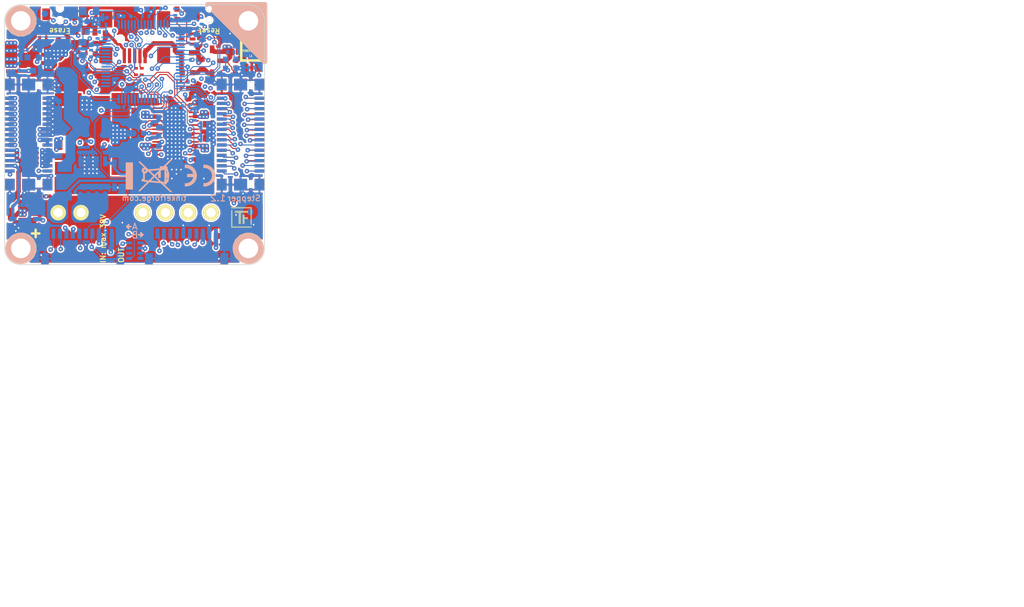
<source format=kicad_pcb>
(kicad_pcb (version 4) (host pcbnew 4.0.2+dfsg1-stable)
  (title_block (title "Stepper Brick") (date "5 jul 2013") (rev 1.2) (company "Tinkerforge GmbH") (comment 1 "Licensed under CERN OHL v.1.1") (comment 2 "Copyright (©) 2013, B.Nordmeyer <bastian@tinkerforge.com>"))
  (layers (0 Vorderseite signal) (1 GND signal hide) (2 VCC signal hide) (31 Rückseite signal hide) (34 B.Paste user) (35 F.Paste user) (36 B.SilkS user) (37 F.SilkS user) (38 B.Mask user) (39 F.Mask user) (44 Edge.Cuts user))
  (net 0 "")
  (net 1 3V3)
  (net 2 BRICKLET-I2C-SCL)
  (net 3 BRICKLET-I2C-SDA)
  (net 4 BRICKLET-IO0_0/AD0)
  (net 5 BRICKLET-IO0_1)
  (net 6 BRICKLET-IO0_2/PWM0)
  (net 7 BRICKLET-IO0_3)
  (net 8 BRICKLET-IO1_0/AD1)
  (net 9 BRICKLET-IO1_1)
  (net 10 BRICKLET-IO1_2/PWM1)
  (net 11 BRICKLET-IO1_3)
  (net 12 GND)
  (net 13 PWR-CUR-SENSE)
  (net 14 PWR-DAC-1/5)
  (net 15 PWR-DAC-DECAY)
  (net 16 PWR-DAC-VREF)
  (net 17 PWR-DIR)
  (net 18 PWR-ENABLE)
  (net 19 PWR-HOME)
  (net 20 PWR-RESET)
  (net 21 PWR-SLEEP)
  (net 22 PWR-SR)
  (net 23 PWR-STEP)
  (net 24 PWR-USM0)
  (net 25 PWR-USM1)
  (net 26 PWR-VEXT)
  (net 27 PWR-VSTACK)
  (net 28 PWR-VSTACK-SW)
  (net 29 STACK-DETECT/JTAG-TMS)
  (net 30 STACK-I2C-SCL/JTAG-TDO)
  (net 31 STACK-I2C-SDA/JTAG-TDI)
  (net 32 STACK-INT)
  (net 33 STACK-PGND)
  (net 34 STACK-PVCC)
  (net 35 STACK-RESET)
  (net 36 STACK-SER-RXD)
  (net 37 STACK-SER-TXD)
  (net 38 STACK-SPI-MISO)
  (net 39 STACK-SPI-MOSI)
  (net 40 STACK-SPI-SCLK)
  (net 41 STACK-SPI-SELECT)
  (net 42 STACK-SYNC/JTAG-TCK)
  (net 43 USB-DETECT)
  (net 44 VPP)
  (net 45 VSTACK)
  (net 46 VUSB)
  (net 47 XIN)
  (net 48 XOUT)
  (net 49 "Net-(C3-Pad1)")
  (net 50 "Net-(C6-Pad1)")
  (net 51 "Net-(C7-Pad2)")
  (net 52 "Net-(C8-Pad1)")
  (net 53 "Net-(C11-Pad2)")
  (net 54 "Net-(C12-Pad1)")
  (net 55 "Net-(C12-Pad2)")
  (net 56 "Net-(C13-Pad2)")
  (net 57 "Net-(C14-Pad1)")
  (net 58 "Net-(C23-Pad1)")
  (net 59 "Net-(C26-Pad2)")
  (net 60 "Net-(C31-Pad1)")
  (net 61 "Net-(C32-Pad1)")
  (net 62 "Net-(C35-Pad1)")
  (net 63 "Net-(D1-Pad2)")
  (net 64 "Net-(D2-Pad2)")
  (net 65 "Net-(D4-Pad2)")
  (net 66 "Net-(D4-Pad1)")
  (net 67 "Net-(D5-Pad1)")
  (net 68 "Net-(D6-Pad2)")
  (net 69 "Net-(FB1-Pad2)")
  (net 70 "Net-(FB2-Pad2)")
  (net 71 "Net-(FB4-Pad1)")
  (net 72 "Net-(FB5-Pad2)")
  (net 73 "Net-(J5-Pad4)")
  (net 74 "Net-(J5-Pad3)")
  (net 75 "Net-(J5-Pad2)")
  (net 76 "Net-(J6-Pad29)")
  (net 77 "Net-(J6-Pad27)")
  (net 78 "Net-(J6-Pad25)")
  (net 79 "Net-(J6-Pad23)")
  (net 80 "Net-(J6-Pad21)")
  (net 81 "Net-(J6-Pad17)")
  (net 82 "Net-(J6-Pad15)")
  (net 83 "Net-(J6-Pad13)")
  (net 84 "Net-(J6-Pad7)")
  (net 85 "Net-(J6-Pad6)")
  (net 86 "Net-(J6-Pad8)")
  (net 87 "Net-(J6-Pad10)")
  (net 88 "Net-(J6-Pad12)")
  (net 89 "Net-(J6-Pad14)")
  (net 90 "Net-(J6-Pad16)")
  (net 91 "Net-(J6-Pad18)")
  (net 92 "Net-(J6-Pad22)")
  (net 93 "Net-(J6-Pad24)")
  (net 94 "Net-(J6-Pad30)")
  (net 95 "Net-(J8-Pad29)")
  (net 96 "Net-(J8-Pad30)")
  (net 97 "Net-(L1-Pad1)")
  (net 98 "Net-(P1-Pad2)")
  (net 99 "Net-(P2-Pad2)")
  (net 100 "Net-(P2-Pad3)")
  (net 101 "Net-(P2-Pad4)")
  (net 102 "Net-(P2-Pad1)")
  (net 103 "Net-(R1-Pad2)")
  (net 104 "Net-(R2-Pad2)")
  (net 105 "Net-(R18-Pad2)")
  (net 106 "Net-(RP1-Pad2)")
  (net 107 "Net-(RP1-Pad3)")
  (net 108 "Net-(RP1-Pad5)")
  (net 109 "Net-(RP1-Pad6)")
  (net 110 "Net-(RP1-Pad7)")
  (net 111 "Net-(RP1-Pad8)")
  (net 112 "Net-(RP2-Pad6)")
  (net 113 "Net-(RP2-Pad7)")
  (net 114 "Net-(SW2-Pad1)")
  (net 115 "Net-(U1-Pad9)")
  (net 116 "Net-(U1-Pad34)")
  (net 117 "Net-(U1-Pad40)")
  (net 118 "Net-(U1-Pad50)")
  (net 119 "Net-(D3-Pad2)")
  (net 120 "Net-(Q2-PadG)")
  (module kicad-libraries:R0402 (layer Rückseite) (at 141.82598 76.9747)
    (fp_text reference R25)
    (fp_text value 1R0)
    (pad 1 smd rect (at -0.50038 0) (size 0.39878 0.59944) (layers Rückseite B.Paste B.Mask) (net 60 "Net-(C31-Pad1)"))
    (pad 2 smd rect (at 0.50038 0) (size 0.39878 0.59944) (layers Rückseite B.Paste B.Mask) (net 61 "Net-(C32-Pad1)"))
  )
  (module kicad-libraries:R0603 (layer Rückseite) (at 161.52368 82.5754)
    (fp_text reference R24)
    (fp_text value DNP)
    (pad 1 smd rect (at -0.8001 0) (size 0.8001 0.8001) (layers Rückseite B.Paste B.Mask) (net 59 "Net-(C26-Pad2)"))
    (pad 2 smd rect (at 0.8001 0) (size 0.8001 0.8001) (layers Rückseite B.Paste B.Mask) (net 12 GND))
  )
  (module kicad-libraries:R0603 (layer Rückseite) (at 161.52368 81.17586 180)
    (fp_text reference R23)
    (fp_text value 0)
    (pad 1 smd rect (at -0.8001 0 180) (size 0.8001 0.8001) (layers Rückseite B.Paste B.Mask) (net 1 3V3))
    (pad 2 smd rect (at 0.8001 0 180) (size 0.8001 0.8001) (layers Rückseite B.Paste B.Mask) (net 59 "Net-(C26-Pad2)"))
  )
  (module kicad-libraries:R0402 (layer Rückseite) (at 157.02534 75.27544 90)
    (fp_text reference R22)
    (fp_text value 1k)
    (pad 1 smd rect (at -0.50038 0 90) (size 0.39878 0.59944) (layers Rückseite B.Paste B.Mask) (net 84 "Net-(J6-Pad7)"))
    (pad 2 smd rect (at 0.50038 0 90) (size 0.39878 0.59944) (layers Rückseite B.Paste B.Mask) (net 35 STACK-RESET))
  )
  (module kicad-libraries:R1206 (layer Vorderseite) (at 158.0261 94.85122 270)
    (fp_text reference R21)
    (fp_text value 0.15)
    (pad 1 smd rect (at -1.50114 0 270) (size 1.00076 1.6002) (layers Vorderseite F.Paste F.Mask) (net 33 STACK-PGND))
    (pad 2 smd rect (at 1.50114 0 270) (size 1.00076 1.6002) (layers Vorderseite F.Paste F.Mask) (net 57 "Net-(C14-Pad1)"))
  )
  (module kicad-libraries:R1206 (layer Vorderseite) (at 158.0261 89.6747 270)
    (fp_text reference R20)
    (fp_text value 0.15)
    (pad 1 smd rect (at -1.50114 0 270) (size 1.00076 1.6002) (layers Vorderseite F.Paste F.Mask) (net 53 "Net-(C11-Pad2)"))
    (pad 2 smd rect (at 1.50114 0 270) (size 1.00076 1.6002) (layers Vorderseite F.Paste F.Mask) (net 33 STACK-PGND))
  )
  (module kicad-libraries:R0402 (layer Rückseite) (at 157.39872 91.87688)
    (fp_text reference R19)
    (fp_text value 47k)
    (pad 1 smd rect (at -0.50038 0) (size 0.39878 0.59944) (layers Rückseite B.Paste B.Mask) (net 52 "Net-(C8-Pad1)"))
    (pad 2 smd rect (at 0.50038 0) (size 0.39878 0.59944) (layers Rückseite B.Paste B.Mask) (net 33 STACK-PGND))
  )
  (module kicad-libraries:R0402 (layer Rückseite) (at 138.32586 94.27464 270)
    (fp_text reference R18)
    (fp_text value 10k)
    (pad 1 smd rect (at -0.50038 0 270) (size 0.39878 0.59944) (layers Rückseite B.Paste B.Mask) (net 13 PWR-CUR-SENSE))
    (pad 2 smd rect (at 0.50038 0 270) (size 0.39878 0.59944) (layers Rückseite B.Paste B.Mask) (net 105 "Net-(R18-Pad2)"))
  )
  (module kicad-libraries:R1206 (layer Rückseite) (at 140.64996 90.97518 180)
    (fp_text reference R17)
    (fp_text value 0.01)
    (pad 1 smd rect (at -1.50114 0 180) (size 1.00076 1.6002) (layers Rückseite B.Paste B.Mask) (net 44 VPP))
    (pad 2 smd rect (at 1.50114 0 180) (size 1.00076 1.6002) (layers Rückseite B.Paste B.Mask) (net 65 "Net-(D4-Pad2)"))
  )
  (module kicad-libraries:R0402 (layer Rückseite) (at 152.97404 73.9267 270)
    (fp_text reference R16)
    (fp_text value 1k)
    (pad 1 smd rect (at -0.50038 0 270) (size 0.39878 0.59944) (layers Rückseite B.Paste B.Mask) (net 1 3V3))
    (pad 2 smd rect (at 0.50038 0 270) (size 0.39878 0.59944) (layers Rückseite B.Paste B.Mask) (net 18 PWR-ENABLE))
  )
  (module kicad-libraries:R0402 (layer Rückseite) (at 157.39872 93.6752)
    (fp_text reference R15)
    (fp_text value 47k)
    (pad 1 smd rect (at -0.50038 0) (size 0.39878 0.59944) (layers Rückseite B.Paste B.Mask) (net 50 "Net-(C6-Pad1)"))
    (pad 2 smd rect (at 0.50038 0) (size 0.39878 0.59944) (layers Rückseite B.Paste B.Mask) (net 33 STACK-PGND))
  )
  (module kicad-libraries:R0402 (layer Rückseite) (at 155.4988 84.65058)
    (fp_text reference R14)
    (fp_text value 2.7k)
    (pad 1 smd rect (at -0.50038 0) (size 0.39878 0.59944) (layers Rückseite B.Paste B.Mask) (net 14 PWR-DAC-1/5))
    (pad 2 smd rect (at 0.50038 0) (size 0.39878 0.59944) (layers Rückseite B.Paste B.Mask) (net 49 "Net-(C3-Pad1)"))
  )
  (module kicad-libraries:R0402 (layer Rückseite) (at 130.72618 79.72552 180)
    (fp_text reference R13)
    (fp_text value 1k)
    (pad 1 smd rect (at -0.50038 0 180) (size 0.39878 0.59944) (layers Rückseite B.Paste B.Mask) (net 12 GND))
    (pad 2 smd rect (at 0.50038 0 180) (size 0.39878 0.59944) (layers Rückseite B.Paste B.Mask) (net 28 PWR-VSTACK-SW))
  )
  (module kicad-libraries:R0402 (layer Rückseite) (at 140.02512 80.2767 90)
    (fp_text reference R12)
    (fp_text value 10k)
    (pad 1 smd rect (at -0.50038 0 90) (size 0.39878 0.59944) (layers Rückseite B.Paste B.Mask) (net 49 "Net-(C3-Pad1)"))
    (pad 2 smd rect (at 0.50038 0 90) (size 0.39878 0.59944) (layers Rückseite B.Paste B.Mask) (net 16 PWR-DAC-VREF))
  )
  (module kicad-libraries:R0402 (layer Vorderseite) (at 132.32384 102.27564 180)
    (fp_text reference R11)
    (fp_text value 1k)
    (pad 1 smd rect (at -0.50038 0 180) (size 0.39878 0.59944) (layers Vorderseite F.Paste F.Mask) (net 26 PWR-VEXT))
    (pad 2 smd rect (at 0.50038 0 180) (size 0.39878 0.59944) (layers Vorderseite F.Paste F.Mask) (net 12 GND))
  )
  (module kicad-libraries:R0402 (layer Vorderseite) (at 134.22376 102.27564 180)
    (fp_text reference R10)
    (fp_text value 10k)
    (pad 1 smd rect (at -0.50038 0 180) (size 0.39878 0.59944) (layers Vorderseite F.Paste F.Mask) (net 67 "Net-(D5-Pad1)"))
    (pad 2 smd rect (at 0.50038 0 180) (size 0.39878 0.59944) (layers Vorderseite F.Paste F.Mask) (net 26 PWR-VEXT))
  )
  (module kicad-libraries:R0402 (layer Rückseite) (at 145.1229 99.37496 90)
    (fp_text reference R9)
    (fp_text value 100k)
    (pad 1 smd rect (at -0.50038 0 90) (size 0.39878 0.59944) (layers Rückseite B.Paste B.Mask) (net 67 "Net-(D5-Pad1)"))
    (pad 2 smd rect (at 0.50038 0 90) (size 0.39878 0.59944) (layers Rückseite B.Paste B.Mask) (net 119 "Net-(D3-Pad2)"))
  )
  (module kicad-libraries:R0402 (layer Vorderseite) (at 132.6261 76.77658 180)
    (fp_text reference R7)
    (fp_text value 1k)
    (pad 1 smd rect (at -0.50038 0 180) (size 0.39878 0.59944) (layers Vorderseite F.Paste F.Mask) (net 27 PWR-VSTACK))
    (pad 2 smd rect (at 0.50038 0 180) (size 0.39878 0.59944) (layers Vorderseite F.Paste F.Mask) (net 12 GND))
  )
  (module kicad-libraries:R0402 (layer Vorderseite) (at 132.6261 77.8764)
    (fp_text reference R6)
    (fp_text value 10k)
    (pad 1 smd rect (at -0.50038 0) (size 0.39878 0.59944) (layers Vorderseite F.Paste F.Mask) (net 34 STACK-PVCC))
    (pad 2 smd rect (at 0.50038 0) (size 0.39878 0.59944) (layers Vorderseite F.Paste F.Mask) (net 27 PWR-VSTACK))
  )
  (module kicad-libraries:C0603 (layer Rückseite) (at 135.04926 86.87562 90)
    (fp_text reference R5)
    (fp_text value FB)
    (pad 1 smd rect (at -0.8001 0 90) (size 0.8001 0.8001) (layers Rückseite B.Paste B.Mask) (net 33 STACK-PGND))
    (pad 2 smd rect (at 0.8001 0 90) (size 0.8001 0.8001) (layers Rückseite B.Paste B.Mask) (net 12 GND))
  )
  (module kicad-libraries:R0402 (layer Vorderseite) (at 154.35 85.625 180)
    (fp_text reference R4)
    (fp_text value 2.7k)
    (pad 1 smd rect (at -0.50038 0 180) (size 0.39878 0.59944) (layers Vorderseite F.Paste F.Mask) (net 12 GND))
    (pad 2 smd rect (at 0.50038 0 180) (size 0.39878 0.59944) (layers Vorderseite F.Paste F.Mask) (net 43 USB-DETECT))
  )
  (module kicad-libraries:R0402 (layer Vorderseite) (at 154.35 84.55)
    (fp_text reference R3)
    (fp_text value 1.8k)
    (pad 1 smd rect (at -0.50038 0) (size 0.39878 0.59944) (layers Vorderseite F.Paste F.Mask) (net 62 "Net-(C35-Pad1)"))
    (pad 2 smd rect (at 0.50038 0) (size 0.39878 0.59944) (layers Vorderseite F.Paste F.Mask) (net 43 USB-DETECT))
  )
  (module kicad-libraries:R0402 (layer Vorderseite) (at 146.92376 83.07578 270)
    (fp_text reference R2)
    (fp_text value 27)
    (pad 1 smd rect (at -0.50038 0 270) (size 0.39878 0.59944) (layers Vorderseite F.Paste F.Mask) (net 74 "Net-(J5-Pad3)"))
    (pad 2 smd rect (at 0.50038 0 270) (size 0.39878 0.59944) (layers Vorderseite F.Paste F.Mask) (net 104 "Net-(R2-Pad2)"))
  )
  (module kicad-libraries:R0402 (layer Vorderseite) (at 147.82292 83.07578 270)
    (fp_text reference R1)
    (fp_text value 27)
    (pad 1 smd rect (at -0.50038 0 270) (size 0.39878 0.59944) (layers Vorderseite F.Paste F.Mask) (net 75 "Net-(J5-Pad2)"))
    (pad 2 smd rect (at 0.50038 0 270) (size 0.39878 0.59944) (layers Vorderseite F.Paste F.Mask) (net 103 "Net-(R1-Pad2)"))
  )
  (module kicad-libraries:C0805 (layer Rückseite) (at 138.69924 79.57566 90)
    (fp_text reference L2)
    (fp_text value LBR2012T100K)
    (pad 1 smd rect (at -1.00076 0 90) (size 1.00076 1.24968) (layers Rückseite B.Paste B.Mask) (net 58 "Net-(C23-Pad1)") (clearance 0.14986))
    (pad 2 smd rect (at 1.00076 0 90) (size 1.00076 1.24968) (layers Rückseite B.Paste B.Mask) (net 61 "Net-(C32-Pad1)") (clearance 0.14986))
  )
  (module kicad-libraries:C0603 (layer Vorderseite) (at 127.625 103.6 90)
    (fp_text reference FB5)
    (fp_text value FB)
    (pad 1 smd rect (at -0.8001 0 90) (size 0.8001 0.8001) (layers Vorderseite F.Paste F.Mask) (net 45 VSTACK))
    (pad 2 smd rect (at 0.8001 0 90) (size 0.8001 0.8001) (layers Vorderseite F.Paste F.Mask) (net 72 "Net-(FB5-Pad2)"))
  )
  (module kicad-libraries:C0603 (layer Rückseite) (at 135.175 95.25 90)
    (fp_text reference FB4)
    (fp_text value FB)
    (pad 1 smd rect (at -0.8001 0 90) (size 0.8001 0.8001) (layers Rückseite B.Paste B.Mask) (net 71 "Net-(FB4-Pad1)"))
    (pad 2 smd rect (at 0.8001 0 90) (size 0.8001 0.8001) (layers Rückseite B.Paste B.Mask) (net 12 GND))
  )
  (module kicad-libraries:C0603 (layer Vorderseite) (at 154.85 83.25 180)
    (fp_text reference FB3)
    (fp_text value FB)
    (pad 1 smd rect (at -0.8001 0 180) (size 0.8001 0.8001) (layers Vorderseite F.Paste F.Mask) (net 46 VUSB))
    (pad 2 smd rect (at 0.8001 0 180) (size 0.8001 0.8001) (layers Vorderseite F.Paste F.Mask) (net 62 "Net-(C35-Pad1)"))
  )
  (module kicad-libraries:C0603 (layer Vorderseite) (at 140.675 79.55 270)
    (fp_text reference FB2)
    (fp_text value FB)
    (pad 1 smd rect (at -0.8001 0 270) (size 0.8001 0.8001) (layers Vorderseite F.Paste F.Mask) (net 69 "Net-(FB1-Pad2)"))
    (pad 2 smd rect (at 0.8001 0 270) (size 0.8001 0.8001) (layers Vorderseite F.Paste F.Mask) (net 70 "Net-(FB2-Pad2)"))
  )
  (module kicad-libraries:C0603 (layer Vorderseite) (at 141.425 77.15)
    (fp_text reference FB1)
    (fp_text value FB)
    (pad 1 smd rect (at -0.8001 0) (size 0.8001 0.8001) (layers Vorderseite F.Paste F.Mask) (net 12 GND))
    (pad 2 smd rect (at 0.8001 0) (size 0.8001 0.8001) (layers Vorderseite F.Paste F.Mask) (net 69 "Net-(FB1-Pad2)"))
  )
  (module kicad-libraries:C0603 (layer Vorderseite) (at 127.625 106.325 270)
    (fp_text reference C36)
    (fp_text value DNP)
    (pad 1 smd rect (at -0.8001 0 270) (size 0.8001 0.8001) (layers Vorderseite F.Paste F.Mask) (net 45 VSTACK))
    (pad 2 smd rect (at 0.8001 0 270) (size 0.8001 0.8001) (layers Vorderseite F.Paste F.Mask) (net 12 GND))
  )
  (module kicad-libraries:C0603 (layer Vorderseite) (at 154.675 80.2)
    (fp_text reference C35)
    (fp_text value DNP)
    (pad 1 smd rect (at -0.8001 0) (size 0.8001 0.8001) (layers Vorderseite F.Paste F.Mask) (net 62 "Net-(C35-Pad1)"))
    (pad 2 smd rect (at 0.8001 0) (size 0.8001 0.8001) (layers Vorderseite F.Paste F.Mask) (net 12 GND))
  )
  (module kicad-libraries:C0603 (layer Vorderseite) (at 157.1 81.975 90)
    (fp_text reference C34)
    (fp_text value DNP)
    (pad 1 smd rect (at -0.8001 0 90) (size 0.8001 0.8001) (layers Vorderseite F.Paste F.Mask) (net 46 VUSB))
    (pad 2 smd rect (at 0.8001 0 90) (size 0.8001 0.8001) (layers Vorderseite F.Paste F.Mask) (net 12 GND))
  )
  (module kicad-libraries:C0402 (layer Rückseite) (at 143.02232 74.77506 180)
    (fp_text reference C33)
    (fp_text value 100nF)
    (pad 1 smd rect (at -0.50038 0 180) (size 0.39878 0.59944) (layers Rückseite B.Paste B.Mask) (net 1 3V3))
    (pad 2 smd rect (at 0.50038 0 180) (size 0.39878 0.59944) (layers Rückseite B.Paste B.Mask) (net 12 GND))
  )
  (module kicad-libraries:C0402 (layer Rückseite) (at 141.82344 75.87488 180)
    (fp_text reference C32)
    (fp_text value 100nF)
    (pad 1 smd rect (at -0.50038 0 180) (size 0.39878 0.59944) (layers Rückseite B.Paste B.Mask) (net 61 "Net-(C32-Pad1)"))
    (pad 2 smd rect (at 0.50038 0 180) (size 0.39878 0.59944) (layers Rückseite B.Paste B.Mask) (net 12 GND))
  )
  (module kicad-libraries:C0603 (layer Rückseite) (at 139.42314 76.1746 90)
    (fp_text reference C31)
    (fp_text value 4.7µF)
    (pad 1 smd rect (at -0.8001 0 90) (size 0.8001 0.8001) (layers Rückseite B.Paste B.Mask) (net 60 "Net-(C31-Pad1)"))
    (pad 2 smd rect (at 0.8001 0 90) (size 0.8001 0.8001) (layers Rückseite B.Paste B.Mask) (net 12 GND))
  )
  (module kicad-libraries:C0402 (layer Rückseite) (at 164.72408 82.4738 180)
    (fp_text reference C30)
    (fp_text value 100nF)
    (pad 1 smd rect (at -0.50038 0 180) (size 0.39878 0.59944) (layers Rückseite B.Paste B.Mask) (net 1 3V3))
    (pad 2 smd rect (at 0.50038 0 180) (size 0.39878 0.59944) (layers Rückseite B.Paste B.Mask) (net 12 GND))
  )
  (module kicad-libraries:C0805 (layer Vorderseite) (at 164.72408 82.4738 180)
    (fp_text reference C29)
    (fp_text value 10µF/10V)
    (pad 1 smd rect (at -1.00076 0 180) (size 1.00076 1.24968) (layers Vorderseite F.Paste F.Mask) (net 1 3V3) (clearance 0.14986))
    (pad 2 smd rect (at 1.00076 0 180) (size 1.00076 1.24968) (layers Vorderseite F.Paste F.Mask) (net 12 GND) (clearance 0.14986))
  )
  (module kicad-libraries:C0402 (layer Rückseite) (at 140.12418 82.77606 180)
    (fp_text reference C28)
    (fp_text value 100nF)
    (pad 1 smd rect (at -0.50038 0 180) (size 0.39878 0.59944) (layers Rückseite B.Paste B.Mask) (net 58 "Net-(C23-Pad1)"))
    (pad 2 smd rect (at 0.50038 0 180) (size 0.39878 0.59944) (layers Rückseite B.Paste B.Mask) (net 12 GND))
  )
  (module kicad-libraries:C0402 (layer Rückseite) (at 155.82392 81.27492)
    (fp_text reference C27)
    (fp_text value 100nF)
    (pad 1 smd rect (at -0.50038 0) (size 0.39878 0.59944) (layers Rückseite B.Paste B.Mask) (net 58 "Net-(C23-Pad1)"))
    (pad 2 smd rect (at 0.50038 0) (size 0.39878 0.59944) (layers Rückseite B.Paste B.Mask) (net 12 GND))
  )
  (module kicad-libraries:C0402 (layer Rückseite) (at 161.52368 80.07604 180)
    (fp_text reference C26)
    (fp_text value DNP)
    (pad 1 smd rect (at -0.50038 0 180) (size 0.39878 0.59944) (layers Rückseite B.Paste B.Mask) (net 1 3V3))
    (pad 2 smd rect (at 0.50038 0 180) (size 0.39878 0.59944) (layers Rückseite B.Paste B.Mask) (net 59 "Net-(C26-Pad2)"))
  )
  (module kicad-libraries:C0402 (layer Rückseite) (at 150.22322 73.37552 180)
    (fp_text reference C25)
    (fp_text value 100nF)
    (pad 1 smd rect (at -0.50038 0 180) (size 0.39878 0.59944) (layers Rückseite B.Paste B.Mask) (net 58 "Net-(C23-Pad1)"))
    (pad 2 smd rect (at 0.50038 0 180) (size 0.39878 0.59944) (layers Rückseite B.Paste B.Mask) (net 12 GND))
  )
  (module kicad-libraries:C0402 (layer Rückseite) (at 148.42236 74.5744)
    (fp_text reference C24)
    (fp_text value 100nF)
    (pad 1 smd rect (at -0.50038 0) (size 0.39878 0.59944) (layers Rückseite B.Paste B.Mask) (net 58 "Net-(C23-Pad1)"))
    (pad 2 smd rect (at 0.50038 0) (size 0.39878 0.59944) (layers Rückseite B.Paste B.Mask) (net 12 GND))
  )
  (module kicad-libraries:C0603 (layer Rückseite) (at 147.82292 73.47458)
    (fp_text reference C23)
    (fp_text value 2.2µF)
    (pad 1 smd rect (at -0.8001 0) (size 0.8001 0.8001) (layers Rückseite B.Paste B.Mask) (net 58 "Net-(C23-Pad1)"))
    (pad 2 smd rect (at 0.8001 0) (size 0.8001 0.8001) (layers Rückseite B.Paste B.Mask) (net 12 GND))
  )
  (module kicad-libraries:C0402 (layer Rückseite) (at 141.02334 80.27416 90)
    (fp_text reference C22)
    (fp_text value 100nF)
    (pad 1 smd rect (at -0.50038 0 90) (size 0.39878 0.59944) (layers Rückseite B.Paste B.Mask) (net 1 3V3))
    (pad 2 smd rect (at 0.50038 0 90) (size 0.39878 0.59944) (layers Rückseite B.Paste B.Mask) (net 12 GND))
  )
  (module kicad-libraries:C0402 (layer Rückseite) (at 145.52422 88.57488 180)
    (fp_text reference C21)
    (fp_text value 100nF)
    (pad 1 smd rect (at -0.50038 0 180) (size 0.39878 0.59944) (layers Rückseite B.Paste B.Mask) (net 1 3V3))
    (pad 2 smd rect (at 0.50038 0 180) (size 0.39878 0.59944) (layers Rückseite B.Paste B.Mask) (net 12 GND))
  )
  (module kicad-libraries:C0402 (layer Rückseite) (at 155.02382 78.17612 90)
    (fp_text reference C20)
    (fp_text value 100nF)
    (pad 1 smd rect (at -0.50038 0 90) (size 0.39878 0.59944) (layers Rückseite B.Paste B.Mask) (net 1 3V3))
    (pad 2 smd rect (at 0.50038 0 90) (size 0.39878 0.59944) (layers Rückseite B.Paste B.Mask) (net 12 GND))
  )
  (module kicad-libraries:C0603 (layer Rückseite) (at 156.2227 78.17612 90)
    (fp_text reference C19)
    (fp_text value 4.7µF)
    (pad 1 smd rect (at -0.8001 0 90) (size 0.8001 0.8001) (layers Rückseite B.Paste B.Mask) (net 1 3V3))
    (pad 2 smd rect (at 0.8001 0 90) (size 0.8001 0.8001) (layers Rückseite B.Paste B.Mask) (net 12 GND))
  )
  (module kicad-libraries:C0805 (layer Vorderseite) (at 161.42462 79.07528 90)
    (fp_text reference C18)
    (fp_text value 10µF)
    (pad 1 smd rect (at -1.00076 0 90) (size 1.00076 1.24968) (layers Vorderseite F.Paste F.Mask) (net 45 VSTACK) (clearance 0.14986))
    (pad 2 smd rect (at 1.00076 0 90) (size 1.00076 1.24968) (layers Vorderseite F.Paste F.Mask) (net 12 GND) (clearance 0.14986))
  )
  (module kicad-libraries:C0402 (layer Rückseite) (at 145.62328 74.5744 180)
    (fp_text reference C17)
    (fp_text value 100nF)
    (pad 1 smd rect (at -0.50038 0 180) (size 0.39878 0.59944) (layers Rückseite B.Paste B.Mask) (net 1 3V3))
    (pad 2 smd rect (at 0.50038 0 180) (size 0.39878 0.59944) (layers Rückseite B.Paste B.Mask) (net 12 GND))
  )
  (module kicad-libraries:C0805 (layer Rückseite) (at 139.82446 73.7743 180)
    (fp_text reference C16)
    (fp_text value 10µF)
    (pad 1 smd rect (at -1.00076 0 180) (size 1.00076 1.24968) (layers Rückseite B.Paste B.Mask) (net 1 3V3) (clearance 0.14986))
    (pad 2 smd rect (at 1.00076 0 180) (size 1.00076 1.24968) (layers Rückseite B.Paste B.Mask) (net 12 GND) (clearance 0.14986))
  )
  (module kicad-libraries:C0402 (layer Rückseite) (at 155.14828 96.55048 180)
    (fp_text reference C14)
    (fp_text value 100nF)
    (pad 1 smd rect (at -0.50038 0 180) (size 0.39878 0.59944) (layers Rückseite B.Paste B.Mask) (net 57 "Net-(C14-Pad1)"))
    (pad 2 smd rect (at 0.50038 0 180) (size 0.39878 0.59944) (layers Rückseite B.Paste B.Mask) (net 33 STACK-PGND))
  )
  (module kicad-libraries:C0603 (layer Rückseite) (at 147.32254 92.57538)
    (fp_text reference C13)
    (fp_text value 220nF)
    (pad 1 smd rect (at -0.8001 0) (size 0.8001 0.8001) (layers Rückseite B.Paste B.Mask) (net 44 VPP))
    (pad 2 smd rect (at 0.8001 0) (size 0.8001 0.8001) (layers Rückseite B.Paste B.Mask) (net 56 "Net-(C13-Pad2)"))
  )
  (module kicad-libraries:C0603 (layer Rückseite) (at 150.42388 93.77426 270)
    (fp_text reference C12)
    (fp_text value 220nF)
    (pad 1 smd rect (at -0.8001 0 270) (size 0.8001 0.8001) (layers Rückseite B.Paste B.Mask) (net 54 "Net-(C12-Pad1)"))
    (pad 2 smd rect (at 0.8001 0 270) (size 0.8001 0.8001) (layers Rückseite B.Paste B.Mask) (net 55 "Net-(C12-Pad2)"))
  )
  (module kicad-libraries:C0402 (layer Rückseite) (at 154.57424 88.34882)
    (fp_text reference C11)
    (fp_text value 100nF)
    (pad 1 smd rect (at -0.50038 0) (size 0.39878 0.59944) (layers Rückseite B.Paste B.Mask) (net 33 STACK-PGND))
    (pad 2 smd rect (at 0.50038 0) (size 0.39878 0.59944) (layers Rückseite B.Paste B.Mask) (net 53 "Net-(C11-Pad2)"))
  )
  (module kicad-libraries:C0402 (layer Rückseite) (at 157.39872 90.97518)
    (fp_text reference C8)
    (fp_text value 1nF)
    (pad 1 smd rect (at -0.50038 0) (size 0.39878 0.59944) (layers Rückseite B.Paste B.Mask) (net 52 "Net-(C8-Pad1)"))
    (pad 2 smd rect (at 0.50038 0) (size 0.39878 0.59944) (layers Rückseite B.Paste B.Mask) (net 33 STACK-PGND))
  )
  (module kicad-libraries:C0603 (layer Rückseite) (at 150.42388 90.87612 90)
    (fp_text reference C7)
    (fp_text value 220nF)
    (pad 1 smd rect (at -0.8001 0 90) (size 0.8001 0.8001) (layers Rückseite B.Paste B.Mask) (net 33 STACK-PGND))
    (pad 2 smd rect (at 0.8001 0 90) (size 0.8001 0.8001) (layers Rückseite B.Paste B.Mask) (net 51 "Net-(C7-Pad2)"))
  )
  (module kicad-libraries:C0402 (layer Rückseite) (at 157.39872 92.77604)
    (fp_text reference C6)
    (fp_text value 1nF)
    (pad 1 smd rect (at -0.50038 0) (size 0.39878 0.59944) (layers Rückseite B.Paste B.Mask) (net 50 "Net-(C6-Pad1)"))
    (pad 2 smd rect (at 0.50038 0) (size 0.39878 0.59944) (layers Rückseite B.Paste B.Mask) (net 33 STACK-PGND))
  )
  (module kicad-libraries:C0402 (layer Rückseite) (at 155.97378 90.07602 270)
    (fp_text reference C5)
    (fp_text value 100nF)
    (pad 1 smd rect (at -0.50038 0 270) (size 0.39878 0.59944) (layers Rückseite B.Paste B.Mask) (net 12 GND))
    (pad 2 smd rect (at 0.50038 0 270) (size 0.39878 0.59944) (layers Rückseite B.Paste B.Mask) (net 1 3V3))
  )
  (module kicad-libraries:C0402 (layer Rückseite) (at 141.02334 78.47584 270)
    (fp_text reference C4)
    (fp_text value 100nF)
    (pad 1 smd rect (at -0.50038 0 270) (size 0.39878 0.59944) (layers Rückseite B.Paste B.Mask) (net 15 PWR-DAC-DECAY))
    (pad 2 smd rect (at 0.50038 0 270) (size 0.39878 0.59944) (layers Rückseite B.Paste B.Mask) (net 12 GND))
  )
  (module kicad-libraries:C0402 (layer Rückseite) (at 155.10002 87.02548)
    (fp_text reference C3)
    (fp_text value 100nF)
    (pad 1 smd rect (at -0.50038 0) (size 0.39878 0.59944) (layers Rückseite B.Paste B.Mask) (net 49 "Net-(C3-Pad1)"))
    (pad 2 smd rect (at 0.50038 0) (size 0.39878 0.59944) (layers Rückseite B.Paste B.Mask) (net 12 GND))
  )
  (module kicad-libraries:C0402 (layer Vorderseite) (at 138.925 75.3)
    (fp_text reference C2)
    (fp_text value 9pF)
    (pad 1 smd rect (at -0.50038 0) (size 0.39878 0.59944) (layers Vorderseite F.Paste F.Mask) (net 47 XIN))
    (pad 2 smd rect (at 0.50038 0) (size 0.39878 0.59944) (layers Vorderseite F.Paste F.Mask) (net 12 GND))
  )
  (module kicad-libraries:C0402 (layer Vorderseite) (at 138.8 80.275 180)
    (fp_text reference C1)
    (fp_text value 9pF)
    (pad 1 smd rect (at -0.50038 0 180) (size 0.39878 0.59944) (layers Vorderseite F.Paste F.Mask) (net 48 XOUT))
    (pad 2 smd rect (at 0.50038 0 180) (size 0.39878 0.59944) (layers Vorderseite F.Paste F.Mask) (net 12 GND))
  )
  (module kicad-libraries:3528-21 (layer Vorderseite) (at 130.22326 104.97566 270)
    (fp_text reference C15)
    (fp_text value 100µF)
    (pad 1 smd rect (at -1.40048 0 270) (size 1.59954 2.79908) (layers Vorderseite F.Paste F.Mask) (net 45 VSTACK) (clearance 0.14986))
    (pad 2 smd rect (at 1.40048 0 270) (size 1.59954 2.79908) (layers Vorderseite F.Paste F.Mask) (net 12 GND) (clearance 0.14986))
  )
  (module kicad-libraries:NR3030 (layer Vorderseite) (at 164.62248 79.87538)
    (fp_text reference L1 (at 0.00254 0.8001) (layer F.SilkS) (effects (font (size 0.29972 0.29972) (thickness 0.0762))))
    (fp_text value NR3015T4R7M (at 0 0) (layer F.SilkS) (effects (font (size 0.29972 0.29972) (thickness 0.0762))))
    (pad 1 smd rect (at -1.19982 0) (size 1 2.70002) (layers Vorderseite F.Paste F.Mask) (net 97 "Net-(L1-Pad1)") (clearance 0.14986))
    (pad 2 smd rect (at 1.19982 0) (size 1 2.70002) (layers Vorderseite F.Paste F.Mask) (net 1 3V3) (clearance 0.14986))
  )
  (module kicad-libraries:4X0603 (layer Vorderseite) (at 154.775 77.675 90)
    (fp_text reference RP1)
    (fp_text value 1k)
    (pad 1 smd rect (at -1.19888 -0.8509 90) (size 0.44958 0.89916) (layers Vorderseite F.Paste F.Mask) (net 63 "Net-(D1-Pad2)"))
    (pad 2 smd rect (at -0.39878 -0.8509 90) (size 0.44958 0.89916) (layers Vorderseite F.Paste F.Mask) (net 106 "Net-(RP1-Pad2)"))
    (pad 3 smd rect (at 0.39878 -0.8509 90) (size 0.44958 0.89916) (layers Vorderseite F.Paste F.Mask) (net 107 "Net-(RP1-Pad3)"))
    (pad 4 smd rect (at 1.19888 -0.8509 90) (size 0.44958 0.89916) (layers Vorderseite F.Paste F.Mask) (net 64 "Net-(D2-Pad2)"))
    (pad 5 smd rect (at 1.19888 0.8509 90) (size 0.44958 0.89916) (layers Vorderseite F.Paste F.Mask) (net 108 "Net-(RP1-Pad5)"))
    (pad 6 smd rect (at 0.39878 0.8509 90) (size 0.44958 0.89916) (layers Vorderseite F.Paste F.Mask) (net 109 "Net-(RP1-Pad6)"))
    (pad 7 smd rect (at -0.39878 0.8509 90) (size 0.44958 0.89916) (layers Vorderseite F.Paste F.Mask) (net 110 "Net-(RP1-Pad7)"))
    (pad 8 smd rect (at -1.19888 0.8509 90) (size 0.44958 0.89916) (layers Vorderseite F.Paste F.Mask) (net 111 "Net-(RP1-Pad8)"))
  )
  (module kicad-libraries:4X0603 (layer Rückseite) (at 146.75 110.625 90)
    (fp_text reference RP2)
    (fp_text value 1k)
    (pad 1 smd rect (at -1.19888 0.8509 90) (size 0.44958 0.89916) (layers Rückseite B.Paste B.Mask) (net 1 3V3))
    (pad 2 smd rect (at -0.39878 0.8509 90) (size 0.44958 0.89916) (layers Rückseite B.Paste B.Mask) (net 1 3V3))
    (pad 3 smd rect (at 0.39878 0.8509 90) (size 0.44958 0.89916) (layers Rückseite B.Paste B.Mask) (net 1 3V3))
    (pad 4 smd rect (at 1.19888 0.8509 90) (size 0.44958 0.89916) (layers Rückseite B.Paste B.Mask) (net 1 3V3))
    (pad 5 smd rect (at 1.19888 -0.8509 90) (size 0.44958 0.89916) (layers Rückseite B.Paste B.Mask) (net 2 BRICKLET-I2C-SCL))
    (pad 6 smd rect (at 0.39878 -0.8509 90) (size 0.44958 0.89916) (layers Rückseite B.Paste B.Mask) (net 112 "Net-(RP2-Pad6)"))
    (pad 7 smd rect (at -0.39878 -0.8509 90) (size 0.44958 0.89916) (layers Rückseite B.Paste B.Mask) (net 113 "Net-(RP2-Pad7)"))
    (pad 8 smd rect (at -1.19888 -0.8509 90) (size 0.44958 0.89916) (layers Rückseite B.Paste B.Mask) (net 3 BRICKLET-I2C-SDA))
  )
  (module kicad-libraries:DRILL_NP (layer Vorderseite) (at 129.2225 75.27544 90)
    (fp_text reference J1 hide)
    (fp_text value DRILL hide)
    (pad "" np_thru_hole circle (at 0 0 90) (size 2.99974 2.99974) (drill 2.99974) (layers *.Cu *.Mask F.SilkS) (clearance 0.89916))
  )
  (module kicad-libraries:DRILL_NP (layer Vorderseite) (at 164.2237 75.27544)
    (fp_text reference J2 hide)
    (fp_text value DRILL hide)
    (pad "" np_thru_hole circle (at 0 0) (size 2.99974 2.99974) (drill 2.99974) (layers *.Cu *.Mask F.SilkS) (clearance 0.89916))
  )
  (module kicad-libraries:DRILL_NP (layer Vorderseite) (at 164.2237 110.2741 90)
    (fp_text reference J3 hide)
    (fp_text value DRILL hide)
    (pad "" np_thru_hole circle (at 0 0 90) (size 2.99974 2.99974) (drill 2.99974) (layers *.Cu *.Mask F.SilkS) (clearance 0.89916))
  )
  (module kicad-libraries:DRILL_NP (layer Vorderseite) (at 129.2225 110.2741)
    (fp_text reference J4 hide)
    (fp_text value DRILL hide)
    (pad "" np_thru_hole circle (at 0 0) (size 2.99974 2.99974) (drill 2.99974) (layers *.Cu *.Mask F.SilkS) (clearance 0.89916))
  )
  (module kicad-libraries:Fiducial_Mark (layer Vorderseite) (at 159.5247 108.37672)
    (fp_text reference Fiducial_Mark hide)
    (fp_text value VAL** hide)
    (pad 1 smd circle (at 0 0) (size 1.00076 1.00076) (layers Vorderseite F.Paste F.Mask) (clearance 0.65024))
  )
  (module kicad-libraries:Fiducial_Mark (layer Vorderseite) (at 135.0264 78.27518)
    (fp_text reference Fiducial_Mark hide)
    (fp_text value VAL** hide)
    (pad 1 smd circle (at 0 0) (size 1.00076 1.00076) (layers Vorderseite F.Paste F.Mask) (clearance 0.65024))
  )
  (module kicad-libraries:Fiducial_Mark (layer Rückseite) (at 164.52596 104.67594)
    (fp_text reference Fiducial_Mark hide)
    (fp_text value VAL** hide)
    (pad 1 smd circle (at 0 0) (size 1.00076 1.00076) (layers Rückseite B.Paste B.Mask) (clearance 0.65024))
  )
  (module kicad-libraries:Fiducial_Mark (layer Rückseite) (at 132.92582 74.17562)
    (fp_text reference Fiducial_Mark hide)
    (fp_text value VAL** hide)
    (pad 1 smd circle (at 0 0) (size 1.00076 1.00076) (layers Rückseite B.Paste B.Mask) (clearance 0.65024))
  )
  (module kicad-libraries:CE_5mm (layer Rückseite) (at 156.75 99.075 180)
    (fp_text reference VAL hide)
    (fp_text value CE_5mm hide)
  )
  (module kicad-libraries:WEEE_7mm (layer Rückseite) (at 148.925 99.125 90)
    (fp_text reference VAL hide)
    (fp_text value WEEE_7mm hide)
  )
  (module kicad-libraries:Logo_31x31 (layer Vorderseite) (at 161.57448 103.92664)
    (fp_text reference G*** hide)
    (fp_text value Logo_31x31 hide)
  )
  (module kicad-libraries:D0603 (layer Vorderseite) (at 154.7241 74.27468 270)
    (fp_text reference D1)
    (fp_text value blue)
    (pad 1 smd rect (at -0.8001 0 270) (size 0.8001 0.8001) (layers Vorderseite F.Paste F.Mask) (net 1 3V3))
    (pad 2 smd rect (at 0.8001 0 270) (size 0.8001 0.8001) (layers Vorderseite F.Paste F.Mask) (net 63 "Net-(D1-Pad2)"))
  )
  (module kicad-libraries:D0603 (layer Vorderseite) (at 153.22296 74.27468 270)
    (fp_text reference D2)
    (fp_text value red)
    (pad 1 smd rect (at -0.8001 0 270) (size 0.8001 0.8001) (layers Vorderseite F.Paste F.Mask) (net 1 3V3))
    (pad 2 smd rect (at 0.8001 0 270) (size 0.8001 0.8001) (layers Vorderseite F.Paste F.Mask) (net 64 "Net-(D2-Pad2)"))
  )
  (module kicad-libraries:CRYSTAL_3225 (layer Vorderseite) (at 138.325 77.825 90)
    (fp_text reference X1)
    (fp_text value 16Mhz)
    (pad 3 smd rect (at -1.09982 -0.8001 90) (size 1.39954 1.15062) (layers Vorderseite F.Paste F.Mask) (net 12 GND))
    (pad 2 smd rect (at 1.09982 -0.8001 90) (size 1.39954 1.15062) (layers Vorderseite F.Paste F.Mask) (net 47 XIN))
    (pad 1 smd rect (at -1.09982 0.8001 90) (size 1.39954 1.15062) (layers Vorderseite F.Paste F.Mask) (net 48 XOUT))
    (pad 3 smd rect (at 1.09982 0.8001 90) (size 1.39954 1.15062) (layers Vorderseite F.Paste F.Mask) (net 12 GND))
  )
  (module kicad-libraries:SOD-123 (layer Vorderseite) (at 163.82492 102.67442 180)
    (fp_text reference D8)
    (fp_text value Z3.3V)
    (pad 1 smd rect (at -1.84912 0 180) (size 1.19888 0.70104) (layers Vorderseite F.Paste F.Mask) (net 12 GND) (clearance 0.14986))
    (pad 2 smd rect (at 1.84912 0 180) (size 1.19888 0.70104) (layers Vorderseite F.Paste F.Mask) (net 1 3V3) (clearance 0.14986))
  )
  (module kicad-libraries:SOD-123 (layer Vorderseite) (at 158.65 81.5 90)
    (fp_text reference D7)
    (fp_text value B0520LW-7-F)
    (pad 1 smd rect (at -1.84912 0 90) (size 1.19888 0.70104) (layers Vorderseite F.Paste F.Mask) (net 46 VUSB) (clearance 0.14986))
    (pad 2 smd rect (at 1.84912 0 90) (size 1.19888 0.70104) (layers Vorderseite F.Paste F.Mask) (net 45 VSTACK) (clearance 0.14986))
  )
  (module kicad-libraries:SOD-123 (layer Rückseite) (at 129.82448 105.77576 180)
    (fp_text reference D6)
    (fp_text value B0520LW-7-F)
    (pad 1 smd rect (at -1.84912 0 180) (size 1.19888 0.70104) (layers Rückseite B.Paste B.Mask) (net 1 3V3) (clearance 0.14986))
    (pad 2 smd rect (at 1.84912 0 180) (size 1.19888 0.70104) (layers Rückseite B.Paste B.Mask) (net 68 "Net-(D6-Pad2)") (clearance 0.14986))
  )
  (module kicad-libraries:SOIC-8-MOSFET (layer Rückseite) (at 140.27404 99.57562)
    (fp_text reference Q1)
    (fp_text value FDS8449)
    (pad S smd rect (at -1.90246 -2.69748 180) (size 0.59944 1.5494) (layers Rückseite B.Paste B.Mask) (net 33 STACK-PGND))
    (pad S smd rect (at -0.63246 -2.69748 180) (size 0.59944 1.5494) (layers Rückseite B.Paste B.Mask) (net 33 STACK-PGND))
    (pad S smd rect (at 0.63246 -2.69748 180) (size 0.59944 1.5494) (layers Rückseite B.Paste B.Mask) (net 33 STACK-PGND))
    (pad G smd rect (at 1.90246 -2.69748 180) (size 0.59944 1.5494) (layers Rückseite B.Paste B.Mask) (net 119 "Net-(D3-Pad2)"))
    (pad D smd rect (at 1.90246 2.69748) (size 0.59944 1.5494) (layers Rückseite B.Paste B.Mask) (net 98 "Net-(P1-Pad2)"))
    (pad D smd rect (at 0.63246 2.69748) (size 0.59944 1.5494) (layers Rückseite B.Paste B.Mask) (net 98 "Net-(P1-Pad2)"))
    (pad D smd rect (at -0.63246 2.69748) (size 0.59944 1.5494) (layers Rückseite B.Paste B.Mask) (net 98 "Net-(P1-Pad2)"))
    (pad D smd rect (at -1.90246 2.69748) (size 0.59944 1.5494) (layers Rückseite B.Paste B.Mask) (net 98 "Net-(P1-Pad2)"))
  )
  (module kicad-libraries:SOIC-8-MOSFET (layer Vorderseite) (at 130.42392 81.12506 270)
    (fp_text reference Q2)
    (fp_text value AO4421)
    (pad S smd rect (at -1.90246 2.69748 90) (size 0.59944 1.5494) (layers Vorderseite F.Paste F.Mask) (net 34 STACK-PVCC))
    (pad S smd rect (at -0.63246 2.69748 90) (size 0.59944 1.5494) (layers Vorderseite F.Paste F.Mask) (net 34 STACK-PVCC))
    (pad S smd rect (at 0.63246 2.69748 90) (size 0.59944 1.5494) (layers Vorderseite F.Paste F.Mask) (net 34 STACK-PVCC))
    (pad G smd rect (at 1.90246 2.69748 90) (size 0.59944 1.5494) (layers Vorderseite F.Paste F.Mask) (net 120 "Net-(Q2-PadG)"))
    (pad D smd rect (at 1.90246 -2.69748 270) (size 0.59944 1.5494) (layers Vorderseite F.Paste F.Mask) (net 66 "Net-(D4-Pad1)"))
    (pad D smd rect (at 0.63246 -2.69748 270) (size 0.59944 1.5494) (layers Vorderseite F.Paste F.Mask) (net 66 "Net-(D4-Pad1)"))
    (pad D smd rect (at -0.63246 -2.69748 270) (size 0.59944 1.5494) (layers Vorderseite F.Paste F.Mask) (net 66 "Net-(D4-Pad1)"))
    (pad D smd rect (at -1.90246 -2.69748 270) (size 0.59944 1.5494) (layers Vorderseite F.Paste F.Mask) (net 66 "Net-(D4-Pad1)"))
  )
  (module kicad-libraries:0402 (layer Rückseite) (at 128.92532 82.35188 90)
    (fp_text reference R8)
    (fp_text value 10k)
    (pad 1 smd rect (at -0.50038 0 90) (size 0.39878 0.59944) (layers Rückseite B.Paste B.Mask) (net 120 "Net-(Q2-PadG)"))
    (pad 2 smd rect (at 0.50038 0 90) (size 0.39878 0.59944) (layers Rückseite B.Paste B.Mask) (net 34 STACK-PVCC))
  )
  (module kicad-libraries:ELKO_103 (layer Vorderseite) (at 140.87348 97.97542)
    (fp_text reference C9)
    (fp_text value 330µF/50V)
    (pad 2 smd rect (at -4.35102 0) (size 4.09956 1.99898) (layers Vorderseite F.Paste F.Mask) (net 33 STACK-PGND))
    (pad 1 smd rect (at 4.35102 0) (size 4.09956 1.99898) (layers Vorderseite F.Paste F.Mask) (net 44 VPP))
  )
  (module kicad-libraries:ELKO_103 (layer Vorderseite) (at 140.87348 87.376)
    (fp_text reference C10)
    (fp_text value 330µF/50V)
    (pad 2 smd rect (at -4.35102 0) (size 4.09956 1.99898) (layers Vorderseite F.Paste F.Mask) (net 33 STACK-PGND))
    (pad 1 smd rect (at 4.35102 0) (size 4.09956 1.99898) (layers Vorderseite F.Paste F.Mask) (net 44 VPP))
  )
  (module kicad-libraries:SOT23-5 (layer Rückseite) (at 140.62456 93.77426 90)
    (fp_text reference U2)
    (fp_text value ZXCT1086)
    (pad 1 smd rect (at -0.94996 -1.19888 90) (size 0.50038 0.8001) (layers Rückseite B.Paste B.Mask) (net 105 "Net-(R18-Pad2)"))
    (pad 2 smd rect (at 0 -1.19888 90) (size 0.50038 0.8001) (layers Rückseite B.Paste B.Mask) (net 12 GND))
    (pad 3 smd rect (at 0.94996 -1.19888 90) (size 0.50038 0.8001) (layers Rückseite B.Paste B.Mask) (net 65 "Net-(D4-Pad2)"))
    (pad 5 smd rect (at -0.94996 1.19888 90) (size 0.50038 0.8001) (layers Rückseite B.Paste B.Mask) (net 1 3V3))
    (pad 4 smd rect (at 0.94996 1.19888 90) (size 0.50038 0.8001) (layers Rückseite B.Paste B.Mask) (net 44 VPP))
  )
  (module kicad-libraries:SOD-128 (layer Rückseite) (at 135.97382 100.0252 270)
    (fp_text reference D5)
    (fp_text value PMEG4050BEP)
    (pad 2 smd rect (at -2.19964 0 270) (size 1.39954 2.19964) (layers Rückseite B.Paste B.Mask) (net 65 "Net-(D4-Pad2)"))
    (pad 1 smd rect (at 2.19964 0 270) (size 1.39954 2.19964) (layers Rückseite B.Paste B.Mask) (net 67 "Net-(D5-Pad1)"))
  )
  (module kicad-libraries:SOD-128 (layer Rückseite) (at 135.77316 80.9244 90)
    (fp_text reference D4)
    (fp_text value PMEG4050BEP)
    (pad 2 smd rect (at -2.19964 0 90) (size 1.39954 2.19964) (layers Rückseite B.Paste B.Mask) (net 65 "Net-(D4-Pad2)"))
    (pad 1 smd rect (at 2.19964 0 90) (size 1.39954 2.19964) (layers Rückseite B.Paste B.Mask) (net 66 "Net-(D4-Pad1)"))
  )
  (module kicad-libraries:SOD-123 (layer Rückseite) (at 143.6243 99.02444 90)
    (fp_text reference D3)
    (fp_text value Z12V)
    (pad 1 smd rect (at -1.84912 0 90) (size 1.19888 0.70104) (layers Rückseite B.Paste B.Mask) (net 33 STACK-PGND) (clearance 0.14986))
    (pad 2 smd rect (at 1.84912 0 90) (size 1.19888 0.70104) (layers Rückseite B.Paste B.Mask) (net 119 "Net-(D3-Pad2)") (clearance 0.14986))
  )
  (module kicad-libraries:SOT23GDS (layer Rückseite) (at 131.12242 81.92516 180)
    (fp_text reference Q3)
    (fp_text value 2N7002)
    (pad S smd rect (at -0.889 1.016 180) (size 0.9144 0.9144) (layers Rückseite B.Paste B.Mask) (net 33 STACK-PGND))
    (pad G smd rect (at 0.889 1.016 180) (size 0.9144 0.9144) (layers Rückseite B.Paste B.Mask) (net 28 PWR-VSTACK-SW))
    (pad D smd rect (at 0 -1.016 180) (size 0.9144 0.9144) (layers Rückseite B.Paste B.Mask) (net 120 "Net-(Q2-PadG)"))
  )
  (module kicad-libraries:CON-SENSOR (layer Rückseite) (at 154.7241 112.776 180)
    (fp_text reference P4)
    (fp_text value CON-SENSOR)
    (pad 1 smd rect (at -4.50088 4.7752 180) (size 0.59944 1.5494) (layers Rückseite B.Paste B.Mask) (net 45 VSTACK))
    (pad 2 smd rect (at -3.50012 4.7752 180) (size 0.59944 1.5494) (layers Rückseite B.Paste B.Mask) (net 12 GND))
    (pad 3 smd rect (at -2.49936 4.7752 180) (size 0.59944 1.5494) (layers Rückseite B.Paste B.Mask) (net 1 3V3))
    (pad 4 smd rect (at -1.50114 4.7752 180) (size 0.59944 1.5494) (layers Rückseite B.Paste B.Mask) (net 2 BRICKLET-I2C-SCL))
    (pad 5 smd rect (at -0.50038 4.7752 180) (size 0.59944 1.5494) (layers Rückseite B.Paste B.Mask) (net 3 BRICKLET-I2C-SDA))
    (pad 6 smd rect (at 0.50038 4.7752 180) (size 0.59944 1.5494) (layers Rückseite B.Paste B.Mask) (net 12 GND))
    (pad 7 smd rect (at 1.50114 4.7752 180) (size 0.59944 1.5494) (layers Rückseite B.Paste B.Mask) (net 8 BRICKLET-IO1_0/AD1))
    (pad 8 smd rect (at 2.49936 4.7752 180) (size 0.59944 1.5494) (layers Rückseite B.Paste B.Mask) (net 9 BRICKLET-IO1_1))
    (pad 9 smd rect (at 3.50012 4.7752 180) (size 0.59944 1.5494) (layers Rückseite B.Paste B.Mask) (net 10 BRICKLET-IO1_2/PWM1))
    (pad 10 smd rect (at 4.50088 4.7752 180) (size 0.59944 1.5494) (layers Rückseite B.Paste B.Mask) (net 11 BRICKLET-IO1_3))
    (pad EP smd rect (at -5.79882 0.89916 180) (size 1.19888 1.80086) (layers Rückseite B.Paste B.Mask) (net 12 GND))
    (pad EP smd rect (at 5.79882 0.89916 180) (size 1.19888 1.80086) (layers Rückseite B.Paste B.Mask) (net 12 GND))
  )
  (module kicad-libraries:CON-SENSOR (layer Rückseite) (at 138.72464 112.776 180)
    (fp_text reference P3)
    (fp_text value CON-SENSOR)
    (pad 1 smd rect (at -4.50088 4.7752 180) (size 0.59944 1.5494) (layers Rückseite B.Paste B.Mask) (net 45 VSTACK))
    (pad 2 smd rect (at -3.50012 4.7752 180) (size 0.59944 1.5494) (layers Rückseite B.Paste B.Mask) (net 12 GND))
    (pad 3 smd rect (at -2.49936 4.7752 180) (size 0.59944 1.5494) (layers Rückseite B.Paste B.Mask) (net 1 3V3))
    (pad 4 smd rect (at -1.50114 4.7752 180) (size 0.59944 1.5494) (layers Rückseite B.Paste B.Mask) (net 2 BRICKLET-I2C-SCL))
    (pad 5 smd rect (at -0.50038 4.7752 180) (size 0.59944 1.5494) (layers Rückseite B.Paste B.Mask) (net 3 BRICKLET-I2C-SDA))
    (pad 6 smd rect (at 0.50038 4.7752 180) (size 0.59944 1.5494) (layers Rückseite B.Paste B.Mask) (net 1 3V3))
    (pad 7 smd rect (at 1.50114 4.7752 180) (size 0.59944 1.5494) (layers Rückseite B.Paste B.Mask) (net 4 BRICKLET-IO0_0/AD0))
    (pad 8 smd rect (at 2.49936 4.7752 180) (size 0.59944 1.5494) (layers Rückseite B.Paste B.Mask) (net 5 BRICKLET-IO0_1))
    (pad 9 smd rect (at 3.50012 4.7752 180) (size 0.59944 1.5494) (layers Rückseite B.Paste B.Mask) (net 6 BRICKLET-IO0_2/PWM0))
    (pad 10 smd rect (at 4.50088 4.7752 180) (size 0.59944 1.5494) (layers Rückseite B.Paste B.Mask) (net 7 BRICKLET-IO0_3))
    (pad EP smd rect (at -5.79882 0.89916 180) (size 1.19888 1.80086) (layers Rückseite B.Paste B.Mask) (net 12 GND))
    (pad EP smd rect (at 5.79882 0.89916 180) (size 1.19888 1.80086) (layers Rückseite B.Paste B.Mask) (net 12 GND))
  )
  (module kicad-libraries:SOT23-5 (layer Vorderseite) (at 161.0233 82.37474 90)
    (fp_text reference U4)
    (fp_text value EUP3406)
    (pad 1 smd rect (at -0.94996 1.19888 90) (size 0.50038 0.8001) (layers Vorderseite F.Paste F.Mask) (net 45 VSTACK))
    (pad 2 smd rect (at 0 1.24888 90) (size 0.50038 0.75) (layers Vorderseite F.Paste F.Mask) (net 12 GND))
    (pad 3 smd rect (at 0.94996 1.19888 90) (size 0.50038 0.8001) (layers Vorderseite F.Paste F.Mask) (net 97 "Net-(L1-Pad1)"))
    (pad 5 smd rect (at -0.94996 -1.19888 90) (size 0.50038 0.8001) (layers Vorderseite F.Paste F.Mask) (net 59 "Net-(C26-Pad2)"))
    (pad 4 smd rect (at 0.94996 -1.19888 90) (size 0.50038 0.8001) (layers Vorderseite F.Paste F.Mask) (net 45 VSTACK))
  )
  (module kicad-libraries:BTB08-ACS-TOP (layer Vorderseite) (at 163.02228 92.77604 90)
    (fp_text reference J6)
    (fp_text value STACK-UP-HIGH)
    (pad 29 smd rect (at -5.59816 2.89814 270) (size 0.49784 1.4986) (layers Vorderseite F.Paste F.Mask) (net 76 "Net-(J6-Pad29)"))
    (pad 27 smd rect (at -4.79806 2.89814 270) (size 0.49784 1.4986) (layers Vorderseite F.Paste F.Mask) (net 77 "Net-(J6-Pad27)"))
    (pad 25 smd rect (at -3.99796 2.89814 270) (size 0.49784 1.4986) (layers Vorderseite F.Paste F.Mask) (net 78 "Net-(J6-Pad25)"))
    (pad 23 smd rect (at -3.19786 2.89814 270) (size 0.49784 1.4986) (layers Vorderseite F.Paste F.Mask) (net 79 "Net-(J6-Pad23)"))
    (pad 21 smd rect (at -2.39776 2.89814 270) (size 0.49784 1.4986) (layers Vorderseite F.Paste F.Mask) (net 80 "Net-(J6-Pad21)"))
    (pad 19 smd rect (at -1.59766 2.89814 270) (size 0.49784 1.4986) (layers Vorderseite F.Paste F.Mask) (net 32 STACK-INT))
    (pad 17 smd rect (at -0.79756 2.89814 270) (size 0.49784 1.4986) (layers Vorderseite F.Paste F.Mask) (net 81 "Net-(J6-Pad17)"))
    (pad 15 smd rect (at 0 2.89814 270) (size 0.49784 1.4986) (layers Vorderseite F.Paste F.Mask) (net 82 "Net-(J6-Pad15)"))
    (pad 13 smd rect (at 0.79756 2.89814 270) (size 0.49784 1.4986) (layers Vorderseite F.Paste F.Mask) (net 83 "Net-(J6-Pad13)"))
    (pad 11 smd rect (at 1.59766 2.89814 270) (size 0.49784 1.4986) (layers Vorderseite F.Paste F.Mask) (net 42 STACK-SYNC/JTAG-TCK))
    (pad 9 smd rect (at 2.39776 2.89814 270) (size 0.49784 1.4986) (layers Vorderseite F.Paste F.Mask) (net 29 STACK-DETECT/JTAG-TMS))
    (pad 7 smd rect (at 3.19786 2.89814 270) (size 0.49784 1.4986) (layers Vorderseite F.Paste F.Mask) (net 84 "Net-(J6-Pad7)"))
    (pad 5 smd rect (at 3.99796 2.89814 270) (size 0.49784 1.4986) (layers Vorderseite F.Paste F.Mask) (net 40 STACK-SPI-SCLK))
    (pad 3 smd rect (at 4.79806 2.89814 270) (size 0.49784 1.4986) (layers Vorderseite F.Paste F.Mask) (net 39 STACK-SPI-MOSI))
    (pad 1 smd rect (at 5.59816 2.89814 270) (size 0.49784 1.4986) (layers Vorderseite F.Paste F.Mask) (net 38 STACK-SPI-MISO))
    (pad 2 smd rect (at 5.59816 -2.89814 90) (size 0.49784 1.4986) (layers Vorderseite F.Paste F.Mask) (net 31 STACK-I2C-SDA/JTAG-TDI))
    (pad 4 smd rect (at 4.79806 -2.89814 90) (size 0.49784 1.4986) (layers Vorderseite F.Paste F.Mask) (net 30 STACK-I2C-SCL/JTAG-TDO))
    (pad 6 smd rect (at 3.99796 -2.89814 90) (size 0.49784 1.4986) (layers Vorderseite F.Paste F.Mask) (net 85 "Net-(J6-Pad6)"))
    (pad 8 smd rect (at 3.19786 -2.89814 90) (size 0.49784 1.4986) (layers Vorderseite F.Paste F.Mask) (net 86 "Net-(J6-Pad8)"))
    (pad 10 smd rect (at 2.39776 -2.89814 90) (size 0.49784 1.4986) (layers Vorderseite F.Paste F.Mask) (net 87 "Net-(J6-Pad10)"))
    (pad 12 smd rect (at 1.59766 -2.89814 90) (size 0.49784 1.4986) (layers Vorderseite F.Paste F.Mask) (net 88 "Net-(J6-Pad12)"))
    (pad 14 smd rect (at 0.79756 -2.89814 90) (size 0.49784 1.4986) (layers Vorderseite F.Paste F.Mask) (net 89 "Net-(J6-Pad14)"))
    (pad 16 smd rect (at 0 -2.89814 90) (size 0.49784 1.4986) (layers Vorderseite F.Paste F.Mask) (net 90 "Net-(J6-Pad16)"))
    (pad 18 smd rect (at -0.79756 -2.89814 90) (size 0.49784 1.4986) (layers Vorderseite F.Paste F.Mask) (net 91 "Net-(J6-Pad18)"))
    (pad 20 smd rect (at -1.59766 -2.89814 90) (size 0.49784 1.4986) (layers Vorderseite F.Paste F.Mask) (net 1 3V3))
    (pad 22 smd rect (at -2.39776 -2.89814 90) (size 0.49784 1.4986) (layers Vorderseite F.Paste F.Mask) (net 92 "Net-(J6-Pad22)"))
    (pad 24 smd rect (at -3.19786 -2.89814 90) (size 0.49784 1.4986) (layers Vorderseite F.Paste F.Mask) (net 93 "Net-(J6-Pad24)"))
    (pad 26 smd rect (at -3.99796 -2.89814 90) (size 0.49784 1.4986) (layers Vorderseite F.Paste F.Mask) (net 36 STACK-SER-RXD))
    (pad 28 smd rect (at -4.79806 -2.89814 90) (size 0.49784 1.4986) (layers Vorderseite F.Paste F.Mask) (net 37 STACK-SER-TXD))
    (pad 30 smd rect (at -5.59816 -2.89814 90) (size 0.49784 1.4986) (layers Vorderseite F.Paste F.Mask) (net 94 "Net-(J6-Pad30)"))
    (pad EP smd rect (at 7.69874 -2.90068 90) (size 1.80086 1.50114) (layers Vorderseite F.Paste F.Mask) (net 12 GND))
    (pad EP smd rect (at 7.69874 2.90068 90) (size 1.80086 1.50114) (layers Vorderseite F.Paste F.Mask) (net 12 GND))
    (pad EP smd rect (at -7.69874 2.90068 90) (size 1.80086 1.50114) (layers Vorderseite F.Paste F.Mask) (net 12 GND))
    (pad EP smd rect (at -7.69874 -2.90068 90) (size 1.80086 1.50114) (layers Vorderseite F.Paste F.Mask) (net 12 GND))
    (pad EP smd rect (at 7.69874 0 90) (size 1.80086 1.99898) (layers Vorderseite F.Paste F.Mask) (net 12 GND))
    (pad EP smd rect (at -7.69874 0 90) (size 1.80086 1.99898) (layers Vorderseite F.Paste F.Mask) (net 12 GND))
    (pad "" thru_hole circle (at 7.59968 1.69926 90) (size 0.8001 0.8001) (drill 0.8001) (layers *.Cu *.Mask F.SilkS))
    (pad "" thru_hole circle (at -7.59968 1.69926 90) (size 0.8001 0.8001) (drill 0.8001) (layers *.Cu *.Mask F.SilkS))
  )
  (module kicad-libraries:BTB08-ACS-TOP (layer Vorderseite) (at 130.42392 92.77604 90)
    (fp_text reference J8)
    (fp_text value STACK-UP-HIGH)
    (pad 29 smd rect (at -5.59816 2.89814 270) (size 0.49784 1.4986) (layers Vorderseite F.Paste F.Mask) (net 95 "Net-(J8-Pad29)"))
    (pad 27 smd rect (at -4.79806 2.89814 270) (size 0.49784 1.4986) (layers Vorderseite F.Paste F.Mask) (net 71 "Net-(FB4-Pad1)"))
    (pad 25 smd rect (at -3.99796 2.89814 270) (size 0.49784 1.4986) (layers Vorderseite F.Paste F.Mask) (net 71 "Net-(FB4-Pad1)"))
    (pad 23 smd rect (at -3.19786 2.89814 270) (size 0.49784 1.4986) (layers Vorderseite F.Paste F.Mask) (net 71 "Net-(FB4-Pad1)"))
    (pad 21 smd rect (at -2.39776 2.89814 270) (size 0.49784 1.4986) (layers Vorderseite F.Paste F.Mask) (net 71 "Net-(FB4-Pad1)"))
    (pad 19 smd rect (at -1.59766 2.89814 270) (size 0.49784 1.4986) (layers Vorderseite F.Paste F.Mask) (net 33 STACK-PGND))
    (pad 17 smd rect (at -0.79756 2.89814 270) (size 0.49784 1.4986) (layers Vorderseite F.Paste F.Mask) (net 33 STACK-PGND))
    (pad 15 smd rect (at 0 2.89814 270) (size 0.49784 1.4986) (layers Vorderseite F.Paste F.Mask) (net 33 STACK-PGND))
    (pad 13 smd rect (at 0.79756 2.89814 270) (size 0.49784 1.4986) (layers Vorderseite F.Paste F.Mask) (net 33 STACK-PGND))
    (pad 11 smd rect (at 1.59766 2.89814 270) (size 0.49784 1.4986) (layers Vorderseite F.Paste F.Mask) (net 33 STACK-PGND))
    (pad 9 smd rect (at 2.39776 2.89814 270) (size 0.49784 1.4986) (layers Vorderseite F.Paste F.Mask) (net 33 STACK-PGND))
    (pad 7 smd rect (at 3.19786 2.89814 270) (size 0.49784 1.4986) (layers Vorderseite F.Paste F.Mask) (net 33 STACK-PGND))
    (pad 5 smd rect (at 3.99796 2.89814 270) (size 0.49784 1.4986) (layers Vorderseite F.Paste F.Mask) (net 33 STACK-PGND))
    (pad 3 smd rect (at 4.79806 2.89814 270) (size 0.49784 1.4986) (layers Vorderseite F.Paste F.Mask) (net 33 STACK-PGND))
    (pad 1 smd rect (at 5.59816 2.89814 270) (size 0.49784 1.4986) (layers Vorderseite F.Paste F.Mask) (net 33 STACK-PGND))
    (pad 2 smd rect (at 5.59816 -2.89814 90) (size 0.49784 1.4986) (layers Vorderseite F.Paste F.Mask) (net 34 STACK-PVCC))
    (pad 4 smd rect (at 4.79806 -2.89814 90) (size 0.49784 1.4986) (layers Vorderseite F.Paste F.Mask) (net 34 STACK-PVCC))
    (pad 6 smd rect (at 3.99796 -2.89814 90) (size 0.49784 1.4986) (layers Vorderseite F.Paste F.Mask) (net 34 STACK-PVCC))
    (pad 8 smd rect (at 3.19786 -2.89814 90) (size 0.49784 1.4986) (layers Vorderseite F.Paste F.Mask) (net 34 STACK-PVCC))
    (pad 10 smd rect (at 2.39776 -2.89814 90) (size 0.49784 1.4986) (layers Vorderseite F.Paste F.Mask) (net 34 STACK-PVCC))
    (pad 12 smd rect (at 1.59766 -2.89814 90) (size 0.49784 1.4986) (layers Vorderseite F.Paste F.Mask) (net 34 STACK-PVCC))
    (pad 14 smd rect (at 0.79756 -2.89814 90) (size 0.49784 1.4986) (layers Vorderseite F.Paste F.Mask) (net 34 STACK-PVCC))
    (pad 16 smd rect (at 0 -2.89814 90) (size 0.49784 1.4986) (layers Vorderseite F.Paste F.Mask) (net 34 STACK-PVCC))
    (pad 18 smd rect (at -0.79756 -2.89814 90) (size 0.49784 1.4986) (layers Vorderseite F.Paste F.Mask) (net 34 STACK-PVCC))
    (pad 20 smd rect (at -1.59766 -2.89814 90) (size 0.49784 1.4986) (layers Vorderseite F.Paste F.Mask) (net 34 STACK-PVCC))
    (pad 22 smd rect (at -2.39776 -2.89814 90) (size 0.49784 1.4986) (layers Vorderseite F.Paste F.Mask) (net 72 "Net-(FB5-Pad2)"))
    (pad 24 smd rect (at -3.19786 -2.89814 90) (size 0.49784 1.4986) (layers Vorderseite F.Paste F.Mask) (net 72 "Net-(FB5-Pad2)"))
    (pad 26 smd rect (at -3.99796 -2.89814 90) (size 0.49784 1.4986) (layers Vorderseite F.Paste F.Mask) (net 72 "Net-(FB5-Pad2)"))
    (pad 28 smd rect (at -4.79806 -2.89814 90) (size 0.49784 1.4986) (layers Vorderseite F.Paste F.Mask) (net 68 "Net-(D6-Pad2)"))
    (pad 30 smd rect (at -5.59816 -2.89814 90) (size 0.49784 1.4986) (layers Vorderseite F.Paste F.Mask) (net 96 "Net-(J8-Pad30)"))
    (pad EP smd rect (at 7.69874 -2.90068 90) (size 1.80086 1.50114) (layers Vorderseite F.Paste F.Mask) (net 12 GND))
    (pad EP smd rect (at 7.69874 2.90068 90) (size 1.80086 1.50114) (layers Vorderseite F.Paste F.Mask) (net 12 GND))
    (pad EP smd rect (at -7.69874 2.90068 90) (size 1.80086 1.50114) (layers Vorderseite F.Paste F.Mask) (net 12 GND))
    (pad EP smd rect (at -7.69874 -2.90068 90) (size 1.80086 1.50114) (layers Vorderseite F.Paste F.Mask) (net 12 GND))
    (pad EP smd rect (at 7.69874 0 90) (size 1.80086 1.99898) (layers Vorderseite F.Paste F.Mask) (net 12 GND))
    (pad EP smd rect (at -7.69874 0 90) (size 1.80086 1.99898) (layers Vorderseite F.Paste F.Mask) (net 12 GND))
    (pad "" thru_hole circle (at 7.59968 1.69926 90) (size 0.8001 0.8001) (drill 0.8001) (layers *.Cu *.Mask F.SilkS))
    (pad "" thru_hole circle (at -7.59968 1.69926 90) (size 0.8001 0.8001) (drill 0.8001) (layers *.Cu *.Mask F.SilkS))
  )
  (module kicad-libraries:BTB08-ACS-BTM (layer Rückseite) (at 163.02228 92.77604 270)
    (fp_text reference J7)
    (fp_text value STACK-DOWN)
    (pad 1 smd rect (at -5.59816 -2.89814 90) (size 0.49784 1.4986) (layers Rückseite B.Paste B.Mask) (net 38 STACK-SPI-MISO))
    (pad 3 smd rect (at -4.79806 -2.89814 90) (size 0.49784 1.4986) (layers Rückseite B.Paste B.Mask) (net 39 STACK-SPI-MOSI))
    (pad 5 smd rect (at -3.99796 -2.89814 90) (size 0.49784 1.4986) (layers Rückseite B.Paste B.Mask) (net 40 STACK-SPI-SCLK))
    (pad 7 smd rect (at -3.19786 -2.89814 90) (size 0.49784 1.4986) (layers Rückseite B.Paste B.Mask) (net 84 "Net-(J6-Pad7)"))
    (pad 9 smd rect (at -2.39776 -2.89814 90) (size 0.49784 1.4986) (layers Rückseite B.Paste B.Mask) (net 29 STACK-DETECT/JTAG-TMS))
    (pad 11 smd rect (at -1.59766 -2.89814 90) (size 0.49784 1.4986) (layers Rückseite B.Paste B.Mask) (net 42 STACK-SYNC/JTAG-TCK))
    (pad 13 smd rect (at -0.79756 -2.89814 90) (size 0.49784 1.4986) (layers Rückseite B.Paste B.Mask) (net 83 "Net-(J6-Pad13)"))
    (pad 15 smd rect (at 0 -2.89814 90) (size 0.49784 1.4986) (layers Rückseite B.Paste B.Mask) (net 82 "Net-(J6-Pad15)"))
    (pad 17 smd rect (at 0.79756 -2.89814 90) (size 0.49784 1.4986) (layers Rückseite B.Paste B.Mask) (net 81 "Net-(J6-Pad17)"))
    (pad 19 smd rect (at 1.59766 -2.89814 90) (size 0.49784 1.4986) (layers Rückseite B.Paste B.Mask) (net 32 STACK-INT))
    (pad 21 smd rect (at 2.39776 -2.89814 90) (size 0.49784 1.4986) (layers Rückseite B.Paste B.Mask) (net 80 "Net-(J6-Pad21)"))
    (pad 23 smd rect (at 3.19786 -2.89814 90) (size 0.49784 1.4986) (layers Rückseite B.Paste B.Mask) (net 79 "Net-(J6-Pad23)"))
    (pad 25 smd rect (at 3.99796 -2.89814 90) (size 0.49784 1.4986) (layers Rückseite B.Paste B.Mask) (net 78 "Net-(J6-Pad25)"))
    (pad 27 smd rect (at 4.79806 -2.89814 90) (size 0.49784 1.4986) (layers Rückseite B.Paste B.Mask) (net 77 "Net-(J6-Pad27)"))
    (pad 29 smd rect (at 5.59816 -2.89814 90) (size 0.49784 1.4986) (layers Rückseite B.Paste B.Mask) (net 76 "Net-(J6-Pad29)"))
    (pad 30 smd rect (at 5.59816 2.89814 270) (size 0.49784 1.4986) (layers Rückseite B.Paste B.Mask) (net 94 "Net-(J6-Pad30)"))
    (pad 28 smd rect (at 4.79806 2.89814 270) (size 0.49784 1.4986) (layers Rückseite B.Paste B.Mask) (net 37 STACK-SER-TXD))
    (pad 26 smd rect (at 3.99796 2.89814 270) (size 0.49784 1.4986) (layers Rückseite B.Paste B.Mask) (net 36 STACK-SER-RXD))
    (pad 24 smd rect (at 3.19786 2.89814 270) (size 0.49784 1.4986) (layers Rückseite B.Paste B.Mask) (net 93 "Net-(J6-Pad24)"))
    (pad 22 smd rect (at 2.39776 2.89814 270) (size 0.49784 1.4986) (layers Rückseite B.Paste B.Mask) (net 92 "Net-(J6-Pad22)"))
    (pad 20 smd rect (at 1.59766 2.89814 270) (size 0.49784 1.4986) (layers Rückseite B.Paste B.Mask) (net 91 "Net-(J6-Pad18)"))
    (pad 18 smd rect (at 0.79756 2.89814 270) (size 0.49784 1.4986) (layers Rückseite B.Paste B.Mask) (net 90 "Net-(J6-Pad16)"))
    (pad 16 smd rect (at 0 2.89814 270) (size 0.49784 1.4986) (layers Rückseite B.Paste B.Mask) (net 89 "Net-(J6-Pad14)"))
    (pad 14 smd rect (at -0.79756 2.89814 270) (size 0.49784 1.4986) (layers Rückseite B.Paste B.Mask) (net 88 "Net-(J6-Pad12)"))
    (pad 12 smd rect (at -1.59766 2.89814 270) (size 0.49784 1.4986) (layers Rückseite B.Paste B.Mask) (net 87 "Net-(J6-Pad10)"))
    (pad 10 smd rect (at -2.39776 2.89814 270) (size 0.49784 1.4986) (layers Rückseite B.Paste B.Mask) (net 86 "Net-(J6-Pad8)"))
    (pad 8 smd rect (at -3.19786 2.89814 270) (size 0.49784 1.4986) (layers Rückseite B.Paste B.Mask) (net 85 "Net-(J6-Pad6)"))
    (pad 6 smd rect (at -3.99796 2.89814 270) (size 0.49784 1.4986) (layers Rückseite B.Paste B.Mask) (net 41 STACK-SPI-SELECT))
    (pad 4 smd rect (at -4.79806 2.89814 270) (size 0.49784 1.4986) (layers Rückseite B.Paste B.Mask) (net 30 STACK-I2C-SCL/JTAG-TDO))
    (pad 2 smd rect (at -5.59816 2.89814 270) (size 0.49784 1.4986) (layers Rückseite B.Paste B.Mask) (net 31 STACK-I2C-SDA/JTAG-TDI))
    (pad EP smd rect (at 7.69874 2.90068 270) (size 1.80086 1.50114) (layers Rückseite B.Paste B.Mask) (net 12 GND))
    (pad EP smd rect (at 7.69874 -2.90068 270) (size 1.80086 1.50114) (layers Rückseite B.Paste B.Mask) (net 12 GND))
    (pad EP smd rect (at -7.69874 -2.90068 270) (size 1.80086 1.50114) (layers Rückseite B.Paste B.Mask) (net 12 GND))
    (pad EP smd rect (at -7.69874 2.90068 270) (size 1.80086 1.50114) (layers Rückseite B.Paste B.Mask) (net 12 GND))
    (pad EP smd rect (at 7.69874 0 270) (size 1.80086 1.99898) (layers Rückseite B.Paste B.Mask) (net 12 GND))
    (pad EP smd rect (at -7.69874 0 270) (size 1.80086 1.99898) (layers Rückseite B.Paste B.Mask) (net 12 GND))
    (pad "" thru_hole circle (at 7.59968 -1.69926 270) (size 0.8001 0.8001) (drill 0.8001) (layers *.Cu *.Mask B.SilkS))
    (pad "" thru_hole circle (at -7.59968 -1.69926 270) (size 0.8001 0.8001) (drill 0.8001) (layers *.Cu *.Mask B.SilkS))
  )
  (module kicad-libraries:BTB08-ACS-BTM (layer Rückseite) (at 130.42392 92.77604 270)
    (fp_text reference J9)
    (fp_text value STACK-DOWN)
    (pad 1 smd rect (at -5.59816 -2.89814 90) (size 0.49784 1.4986) (layers Rückseite B.Paste B.Mask) (net 33 STACK-PGND))
    (pad 3 smd rect (at -4.79806 -2.89814 90) (size 0.49784 1.4986) (layers Rückseite B.Paste B.Mask) (net 33 STACK-PGND))
    (pad 5 smd rect (at -3.99796 -2.89814 90) (size 0.49784 1.4986) (layers Rückseite B.Paste B.Mask) (net 33 STACK-PGND))
    (pad 7 smd rect (at -3.19786 -2.89814 90) (size 0.49784 1.4986) (layers Rückseite B.Paste B.Mask) (net 33 STACK-PGND))
    (pad 9 smd rect (at -2.39776 -2.89814 90) (size 0.49784 1.4986) (layers Rückseite B.Paste B.Mask) (net 33 STACK-PGND))
    (pad 11 smd rect (at -1.59766 -2.89814 90) (size 0.49784 1.4986) (layers Rückseite B.Paste B.Mask) (net 33 STACK-PGND))
    (pad 13 smd rect (at -0.79756 -2.89814 90) (size 0.49784 1.4986) (layers Rückseite B.Paste B.Mask) (net 33 STACK-PGND))
    (pad 15 smd rect (at 0 -2.89814 90) (size 0.49784 1.4986) (layers Rückseite B.Paste B.Mask) (net 33 STACK-PGND))
    (pad 17 smd rect (at 0.79756 -2.89814 90) (size 0.49784 1.4986) (layers Rückseite B.Paste B.Mask) (net 33 STACK-PGND))
    (pad 19 smd rect (at 1.59766 -2.89814 90) (size 0.49784 1.4986) (layers Rückseite B.Paste B.Mask) (net 33 STACK-PGND))
    (pad 21 smd rect (at 2.39776 -2.89814 90) (size 0.49784 1.4986) (layers Rückseite B.Paste B.Mask) (net 71 "Net-(FB4-Pad1)"))
    (pad 23 smd rect (at 3.19786 -2.89814 90) (size 0.49784 1.4986) (layers Rückseite B.Paste B.Mask) (net 71 "Net-(FB4-Pad1)"))
    (pad 25 smd rect (at 3.99796 -2.89814 90) (size 0.49784 1.4986) (layers Rückseite B.Paste B.Mask) (net 71 "Net-(FB4-Pad1)"))
    (pad 27 smd rect (at 4.79806 -2.89814 90) (size 0.49784 1.4986) (layers Rückseite B.Paste B.Mask) (net 71 "Net-(FB4-Pad1)"))
    (pad 29 smd rect (at 5.59816 -2.89814 90) (size 0.49784 1.4986) (layers Rückseite B.Paste B.Mask) (net 95 "Net-(J8-Pad29)"))
    (pad 30 smd rect (at 5.59816 2.89814 270) (size 0.49784 1.4986) (layers Rückseite B.Paste B.Mask) (net 96 "Net-(J8-Pad30)"))
    (pad 28 smd rect (at 4.79806 2.89814 270) (size 0.49784 1.4986) (layers Rückseite B.Paste B.Mask) (net 68 "Net-(D6-Pad2)"))
    (pad 26 smd rect (at 3.99796 2.89814 270) (size 0.49784 1.4986) (layers Rückseite B.Paste B.Mask) (net 72 "Net-(FB5-Pad2)"))
    (pad 24 smd rect (at 3.19786 2.89814 270) (size 0.49784 1.4986) (layers Rückseite B.Paste B.Mask) (net 72 "Net-(FB5-Pad2)"))
    (pad 22 smd rect (at 2.39776 2.89814 270) (size 0.49784 1.4986) (layers Rückseite B.Paste B.Mask) (net 72 "Net-(FB5-Pad2)"))
    (pad 20 smd rect (at 1.59766 2.89814 270) (size 0.49784 1.4986) (layers Rückseite B.Paste B.Mask) (net 34 STACK-PVCC))
    (pad 18 smd rect (at 0.79756 2.89814 270) (size 0.49784 1.4986) (layers Rückseite B.Paste B.Mask) (net 34 STACK-PVCC))
    (pad 16 smd rect (at 0 2.89814 270) (size 0.49784 1.4986) (layers Rückseite B.Paste B.Mask) (net 34 STACK-PVCC))
    (pad 14 smd rect (at -0.79756 2.89814 270) (size 0.49784 1.4986) (layers Rückseite B.Paste B.Mask) (net 34 STACK-PVCC))
    (pad 12 smd rect (at -1.59766 2.89814 270) (size 0.49784 1.4986) (layers Rückseite B.Paste B.Mask) (net 34 STACK-PVCC))
    (pad 10 smd rect (at -2.39776 2.89814 270) (size 0.49784 1.4986) (layers Rückseite B.Paste B.Mask) (net 34 STACK-PVCC))
    (pad 8 smd rect (at -3.19786 2.89814 270) (size 0.49784 1.4986) (layers Rückseite B.Paste B.Mask) (net 34 STACK-PVCC))
    (pad 6 smd rect (at -3.99796 2.89814 270) (size 0.49784 1.4986) (layers Rückseite B.Paste B.Mask) (net 34 STACK-PVCC))
    (pad 4 smd rect (at -4.79806 2.89814 270) (size 0.49784 1.4986) (layers Rückseite B.Paste B.Mask) (net 34 STACK-PVCC))
    (pad 2 smd rect (at -5.59816 2.89814 270) (size 0.49784 1.4986) (layers Rückseite B.Paste B.Mask) (net 34 STACK-PVCC))
    (pad EP smd rect (at 7.69874 2.90068 270) (size 1.80086 1.50114) (layers Rückseite B.Paste B.Mask) (net 12 GND))
    (pad EP smd rect (at 7.69874 -2.90068 270) (size 1.80086 1.50114) (layers Rückseite B.Paste B.Mask) (net 12 GND))
    (pad EP smd rect (at -7.69874 -2.90068 270) (size 1.80086 1.50114) (layers Rückseite B.Paste B.Mask) (net 12 GND))
    (pad EP smd rect (at -7.69874 2.90068 270) (size 1.80086 1.50114) (layers Rückseite B.Paste B.Mask) (net 12 GND))
    (pad EP smd rect (at 7.69874 0 270) (size 1.80086 1.99898) (layers Rückseite B.Paste B.Mask) (net 12 GND))
    (pad EP smd rect (at -7.69874 0 270) (size 1.80086 1.99898) (layers Rückseite B.Paste B.Mask) (net 12 GND))
    (pad "" thru_hole circle (at 7.59968 -1.69926 270) (size 0.8001 0.8001) (drill 0.8001) (layers *.Cu *.Mask B.SilkS))
    (pad "" thru_hole circle (at -7.59968 -1.69926 270) (size 0.8001 0.8001) (drill 0.8001) (layers *.Cu *.Mask B.SilkS))
  )
  (module kicad-libraries:LQFP64 (layer Rückseite) (at 148.02358 81.57464)
    (fp_text reference U1)
    (fp_text value AT91SAM3SXB)
    (pad 1 smd rect (at -3.74904 -5.72262 180) (size 0.28956 1.34874) (layers Rückseite B.Paste B.Mask) (net 1 3V3))
    (pad 2 smd rect (at -3.24866 -5.72262 180) (size 0.28956 1.34874) (layers Rückseite B.Paste B.Mask) (net 12 GND))
    (pad 3 smd rect (at -2.74828 -5.72262 180) (size 0.28956 1.34874) (layers Rückseite B.Paste B.Mask) (net 4 BRICKLET-IO0_0/AD0))
    (pad 4 smd rect (at -2.2479 -5.72262 180) (size 0.28956 1.34874) (layers Rückseite B.Paste B.Mask) (net 8 BRICKLET-IO1_0/AD1))
    (pad 5 smd rect (at -1.74752 -5.72262 180) (size 0.28956 1.34874) (layers Rückseite B.Paste B.Mask) (net 5 BRICKLET-IO0_1))
    (pad 6 smd rect (at -1.24968 -5.72262 180) (size 0.28956 1.34874) (layers Rückseite B.Paste B.Mask) (net 9 BRICKLET-IO1_1))
    (pad 7 smd rect (at -0.7493 -5.72262 180) (size 0.28956 1.34874) (layers Rückseite B.Paste B.Mask) (net 1 3V3))
    (pad 8 smd rect (at -0.24892 -5.72262 180) (size 0.28956 1.34874) (layers Rückseite B.Paste B.Mask) (net 58 "Net-(C23-Pad1)"))
    (pad 9 smd rect (at 0.24892 -5.72262 180) (size 0.28956 1.34874) (layers Rückseite B.Paste B.Mask) (net 115 "Net-(U1-Pad9)"))
    (pad 10 smd rect (at 0.7493 -5.72262 180) (size 0.28956 1.34874) (layers Rückseite B.Paste B.Mask) (net 13 PWR-CUR-SENSE))
    (pad 11 smd rect (at 1.24968 -5.72262 180) (size 0.28956 1.34874) (layers Rückseite B.Paste B.Mask) (net 36 STACK-SER-RXD))
    (pad 12 smd rect (at 1.74752 -5.72262 180) (size 0.28956 1.34874) (layers Rückseite B.Paste B.Mask) (net 58 "Net-(C23-Pad1)"))
    (pad 13 smd rect (at 2.2479 -5.72262 180) (size 0.28956 1.34874) (layers Rückseite B.Paste B.Mask) (net 26 PWR-VEXT))
    (pad 14 smd rect (at 2.74828 -5.72262 180) (size 0.28956 1.34874) (layers Rückseite B.Paste B.Mask) (net 37 STACK-SER-TXD))
    (pad 15 smd rect (at 3.24866 -5.72262 180) (size 0.28956 1.34874) (layers Rückseite B.Paste B.Mask) (net 18 PWR-ENABLE))
    (pad 16 smd rect (at 3.74904 -5.72262 180) (size 0.28956 1.34874) (layers Rückseite B.Paste B.Mask) (net 27 PWR-VSTACK))
    (pad 17 smd rect (at 5.72262 -3.74904 90) (size 0.28956 1.34874) (layers Rückseite B.Paste B.Mask) (net 12 GND))
    (pad 18 smd rect (at 5.72262 -3.24866 90) (size 0.28956 1.34874) (layers Rückseite B.Paste B.Mask) (net 1 3V3))
    (pad 19 smd rect (at 5.72262 -2.74828 90) (size 0.28956 1.34874) (layers Rückseite B.Paste B.Mask) (net 11 BRICKLET-IO1_3))
    (pad 20 smd rect (at 5.72262 -2.2479 90) (size 0.28956 1.34874) (layers Rückseite B.Paste B.Mask) (net 23 PWR-STEP))
    (pad 21 smd rect (at 5.72262 -1.74752 90) (size 0.28956 1.34874) (layers Rückseite B.Paste B.Mask) (net 40 STACK-SPI-SCLK))
    (pad 22 smd rect (at 5.72262 -1.24968 90) (size 0.28956 1.34874) (layers Rückseite B.Paste B.Mask) (net 39 STACK-SPI-MOSI))
    (pad 23 smd rect (at 5.72262 -0.7493 90) (size 0.28956 1.34874) (layers Rückseite B.Paste B.Mask) (net 21 PWR-SLEEP))
    (pad 24 smd rect (at 5.72262 -0.24892 90) (size 0.28956 1.34874) (layers Rückseite B.Paste B.Mask) (net 58 "Net-(C23-Pad1)"))
    (pad 25 smd rect (at 5.72262 0.24892 90) (size 0.28956 1.34874) (layers Rückseite B.Paste B.Mask) (net 7 BRICKLET-IO0_3))
    (pad 26 smd rect (at 5.72262 0.7493 90) (size 0.28956 1.34874) (layers Rückseite B.Paste B.Mask) (net 43 USB-DETECT))
    (pad 27 smd rect (at 5.72262 1.24968 90) (size 0.28956 1.34874) (layers Rückseite B.Paste B.Mask) (net 38 STACK-SPI-MISO))
    (pad 28 smd rect (at 5.72262 1.74752 90) (size 0.28956 1.34874) (layers Rückseite B.Paste B.Mask) (net 41 STACK-SPI-SELECT))
    (pad 29 smd rect (at 5.72262 2.2479 90) (size 0.28956 1.34874) (layers Rückseite B.Paste B.Mask) (net 108 "Net-(RP1-Pad5)"))
    (pad 30 smd rect (at 5.72262 2.74828 90) (size 0.28956 1.34874) (layers Rückseite B.Paste B.Mask) (net 111 "Net-(RP1-Pad8)"))
    (pad 31 smd rect (at 5.72262 3.24866 90) (size 0.28956 1.34874) (layers Rückseite B.Paste B.Mask) (net 14 PWR-DAC-1/5))
    (pad 32 smd rect (at 5.72262 3.74904 90) (size 0.28956 1.34874) (layers Rückseite B.Paste B.Mask) (net 32 STACK-INT))
    (pad 33 smd rect (at 3.74904 5.72262) (size 0.28956 1.34874) (layers Rückseite B.Paste B.Mask) (net 31 STACK-I2C-SDA/JTAG-TDI))
    (pad 34 smd rect (at 3.24866 5.72262) (size 0.28956 1.34874) (layers Rückseite B.Paste B.Mask) (net 116 "Net-(U1-Pad34)"))
    (pad 35 smd rect (at 2.74828 5.72262) (size 0.28956 1.34874) (layers Rückseite B.Paste B.Mask) (net 19 PWR-HOME))
    (pad 36 smd rect (at 2.2479 5.72262) (size 0.28956 1.34874) (layers Rückseite B.Paste B.Mask) (net 2 BRICKLET-I2C-SCL))
    (pad 37 smd rect (at 1.74752 5.72262) (size 0.28956 1.34874) (layers Rückseite B.Paste B.Mask) (net 28 PWR-VSTACK-SW))
    (pad 38 smd rect (at 1.24968 5.72262) (size 0.28956 1.34874) (layers Rückseite B.Paste B.Mask) (net 17 PWR-DIR))
    (pad 39 smd rect (at 0.7493 5.72262) (size 0.28956 1.34874) (layers Rückseite B.Paste B.Mask) (net 35 STACK-RESET))
    (pad 40 smd rect (at 0.24892 5.72262) (size 0.28956 1.34874) (layers Rückseite B.Paste B.Mask) (net 117 "Net-(U1-Pad40)"))
    (pad 41 smd rect (at -0.24892 5.72262) (size 0.28956 1.34874) (layers Rückseite B.Paste B.Mask) (net 24 PWR-USM0))
    (pad 42 smd rect (at -0.7493 5.72262) (size 0.28956 1.34874) (layers Rückseite B.Paste B.Mask) (net 25 PWR-USM1))
    (pad 43 smd rect (at -1.24968 5.72262) (size 0.28956 1.34874) (layers Rückseite B.Paste B.Mask) (net 3 BRICKLET-I2C-SDA))
    (pad 44 smd rect (at -1.74752 5.72262) (size 0.28956 1.34874) (layers Rückseite B.Paste B.Mask) (net 22 PWR-SR))
    (pad 45 smd rect (at -2.2479 5.72262) (size 0.28956 1.34874) (layers Rückseite B.Paste B.Mask) (net 1 3V3))
    (pad 46 smd rect (at -2.74828 5.72262) (size 0.28956 1.34874) (layers Rückseite B.Paste B.Mask) (net 12 GND))
    (pad 47 smd rect (at -3.24866 5.72262) (size 0.28956 1.34874) (layers Rückseite B.Paste B.Mask) (net 10 BRICKLET-IO1_2/PWM1))
    (pad 48 smd rect (at -3.74904 5.72262) (size 0.28956 1.34874) (layers Rückseite B.Paste B.Mask) (net 6 BRICKLET-IO0_2/PWM0))
    (pad 49 smd rect (at -5.72262 3.74904 270) (size 0.28956 1.34874) (layers Rückseite B.Paste B.Mask) (net 30 STACK-I2C-SCL/JTAG-TDO))
    (pad 50 smd rect (at -5.72262 3.24866 270) (size 0.28956 1.34874) (layers Rückseite B.Paste B.Mask) (net 118 "Net-(U1-Pad50)"))
    (pad 51 smd rect (at -5.72262 2.74828 270) (size 0.28956 1.34874) (layers Rückseite B.Paste B.Mask) (net 29 STACK-DETECT/JTAG-TMS))
    (pad 52 smd rect (at -5.72262 2.2479 270) (size 0.28956 1.34874) (layers Rückseite B.Paste B.Mask) (net 20 PWR-RESET))
    (pad 53 smd rect (at -5.72262 1.74752 270) (size 0.28956 1.34874) (layers Rückseite B.Paste B.Mask) (net 42 STACK-SYNC/JTAG-TCK))
    (pad 54 smd rect (at -5.72262 1.24968 270) (size 0.28956 1.34874) (layers Rückseite B.Paste B.Mask) (net 58 "Net-(C23-Pad1)"))
    (pad 55 smd rect (at -5.72262 0.7493 270) (size 0.28956 1.34874) (layers Rückseite B.Paste B.Mask) (net 114 "Net-(SW2-Pad1)"))
    (pad 56 smd rect (at -5.72262 0.24892 270) (size 0.28956 1.34874) (layers Rückseite B.Paste B.Mask) (net 103 "Net-(R1-Pad2)"))
    (pad 57 smd rect (at -5.72262 -0.24892 270) (size 0.28956 1.34874) (layers Rückseite B.Paste B.Mask) (net 104 "Net-(R2-Pad2)"))
    (pad 58 smd rect (at -5.72262 -0.7493 270) (size 0.28956 1.34874) (layers Rückseite B.Paste B.Mask) (net 1 3V3))
    (pad 59 smd rect (at -5.72262 -1.24968 270) (size 0.28956 1.34874) (layers Rückseite B.Paste B.Mask) (net 16 PWR-DAC-VREF))
    (pad 60 smd rect (at -5.72262 -1.74752 270) (size 0.28956 1.34874) (layers Rückseite B.Paste B.Mask) (net 12 GND))
    (pad 61 smd rect (at -5.72262 -2.2479 270) (size 0.28956 1.34874) (layers Rückseite B.Paste B.Mask) (net 48 XOUT))
    (pad 62 smd rect (at -5.72262 -2.74828 270) (size 0.28956 1.34874) (layers Rückseite B.Paste B.Mask) (net 47 XIN))
    (pad 63 smd rect (at -5.72262 -3.24866 270) (size 0.28956 1.34874) (layers Rückseite B.Paste B.Mask) (net 15 PWR-DAC-DECAY))
    (pad 64 smd rect (at -5.72262 -3.74904 270) (size 0.28956 1.34874) (layers Rückseite B.Paste B.Mask) (net 61 "Net-(C32-Pad1)"))
  )
  (module kicad-libraries:HTSSOP28 (layer Vorderseite) (at 153.0223 92.27566 90)
    (fp_text reference U3)
    (fp_text value DRV8811PWP)
    (pad 1 smd rect (at -4.22402 2.79908 270) (size 0.24892 1.5494) (layers Vorderseite F.Paste F.Mask) (net 57 "Net-(C14-Pad1)"))
    (pad 2 smd rect (at -3.57378 2.79908 270) (size 0.24892 1.5494) (layers Vorderseite F.Paste F.Mask) (net 19 PWR-HOME))
    (pad 3 smd rect (at -2.92354 2.79908 270) (size 0.24892 1.5494) (layers Vorderseite F.Paste F.Mask) (net 17 PWR-DIR))
    (pad 4 smd rect (at -2.2733 2.79908 270) (size 0.24892 1.5494) (layers Vorderseite F.Paste F.Mask) (net 99 "Net-(P2-Pad2)"))
    (pad 5 smd rect (at -1.62306 2.79908 270) (size 0.24892 1.5494) (layers Vorderseite F.Paste F.Mask) (net 15 PWR-DAC-DECAY))
    (pad 6 smd rect (at -0.97282 2.79908 270) (size 0.24892 1.5494) (layers Vorderseite F.Paste F.Mask) (net 50 "Net-(C6-Pad1)"))
    (pad 7 smd rect (at -0.32258 2.79908 270) (size 0.24892 1.5494) (layers Vorderseite F.Paste F.Mask) (net 33 STACK-PGND))
    (pad 8 smd rect (at 0.32258 2.79908 270) (size 0.24892 1.5494) (layers Vorderseite F.Paste F.Mask) (net 49 "Net-(C3-Pad1)"))
    (pad 9 smd rect (at 0.97282 2.79908 270) (size 0.24892 1.5494) (layers Vorderseite F.Paste F.Mask) (net 52 "Net-(C8-Pad1)"))
    (pad 10 smd rect (at 1.62306 2.79908 270) (size 0.24892 1.5494) (layers Vorderseite F.Paste F.Mask) (net 1 3V3))
    (pad 11 smd rect (at 2.2733 2.79908 270) (size 0.24892 1.5494) (layers Vorderseite F.Paste F.Mask) (net 101 "Net-(P2-Pad4)"))
    (pad 12 smd rect (at 2.92354 2.79908 270) (size 0.24892 1.5494) (layers Vorderseite F.Paste F.Mask) (net 25 PWR-USM1))
    (pad 13 smd rect (at 3.57378 2.79908 270) (size 0.24892 1.5494) (layers Vorderseite F.Paste F.Mask) (net 24 PWR-USM0))
    (pad 14 smd rect (at 4.22402 2.79908 270) (size 0.24892 1.5494) (layers Vorderseite F.Paste F.Mask) (net 53 "Net-(C11-Pad2)"))
    (pad 15 smd rect (at 4.22402 -2.79908 90) (size 0.24892 1.5494) (layers Vorderseite F.Paste F.Mask) (net 44 VPP))
    (pad 16 smd rect (at 3.57378 -2.79908 90) (size 0.24892 1.5494) (layers Vorderseite F.Paste F.Mask) (net 22 PWR-SR))
    (pad 17 smd rect (at 2.92354 -2.79908 90) (size 0.24892 1.5494) (layers Vorderseite F.Paste F.Mask) (net 20 PWR-RESET))
    (pad 18 smd rect (at 2.2733 -2.79908 90) (size 0.24892 1.5494) (layers Vorderseite F.Paste F.Mask) (net 100 "Net-(P2-Pad3)"))
    (pad 19 smd rect (at 1.62306 -2.79908 90) (size 0.24892 1.5494) (layers Vorderseite F.Paste F.Mask) (net 23 PWR-STEP))
    (pad 20 smd rect (at 0.97282 -2.79908 90) (size 0.24892 1.5494) (layers Vorderseite F.Paste F.Mask) (net 51 "Net-(C7-Pad2)"))
    (pad 21 smd rect (at 0.32258 -2.79908 90) (size 0.24892 1.5494) (layers Vorderseite F.Paste F.Mask) (net 33 STACK-PGND))
    (pad 22 smd rect (at -0.32258 -2.79908 90) (size 0.24892 1.5494) (layers Vorderseite F.Paste F.Mask) (net 56 "Net-(C13-Pad2)"))
    (pad 23 smd rect (at -0.97282 -2.79908 90) (size 0.24892 1.5494) (layers Vorderseite F.Paste F.Mask) (net 54 "Net-(C12-Pad1)"))
    (pad 24 smd rect (at -1.62306 -2.79908 90) (size 0.24892 1.5494) (layers Vorderseite F.Paste F.Mask) (net 55 "Net-(C12-Pad2)"))
    (pad 25 smd rect (at -2.2733 -2.79908 90) (size 0.24892 1.5494) (layers Vorderseite F.Paste F.Mask) (net 102 "Net-(P2-Pad1)"))
    (pad 26 smd rect (at -2.92354 -2.79908 90) (size 0.24892 1.5494) (layers Vorderseite F.Paste F.Mask) (net 18 PWR-ENABLE))
    (pad 27 smd rect (at -3.57378 -2.79908 90) (size 0.24892 1.5494) (layers Vorderseite F.Paste F.Mask) (net 21 PWR-SLEEP))
    (pad 28 smd rect (at -4.22402 -2.79908 90) (size 0.24892 1.5494) (layers Vorderseite F.Paste F.Mask) (net 44 VPP))
    (pad EP smd rect (at 0 0 90) (size 5.17906 3.0988) (layers Vorderseite F.Paste F.Mask) (net 33 STACK-PGND))
  )
  (module kicad-libraries:USB-MINI-B-SMD (layer Vorderseite) (at 146.74088 72.79386)
    (fp_text reference J5)
    (fp_text value USB-MINI-B-SMD)
    (pad "" smd rect (at 4.45008 2.25044) (size 1.99898 2.49936) (layers Vorderseite F.Paste F.Mask) (clearance 0.14986))
    (pad "" smd rect (at 4.45008 7.74954) (size 1.99898 2.49936) (layers Vorderseite F.Paste F.Mask))
    (pad 6 smd rect (at -4.45008 7.74954) (size 1.99898 2.49936) (layers Vorderseite F.Paste F.Mask) (net 70 "Net-(FB2-Pad2)"))
    (pad "" smd rect (at -4.45008 2.25044) (size 1.99898 2.49936) (layers Vorderseite F.Paste F.Mask))
    (pad "" thru_hole circle (at 2.19964 5.25018) (size 0.90932 0.90932) (drill 0.89916) (layers *.Cu *.Mask F.SilkS) (clearance 0.14986))
    (pad "" thru_hole circle (at -2.19964 5.25018) (size 0.90932 0.90932) (drill 0.89916) (layers *.Cu *.Mask F.SilkS) (clearance 0.14986))
    (pad 5 smd rect (at -1.6002 7.85114) (size 0.50038 2.30124) (layers Vorderseite F.Paste F.Mask) (net 69 "Net-(FB1-Pad2)") (clearance 0.14986))
    (pad 4 smd rect (at -0.8001 7.85114) (size 0.50038 2.30124) (layers Vorderseite F.Paste F.Mask) (net 73 "Net-(J5-Pad4)") (clearance 0.14986))
    (pad 3 smd rect (at 0 7.85114) (size 0.50038 2.30124) (layers Vorderseite F.Paste F.Mask) (net 74 "Net-(J5-Pad3)") (clearance 0.14986))
    (pad 2 smd rect (at 0.8001 7.85114) (size 0.50038 2.30124) (layers Vorderseite F.Paste F.Mask) (net 75 "Net-(J5-Pad2)") (clearance 0.14986))
    (pad 1 smd rect (at 1.6002 7.85114) (size 0.50038 2.30124) (layers Vorderseite F.Paste F.Mask) (net 62 "Net-(C35-Pad1)") (clearance 0.14986))
  )
  (module kicad-libraries:OQ_4P (layer Vorderseite) (at 153.22296 104.775)
    (fp_text reference P2)
    (fp_text value green)
    (pad 2 thru_hole circle (at -1.75006 0) (size 2.4003 2.4003) (drill 1.39954) (layers *.Cu *.Mask F.SilkS) (net 99 "Net-(P2-Pad2)"))
    (pad 3 thru_hole circle (at 1.75006 0) (size 2.4003 2.4003) (drill 1.39954) (layers *.Cu *.Mask F.SilkS) (net 100 "Net-(P2-Pad3)"))
    (pad 4 thru_hole circle (at 5.25018 0) (size 2.4003 2.4003) (drill 1.39954) (layers *.Cu *.Mask F.SilkS) (net 101 "Net-(P2-Pad4)"))
    (pad 1 thru_hole circle (at -5.25018 0) (size 2.4003 2.4003) (drill 1.39954) (layers *.Cu *.Mask F.SilkS) (net 102 "Net-(P2-Pad1)"))
  )
  (module kicad-libraries:OQ_2P (layer Vorderseite) (at 136.72312 104.775)
    (fp_text reference P1)
    (fp_text value black)
    (pad 1 thru_hole circle (at -1.75006 0) (size 2.4003 2.4003) (drill 1.39954) (layers *.Cu *.Mask F.SilkS) (net 67 "Net-(D5-Pad1)"))
    (pad 2 thru_hole circle (at 1.75006 0) (size 2.4003 2.4003) (drill 1.39954) (layers *.Cu *.Mask F.SilkS) (net 98 "Net-(P1-Pad2)"))
  )
  (module kicad-libraries:TACT-SWITCH (layer Vorderseite) (at 158.22422 74.27468)
    (fp_text reference SW1)
    (fp_text value Reset)
    (pad 1 smd rect (at -2.09898 0) (size 1.2 1.80086) (layers Vorderseite F.Paste F.Mask) (net 35 STACK-RESET) (clearance 0.14986))
    (pad 2 smd rect (at 2.09898 0) (size 1.20076 1.80086) (layers Vorderseite F.Paste F.Mask) (net 12 GND) (clearance 0.14986))
    (pad "" thru_hole circle (at 0 0.89916) (size 0.8001 0.8001) (drill 0.8001) (layers *.Cu *.Mask F.SilkS) (clearance 0.14986))
    (pad "" thru_hole circle (at 0 -0.89916) (size 0.8001 0.8001) (drill 0.8001) (layers *.Cu *.Mask F.SilkS) (clearance 0.14986))
  )
  (module kicad-libraries:TACT-SWITCH (layer Vorderseite) (at 135.22452 74.27468)
    (fp_text reference SW2)
    (fp_text value Erase)
    (pad 1 smd rect (at -2.09898 0) (size 1.2 1.80086) (layers Vorderseite F.Paste F.Mask) (net 114 "Net-(SW2-Pad1)") (clearance 0.14986))
    (pad 2 smd rect (at 2.09898 0) (size 1.20076 1.80086) (layers Vorderseite F.Paste F.Mask) (net 1 3V3) (clearance 0.14986))
    (pad "" thru_hole circle (at 0 0.89916) (size 0.8001 0.8001) (drill 0.8001) (layers *.Cu *.Mask F.SilkS) (clearance 0.14986))
    (pad "" thru_hole circle (at 0 -0.89916) (size 0.8001 0.8001) (drill 0.8001) (layers *.Cu *.Mask F.SilkS) (clearance 0.14986))
  )
  (module kicad-libraries:heatsink (layer Vorderseite) (at 153.25 93.575 90)
    (fp_text reference REF**)
    (fp_text value heatsink)
  )
  (gr_line (start 147.35134 108.17484) (end 147.80092 108.17484) (angle 90) (layer B.SilkS) (width 0.24892))
  (gr_line (start 147.97578 108.17484) (end 147.67606 108.47456) (angle 90) (layer B.SilkS) (width 0.24892))
  (gr_line (start 147.97578 108.17484) (end 147.67606 107.87512) (angle 90) (layer B.SilkS) (width 0.24892))
  (gr_line (start 147.82592 108.17484) (end 147.97578 108.17484) (angle 90) (layer B.SilkS) (width 0.24892))
  (gr_line (start 145.67408 106.92516) (end 145.52422 106.92516) (angle 90) (layer B.SilkS) (width 0.24892))
  (gr_line (start 160.92424 74.20102) (end 161.02584 74.20102) (angle 90) (layer F.SilkS) (width 0.8001))
  (gr_line (start 160.82518 74.10196) (end 160.92424 74.20102) (angle 90) (layer F.SilkS) (width 0.8001))
  (gr_line (start 164.12464 75.4253) (end 164.12464 75.30084) (angle 90) (layer B.SilkS) (width 0.8001))
  (gr_line (start 164.65042 75.95108) (end 164.12464 75.4253) (angle 90) (layer B.SilkS) (width 0.8001))
  (gr_line (start 164.65042 74.95032) (end 164.65042 75.95108) (angle 90) (layer B.SilkS) (width 0.8001))
  (gr_line (start 162.99942 74.95032) (end 164.65042 74.95032) (angle 90) (layer B.SilkS) (width 0.8001))
  (gr_line (start 165.0746 77.0255) (end 162.99942 74.95032) (angle 90) (layer B.SilkS) (width 0.8001))
  (gr_line (start 165.0746 74.47534) (end 165.0746 77.0255) (angle 90) (layer B.SilkS) (width 0.8001))
  (gr_line (start 161.8488 74.47534) (end 165.0746 74.47534) (angle 90) (layer B.SilkS) (width 0.8001))
  (gr_line (start 165.60038 78.22692) (end 161.8488 74.47534) (angle 90) (layer B.SilkS) (width 0.8001))
  (gr_line (start 165.60038 73.9013) (end 165.60038 78.22692) (angle 90) (layer B.SilkS) (width 0.8001))
  (gr_line (start 160.55086 73.9013) (end 165.60038 73.9013) (angle 90) (layer B.SilkS) (width 0.8001))
  (gr_line (start 166.17442 79.52486) (end 160.55086 73.9013) (angle 90) (layer B.SilkS) (width 0.8001))
  (gr_line (start 166.17442 73.30186) (end 166.17442 79.52486) (angle 90) (layer B.SilkS) (width 0.8001))
  (gr_line (start 159.27578 73.30186) (end 166.17442 73.30186) (angle 90) (layer B.SilkS) (width 0.8001))
  (gr_line (start 166.17442 80.2005) (end 159.27578 73.30186) (angle 90) (layer B.SilkS) (width 0.8001))
  (gr_line (start 166.7256 72.77608) (end 166.7256 81.52638) (angle 90) (layer B.SilkS) (width 0.8001))
  (gr_line (start 157.9753 72.77608) (end 166.7256 72.77608) (angle 90) (layer B.SilkS) (width 0.8001))
  (gr_line (start 166.7256 81.52638) (end 157.9753 72.77608) (angle 90) (layer B.SilkS) (width 0.8001))
  (gr_line (start 163.74872 75.5015) (end 163.74872 75.54976) (angle 90) (layer F.SilkS) (width 0.8001))
  (gr_line (start 164.3507 75.5015) (end 163.74872 75.5015) (angle 90) (layer F.SilkS) (width 0.8001))
  (gr_line (start 164.3507 76.77658) (end 164.3507 75.5015) (angle 90) (layer F.SilkS) (width 0.8001))
  (gr_line (start 162.60064 75.02652) (end 164.3507 76.77658) (angle 90) (layer F.SilkS) (width 0.8001))
  (gr_line (start 164.89934 75.02652) (end 162.60064 75.02652) (angle 90) (layer F.SilkS) (width 0.8001))
  (gr_line (start 164.89934 77.97546) (end 164.89934 75.02652) (angle 90) (layer F.SilkS) (width 0.8001))
  (gr_line (start 161.32556 74.40168) (end 164.89934 77.97546) (angle 90) (layer F.SilkS) (width 0.8001))
  (gr_line (start 165.44798 74.40168) (end 161.32556 74.40168) (angle 90) (layer F.SilkS) (width 0.8001))
  (gr_line (start 165.44798 79.22514) (end 165.44798 74.40168) (angle 90) (layer F.SilkS) (width 0.8001))
  (gr_line (start 159.99968 73.77684) (end 165.44798 79.22514) (angle 90) (layer F.SilkS) (width 0.8001))
  (gr_line (start 165.9001 73.77684) (end 159.99968 73.77684) (angle 90) (layer F.SilkS) (width 0.8001))
  (gr_line (start 165.9001 80.40116) (end 165.9001 73.77684) (angle 90) (layer F.SilkS) (width 0.8001))
  (gr_line (start 166.34968 80.85074) (end 165.9001 80.40116) (angle 90) (layer F.SilkS) (width 0.8001))
  (gr_line (start 158.75 73.25106) (end 166.34968 80.85074) (angle 90) (layer F.SilkS) (width 0.8001))
  (gr_line (start 166.47414 73.25106) (end 158.75 73.25106) (angle 90) (layer F.SilkS) (width 0.8001))
  (gr_line (start 166.47414 80.92694) (end 166.47414 73.25106) (angle 90) (layer F.SilkS) (width 0.8001))
  (gr_line (start 166.7256 72.77608) (end 166.7256 81.52638) (angle 90) (layer F.SilkS) (width 0.8001))
  (gr_line (start 157.9753 72.77608) (end 166.7256 72.77608) (angle 90) (layer F.SilkS) (width 0.8001))
  (gr_line (start 166.7256 81.52638) (end 157.9753 72.77608) (angle 90) (layer F.SilkS) (width 0.8001))
  (gr_text "IN: max 38V" (at 141.87424 108.7755 90) (layer F.SilkS) (effects (font (size 0.8001 0.8001) (thickness 0.14986))))
  (gr_text OUT (at 144.67586 111.32566 90) (layer F.SilkS) (effects (font (size 0.8001 0.8001) (thickness 0.14986))))
  (gr_text + (at 131.50088 107.87634) (layer F.SilkS) (effects (font (size 1.50114 1.50114) (thickness 0.37592))))
  (gr_line (start 145.52422 106.92516) (end 145.82394 107.22488) (angle 90) (layer B.SilkS) (width 0.24892))
  (gr_line (start 145.52422 106.92516) (end 145.82394 106.62544) (angle 90) (layer B.SilkS) (width 0.24892))
  (gr_line (start 146.14866 106.92516) (end 145.69908 106.92516) (angle 90) (layer B.SilkS) (width 0.24892))
  (gr_text B (at 146.75 108.225) (layer B.SilkS) (effects (font (size 1.00076 1.00076) (thickness 0.14986)) (justify mirror)))
  (gr_text A (at 146.75 106.925) (layer B.SilkS) (effects (font (size 1.00076 1.00076) (thickness 0.14986)) (justify mirror)))
  (gr_arc (start 164.2237 75.27544) (end 164.2237 72.77608) (angle 90) (layer Edge.Cuts) (width 0.09906))
  (gr_arc (start 129.2225 75.27544) (end 126.72314 75.27544) (angle 90) (layer Edge.Cuts) (width 0.09906))
  (gr_arc (start 129.2225 110.2741) (end 129.2225 112.776) (angle 90) (layer Edge.Cuts) (width 0.09906))
  (gr_arc (start 164.2237 110.2741) (end 166.72306 110.2741) (angle 90) (layer Edge.Cuts) (width 0.09906))
  (gr_text 1.2 (at 159.5501 102.5271) (layer B.SilkS) (effects (font (size 1.00076 1.00076) (thickness 0.14986)) (justify mirror)))
  (gr_line (start 126.72314 75.27544) (end 126.72314 110.2741) (angle 90) (layer Edge.Cuts) (width 0.09906))
  (gr_line (start 164.2237 72.77608) (end 129.2225 72.77608) (angle 90) (layer Edge.Cuts) (width 0.09906))
  (gr_line (start 166.72306 110.2741) (end 166.72306 75.27544) (angle 90) (layer Edge.Cuts) (width 0.09906))
  (gr_line (start 129.2225 112.776) (end 164.2237 112.776) (angle 90) (layer Edge.Cuts) (width 0.09906))
  (gr_text Reset (at 158.22676 76.82484 180) (layer F.SilkS) (effects (font (size 0.8001 0.8001) (thickness 0.14986))))
  (gr_text Erase (at 135.22452 76.80198 180) (layer F.SilkS) (effects (font (size 0.8001 0.8001) (thickness 0.14986))))
  (gr_text Stepper (at 163.5506 102.54996) (layer B.SilkS) (effects (font (size 0.89916 0.89916) (thickness 0.14986)) (justify mirror)))
  (gr_text tinkerforge.com (at 149.725 102.525) (layer B.SilkS) (effects (font (size 0.8509 0.8509) (thickness 0.14986)) (justify mirror)))
  (segment (start 147.6009 111.82388) (end 147.6009 111.02378) (width 0.14986) (layer Rückseite) (net 1))
  (segment (start 147.6009 109.42612) (end 148.07612 109.42612) (width 0.14986) (layer Rückseite) (net 1))
  (segment (start 148.34108 109.69108) (end 148.34108 110.29442) (width 0.14986) (layer Rückseite) (net 1))
  (segment (start 148.07612 109.42612) (end 148.34108 109.69108) (width 0.14986) (layer Rückseite) (net 1))
  (segment (start 147.6009 111.02378) (end 147.90122 111.02378) (width 0.14986) (layer Rückseite) (net 1))
  (segment (start 148.34108 110.58392) (end 148.34108 110.29442) (width 0.14986) (layer Rückseite) (net 1))
  (segment (start 147.90122 111.02378) (end 148.34108 110.58392) (width 0.14986) (layer Rückseite) (net 1))
  (segment (start 148.34108 110.29442) (end 147.6691 110.29442) (width 0.14986) (layer Rückseite) (net 1))
  (segment (start 147.6691 110.29442) (end 147.6009 110.22622) (width 0.14986) (layer Rückseite) (net 1))
  (via (at 148.34108 110.29442) (size 0.70104) (layers Vorderseite Rückseite) (net 1))
  (segment (start 156.2227 78.97622) (end 157.62622 78.97622) (width 0.14986) (layer Rückseite) (net 1))
  (segment (start 157.62622 78.97622) (end 157.725 79.075) (width 0.14986) (layer Rückseite) (net 1))
  (segment (start 137.52322 75.52436) (end 137.52322 75.47356) (width 0.1524) (layer Vorderseite) (net 1))
  (segment (start 137.52322 75.47356) (end 137.22604 75.17638) (width 0.1524) (layer Vorderseite) (net 1))
  (segment (start 137.22604 75.17638) (end 137.22604 74.27468) (width 0.1524) (layer Vorderseite) (net 1))
  (segment (start 137.22604 74.27468) (end 137.2235 74.27468) (width 0.1524) (layer Vorderseite) (net 1))
  (segment (start 152.97404 73.42632) (end 153.57602 73.42632) (width 0.1524) (layer Rückseite) (net 1))
  (segment (start 153.57602 73.42632) (end 153.95702 73.80732) (width 0.1524) (layer Rückseite) (net 1))
  (segment (start 153.95702 73.80732) (end 153.95702 74.15784) (width 0.1524) (layer Rückseite) (net 1))
  (segment (start 154.7241 73.47458) (end 154.64028 73.47458) (width 0.1524) (layer Vorderseite) (net 1))
  (segment (start 154.64028 73.47458) (end 153.95702 74.15784) (width 0.1524) (layer Vorderseite) (net 1))
  (via (at 153.95702 74.15784) (size 0.70104) (layers Vorderseite Rückseite) (net 1))
  (segment (start 153.95702 74.15784) (end 153.27376 73.47458) (width 0.1524) (layer Vorderseite) (net 1))
  (segment (start 153.27376 73.47458) (end 153.22296 73.47458) (width 0.1524) (layer Vorderseite) (net 1))
  (segment (start 141.02334 80.77454) (end 140.78712 81.01076) (width 0.1524) (layer Rückseite) (net 1))
  (segment (start 144.27454 75.5269) (end 144.27454 75.85202) (width 0.1524) (layer Rückseite) (net 1))
  (segment (start 143.5227 74.77506) (end 144.27454 75.5269) (width 0.1524) (layer Rückseite) (net 1))
  (segment (start 143.5227 73.7743) (end 143.5227 74.77506) (width 0.1524) (layer Rückseite) (net 1))
  (segment (start 145.32356 73.7743) (end 143.5227 73.7743) (width 0.1524) (layer Rückseite) (net 1))
  (segment (start 146.12366 74.5744) (end 145.32356 73.7743) (width 0.1524) (layer Rückseite) (net 1))
  (segment (start 143.5227 73.7743) (end 140.82522 73.7743) (width 0.1524) (layer Rückseite) (net 1))
  (segment (start 147.27428 75.20432) (end 147.27428 75.85202) (width 0.1524) (layer Rückseite) (net 1))
  (segment (start 146.64436 74.5744) (end 147.27428 75.20432) (width 0.1524) (layer Rückseite) (net 1))
  (segment (start 146.12366 74.5744) (end 146.64436 74.5744) (width 0.1524) (layer Rückseite) (net 1))
  (segment (start 154.6733 78.32598) (end 155.02382 78.6765) (width 0.1524) (layer Rückseite) (net 1))
  (via (at 140.15466 74.03846) (size 0.70104) (layers Vorderseite Rückseite) (net 1))
  (via (at 157.18028 109.38002) (size 0.70104) (layers Vorderseite Rückseite) (net 1))
  (via (at 132.6388 105.96626) (size 0.70104) (layers Vorderseite Rückseite) (net 1))
  (via (at 138.36396 110.23092) (size 0.70104) (layers Vorderseite Rückseite) (net 1))
  (via (at 141.58722 89.0524) (size 0.70104) (layers Vorderseite Rückseite) (net 1))
  (via (at 142.09268 94.2848) (size 0.70104) (layers Vorderseite Rückseite) (net 1))
  (via (at 141.25702 109.48924) (size 0.70104) (layers Vorderseite Rückseite) (net 1))
  (segment (start 155.22702 90.6526) (end 155.4226 90.65006) (width 0.1524) (layer Vorderseite) (net 1))
  (segment (start 155.82138 90.6526) (end 155.22702 90.6526) (width 0.1524) (layer Vorderseite) (net 1))
  (segment (start 153.7462 78.32598) (end 154.6733 78.32598) (width 0.1524) (layer Rückseite) (net 1))
  (segment (start 155.32354 78.97622) (end 156.2227 78.97622) (width 0.1524) (layer Rückseite) (net 1))
  (via (at 157.725 79.075) (size 0.70104) (layers Vorderseite Rückseite) (net 1))
  (via (at 155.4226 90.65006) (size 0.70104) (layers Vorderseite Rückseite) (net 1))
  (via (at 165.862 83.6549) (size 0.70104) (layers Vorderseite Rückseite) (net 1))
  (via (at 140.775 81.45) (size 0.70104) (layers Vorderseite Rückseite) (net 1))
  (via (at 137.52322 75.52436) (size 0.70104) (layers Vorderseite Rückseite) (net 1))
  (segment (start 165.7223 82.47126) (end 165.72484 82.4738) (width 0.70104) (layer Vorderseite) (net 1))
  (segment (start 165.7223 79.87538) (end 165.7223 82.47126) (width 0.70104) (layer Vorderseite) (net 1))
  (segment (start 155.49626 90.5764) (end 155.4226 90.65006) (width 0.1524) (layer Rückseite) (net 1))
  (segment (start 155.97378 90.5764) (end 155.49626 90.5764) (width 0.1524) (layer Rückseite) (net 1))
  (segment (start 145.77568 88.32596) (end 145.77568 87.29726) (width 0.1524) (layer Rückseite) (net 1))
  (segment (start 146.0246 88.57488) (end 145.77568 88.32596) (width 0.1524) (layer Rückseite) (net 1))
  (segment (start 142.25016 80.77454) (end 142.30096 80.82534) (width 0.1524) (layer Rückseite) (net 1))
  (segment (start 141.02334 80.77454) (end 142.25016 80.77454) (width 0.1524) (layer Rückseite) (net 1))
  (segment (start 140.78712 81.01076) (end 140.775 81.45) (width 0.1524) (layer Rückseite) (net 1))
  (segment (start 140.56106 74.03846) (end 140.15466 74.03846) (width 0.1524) (layer Rückseite) (net 1))
  (segment (start 140.82522 73.7743) (end 140.56106 74.03846) (width 0.1524) (layer Rückseite) (net 1))
  (segment (start 141.72184 89.18702) (end 141.58722 89.0524) (width 0.1524) (layer Rückseite) (net 1))
  (segment (start 145.41246 89.18702) (end 141.72184 89.18702) (width 0.1524) (layer Rückseite) (net 1))
  (segment (start 146.0246 88.57488) (end 145.41246 89.18702) (width 0.1524) (layer Rückseite) (net 1))
  (segment (start 162.02406 80.87614) (end 162.32378 81.17586) (width 0.1524) (layer Rückseite) (net 1))
  (segment (start 162.02406 80.07604) (end 162.02406 80.87614) (width 0.1524) (layer Rückseite) (net 1))
  (segment (start 163.92652 81.17586) (end 165.22446 82.4738) (width 0.1524) (layer Rückseite) (net 1))
  (segment (start 162.32378 81.17586) (end 163.92652 81.17586) (width 0.1524) (layer Rückseite) (net 1))
  (segment (start 165.862 83.11134) (end 165.862 83.6549) (width 0.1524) (layer Rückseite) (net 1))
  (segment (start 165.22446 82.4738) (end 165.862 83.11134) (width 0.1524) (layer Rückseite) (net 1))
  (segment (start 165.862 82.61096) (end 165.862 83.6549) (width 0.1524) (layer Vorderseite) (net 1))
  (segment (start 165.72484 82.4738) (end 165.862 82.61096) (width 0.1524) (layer Vorderseite) (net 1))
  (segment (start 142.09268 94.52864) (end 142.09268 94.2848) (width 0.1524) (layer Rückseite) (net 1))
  (segment (start 155.02382 78.6765) (end 155.32354 78.97622) (width 0.1524) (layer Rückseite) (net 1))
  (segment (start 161.84118 94.91218) (end 162.433 94.91218) (width 0.1524) (layer Vorderseite) (net 1))
  (segment (start 161.3027 94.3737) (end 161.84118 94.91218) (width 0.1524) (layer Vorderseite) (net 1))
  (segment (start 160.12414 94.3737) (end 161.3027 94.3737) (width 0.1524) (layer Vorderseite) (net 1))
  (segment (start 157.22346 109.33684) (end 157.22346 108.0008) (width 0.70104) (layer Rückseite) (net 1))
  (segment (start 157.18028 109.38002) (end 157.22346 109.33684) (width 0.1524) (layer Rückseite) (net 1))
  (segment (start 132.4483 105.77576) (end 131.6736 105.77576) (width 0.50038) (layer Rückseite) (net 1))
  (segment (start 132.6388 105.96626) (end 132.4483 105.77576) (width 0.50038) (layer Rückseite) (net 1))
  (segment (start 138.36396 108.1405) (end 138.22426 108.0008) (width 0.1524) (layer Rückseite) (net 1))
  (segment (start 138.36396 110.23092) (end 138.36396 108.1405) (width 0.1524) (layer Rückseite) (net 1))
  (segment (start 141.25702 108.03382) (end 141.224 108.0008) (width 0.1524) (layer Rückseite) (net 1))
  (segment (start 141.25702 109.48924) (end 141.25702 108.03382) (width 0.70104) (layer Rückseite) (net 1))
  (segment (start 141.89456 94.72676) (end 142.09268 94.52864) (width 0.1524) (layer Rückseite) (net 1))
  (via (at 162.60826 95.08744) (size 0.70104) (layers Vorderseite Rückseite) (net 1))
  (segment (start 162.433 94.91218) (end 162.60826 95.08744) (width 0.1524) (layer Vorderseite) (net 1))
  (via (at 161.99612 103.31958) (size 0.70104) (layers Vorderseite Rückseite) (net 1))
  (segment (start 161.99612 103.31958) (end 161.99612 102.69474) (width 0.70104) (layer Vorderseite) (net 1))
  (segment (start 161.99612 102.69474) (end 161.9758 102.67442) (width 0.70104) (layer Vorderseite) (net 1))
  (segment (start 145.02388 109.42612) (end 144.9 109.55) (width 0.14986) (layer Rückseite) (net 2))
  (via (at 144.9 109.55) (size 0.70104) (layers Vorderseite Rückseite) (net 2))
  (segment (start 145.02388 109.42612) (end 145.8991 109.42612) (width 0.14986) (layer Rückseite) (net 2))
  (segment (start 143.85948 110.70948) (end 143.85948 110.41552) (width 0.14986) (layer Rückseite) (net 2))
  (segment (start 143.85948 110.41552) (end 144.84888 109.42612) (width 0.14986) (layer Rückseite) (net 2))
  (segment (start 144.84888 109.42612) (end 145.8991 109.42612) (width 0.14986) (layer Rückseite) (net 2))
  (via (at 140.12164 110.06328) (size 0.70104) (layers Vorderseite Rückseite) (net 2))
  (via (at 155.95092 109.70514) (size 0.70104) (layers Vorderseite Rückseite) (net 2))
  (segment (start 140.12164 108.10494) (end 140.22578 108.0008) (width 0.1524) (layer Rückseite) (net 2))
  (segment (start 140.12164 110.06328) (end 140.12164 108.10494) (width 0.1524) (layer Rückseite) (net 2))
  (segment (start 156.22524 109.43082) (end 155.95092 109.70514) (width 0.1524) (layer Rückseite) (net 2))
  (segment (start 156.22524 108.0008) (end 156.22524 109.43082) (width 0.1524) (layer Rückseite) (net 2))
  (segment (start 143.64208 110.92688) (end 143.85948 110.70948) (width 0.1524) (layer Rückseite) (net 2))
  (segment (start 143.64208 111.10976) (end 143.64208 110.92688) (width 0.1524) (layer Rückseite) (net 2))
  (segment (start 143.30172 111.45012) (end 143.64208 111.10976) (width 0.1524) (layer Rückseite) (net 2))
  (segment (start 141.50848 111.45012) (end 143.30172 111.45012) (width 0.1524) (layer Rückseite) (net 2))
  (segment (start 140.12164 110.06328) (end 141.50848 111.45012) (width 0.1524) (layer Rückseite) (net 2))
  (segment (start 150.27148 87.29726) (end 150.27148 86.1949) (width 0.1524) (layer Rückseite) (net 2))
  (segment (start 150.27148 86.1949) (end 151.02586 85.44052) (width 0.1524) (layer Rückseite) (net 2))
  (segment (start 151.02586 85.44052) (end 151.02586 84.3153) (width 0.1524) (layer Rückseite) (net 2))
  (via (at 150.91918 84.20862) (size 0.70104) (layers Vorderseite Rückseite) (net 2))
  (segment (start 151.02586 84.3153) (end 150.91918 84.20862) (width 0.1524) (layer Rückseite) (net 2))
  (segment (start 145.8 108.1024) (end 146.1524 108.1024) (width 0.14986) (layer Rückseite) (net 3))
  (segment (start 146.17612 111.82388) (end 145.8991 111.82388) (width 0.14986) (layer Rückseite) (net 3))
  (segment (start 146.675 111.325) (end 146.17612 111.82388) (width 0.14986) (layer Rückseite) (net 3))
  (segment (start 146.675 108.625) (end 146.675 111.325) (width 0.14986) (layer Rückseite) (net 3))
  (segment (start 146.1524 108.1024) (end 146.675 108.625) (width 0.14986) (layer Rückseite) (net 3))
  (via (at 145.8 108.1024) (size 0.70104) (layers Vorderseite Rückseite) (net 3))
  (segment (start 145.8 108.1024) (end 145.8 108.1) (width 0.14986) (layer Vorderseite) (net 3))
  (via (at 154.79014 109.36478) (size 0.70104) (layers Vorderseite Rückseite) (net 3))
  (via (at 142.47114 106.23042) (size 0.70104) (layers Vorderseite Rückseite) (net 3))
  (segment (start 154.68092 109.25556) (end 154.79014 109.36478) (width 0.1524) (layer Rückseite) (net 3))
  (segment (start 155.22448 108.712) (end 154.68092 109.25556) (width 0.1524) (layer Rückseite) (net 3))
  (segment (start 155.22448 108.0008) (end 155.22448 108.712) (width 0.1524) (layer Rückseite) (net 3))
  (segment (start 142.14602 106.55554) (end 142.47114 106.23042) (width 0.1524) (layer Rückseite) (net 3))
  (segment (start 140.11148 106.55554) (end 142.14602 106.55554) (width 0.1524) (layer Rückseite) (net 3))
  (segment (start 139.22502 107.442) (end 140.11148 106.55554) (width 0.1524) (layer Rückseite) (net 3))
  (segment (start 139.22502 108.0008) (end 139.22502 107.442) (width 0.1524) (layer Rückseite) (net 3))
  (segment (start 146.7739 88.73744) (end 146.7739 87.29726) (width 0.1524) (layer Rückseite) (net 3))
  (segment (start 145.57756 89.93378) (end 146.7739 88.73744) (width 0.1524) (layer Rückseite) (net 3))
  (segment (start 141.53896 89.93378) (end 145.57756 89.93378) (width 0.1524) (layer Rückseite) (net 3))
  (segment (start 140.60424 90.8685) (end 141.53896 89.93378) (width 0.1524) (layer Rückseite) (net 3))
  (segment (start 140.60424 94.7618) (end 140.60424 90.8685) (width 0.1524) (layer Rückseite) (net 3))
  (segment (start 141.5542 95.71176) (end 140.60424 94.7618) (width 0.1524) (layer Rückseite) (net 3))
  (segment (start 141.5542 97.95002) (end 141.5542 95.71176) (width 0.1524) (layer Rückseite) (net 3))
  (segment (start 143.04772 99.44354) (end 141.5542 97.95002) (width 0.1524) (layer Rückseite) (net 3))
  (segment (start 145.64614 99.44354) (end 143.04772 99.44354) (width 0.1524) (layer Rückseite) (net 3))
  (segment (start 145.68678 99.48418) (end 145.64614 99.44354) (width 0.1524) (layer Rückseite) (net 3))
  (segment (start 145.68678 103.01478) (end 145.68678 99.48418) (width 0.1524) (layer Rückseite) (net 3))
  (segment (start 142.47114 106.23042) (end 145.68678 103.01478) (width 0.1524) (layer Rückseite) (net 3))
  (via (at 146.2151 77.7367) (size 0.70104) (layers Vorderseite Rückseite) (net 4))
  (via (at 137.30478 107.2896) (size 0.70104) (layers Vorderseite Rückseite) (net 4))
  (segment (start 145.2753 76.7969) (end 146.2151 77.7367) (width 0.1524) (layer Rückseite) (net 4))
  (segment (start 145.2753 75.85202) (end 145.2753 76.7969) (width 0.1524) (layer Rückseite) (net 4))
  (segment (start 137.30478 107.91952) (end 137.30478 107.2896) (width 0.1524) (layer Rückseite) (net 4))
  (segment (start 137.2235 108.0008) (end 137.30478 107.91952) (width 0.1524) (layer Rückseite) (net 4))
  (via (at 147.42668 78.98892) (size 0.70104) (layers Vorderseite Rückseite) (net 5))
  (via (at 136.03986 107.11942) (size 0.70104) (layers Vorderseite Rückseite) (net 5))
  (segment (start 147.88388 78.53172) (end 147.42668 78.98892) (width 0.1524) (layer Rückseite) (net 5))
  (segment (start 147.88388 78.15072) (end 147.88388 78.53172) (width 0.1524) (layer Rückseite) (net 5))
  (segment (start 146.27606 76.5429) (end 147.88388 78.15072) (width 0.1524) (layer Rückseite) (net 5))
  (segment (start 146.27606 75.85202) (end 146.27606 76.5429) (width 0.1524) (layer Rückseite) (net 5))
  (segment (start 136.22528 107.30484) (end 136.03986 107.11942) (width 0.1524) (layer Rückseite) (net 5))
  (segment (start 136.22528 108.0008) (end 136.22528 107.30484) (width 0.1524) (layer Rückseite) (net 5))
  (via (at 139.67968 86.31936) (size 0.70104) (layers Vorderseite Rückseite) (net 6))
  (via (at 135.35152 110.37062) (size 0.70104) (layers Vorderseite Rückseite) (net 6))
  (segment (start 140.65758 87.29726) (end 139.67968 86.31936) (width 0.1524) (layer Rückseite) (net 6))
  (segment (start 144.27454 87.29726) (end 140.65758 87.29726) (width 0.1524) (layer Rückseite) (net 6))
  (segment (start 135.35152 108.1278) (end 135.35152 110.37062) (width 0.1524) (layer Rückseite) (net 6))
  (segment (start 135.22452 108.0008) (end 135.35152 108.1278) (width 0.1524) (layer Rückseite) (net 6))
  (via (at 150.26386 82.6135) (size 0.70104) (layers Vorderseite Rückseite) (net 7))
  (via (at 133.79958 110.4646) (size 0.70104) (layers Vorderseite Rückseite) (net 7))
  (segment (start 134.22376 110.04042) (end 134.22376 108.0008) (width 0.1524) (layer Rückseite) (net 7))
  (segment (start 133.79958 110.4646) (end 134.22376 110.04042) (width 0.1524) (layer Rückseite) (net 7))
  (segment (start 151.0538 81.82356) (end 150.26386 82.6135) (width 0.1524) (layer Rückseite) (net 7))
  (segment (start 153.7462 81.82356) (end 151.0538 81.82356) (width 0.1524) (layer Rückseite) (net 7))
  (via (at 147.03806 78.1304) (size 0.70104) (layers Vorderseite Rückseite) (net 8))
  (via (at 153.37536 109.73562) (size 0.70104) (layers Vorderseite Rückseite) (net 8))
  (segment (start 147.03806 77.7367) (end 147.03806 78.1304) (width 0.1524) (layer Rückseite) (net 8))
  (segment (start 146.4564 77.15504) (end 147.03806 77.7367) (width 0.1524) (layer Rückseite) (net 8))
  (segment (start 146.304 77.15504) (end 146.4564 77.15504) (width 0.1524) (layer Rückseite) (net 8))
  (segment (start 145.77568 76.62672) (end 146.304 77.15504) (width 0.1524) (layer Rückseite) (net 8))
  (segment (start 145.77568 75.85202) (end 145.77568 76.62672) (width 0.1524) (layer Rückseite) (net 8))
  (segment (start 153.22296 109.58322) (end 153.37536 109.73562) (width 0.1524) (layer Rückseite) (net 8))
  (segment (start 153.22296 108.0008) (end 153.22296 109.58322) (width 0.1524) (layer Rückseite) (net 8))
  (via (at 147.7137 77.14488) (size 0.70104) (layers Vorderseite Rückseite) (net 9))
  (via (at 152.51684 109.65434) (size 0.70104) (layers Vorderseite Rückseite) (net 9))
  (segment (start 147.42414 77.14488) (end 147.7137 77.14488) (width 0.1524) (layer Rückseite) (net 9))
  (segment (start 146.7739 76.49464) (end 147.42414 77.14488) (width 0.1524) (layer Rückseite) (net 9))
  (segment (start 146.7739 75.85202) (end 146.7739 76.49464) (width 0.1524) (layer Rückseite) (net 9))
  (segment (start 152.22474 109.36224) (end 152.51684 109.65434) (width 0.1524) (layer Rückseite) (net 9))
  (segment (start 152.22474 108.0008) (end 152.22474 109.36224) (width 0.1524) (layer Rückseite) (net 9))
  (via (at 144.79524 85.05444) (size 0.70104) (layers Vorderseite Rückseite) (net 10))
  (via (at 151.17064 109.4867) (size 0.70104) (layers Vorderseite Rückseite) (net 10))
  (segment (start 144.77492 85.07476) (end 144.79524 85.05444) (width 0.1524) (layer Rückseite) (net 10))
  (segment (start 144.77492 87.29726) (end 144.77492 85.07476) (width 0.1524) (layer Rückseite) (net 10))
  (segment (start 151.22398 109.43336) (end 151.17064 109.4867) (width 0.1524) (layer Rückseite) (net 10))
  (segment (start 151.22398 108.0008) (end 151.22398 109.43336) (width 0.1524) (layer Rückseite) (net 10))
  (via (at 145.38706 78.98638) (size 0.70104) (layers Vorderseite Rückseite) (net 11))
  (segment (start 148.40966 78.82636) (end 153.7462 78.82636) (width 0.1524) (layer Rückseite) (net 11))
  (segment (start 147.66544 79.57058) (end 148.40966 78.82636) (width 0.1524) (layer Rückseite) (net 11))
  (segment (start 147.18792 79.57058) (end 147.66544 79.57058) (width 0.1524) (layer Rückseite) (net 11))
  (segment (start 146.84502 79.22768) (end 147.18792 79.57058) (width 0.1524) (layer Rückseite) (net 11))
  (segment (start 146.84502 78.75778) (end 146.84502 79.22768) (width 0.1524) (layer Rückseite) (net 11))
  (segment (start 146.48942 78.40218) (end 146.84502 78.75778) (width 0.1524) (layer Rückseite) (net 11))
  (segment (start 145.97126 78.40218) (end 146.48942 78.40218) (width 0.1524) (layer Rückseite) (net 11))
  (segment (start 145.38706 78.98638) (end 145.97126 78.40218) (width 0.1524) (layer Rückseite) (net 11))
  (segment (start 150.22322 108.0008) (end 150.54326 108.32084) (width 0.1524) (layer Rückseite) (net 11))
  (segment (start 150.54326 108.32084) (end 150.54326 110.6551) (width 0.1524) (layer Rückseite) (net 11))
  (via (at 150.54326 110.6551) (size 0.70104) (layers Vorderseite Rückseite) (net 11))
  (segment (start 165.6715 102.67442) (end 164.84854 101.85146) (width 0.1524) (layer Vorderseite) (net 12))
  (segment (start 164.84854 101.85146) (end 163.40074 101.85146) (width 0.1524) (layer Vorderseite) (net 12))
  (via (at 163.40074 101.85146) (size 0.70104) (layers Vorderseite Rückseite) (net 12))
  (via (at 165.0238 106.62412) (size 0.70104) (layers Vorderseite Rückseite) (net 12))
  (via (at 162.32378 105.12552) (size 0.70104) (layers Vorderseite Rückseite) (net 12))
  (via (at 158.18358 106.73588) (size 0.70104) (layers Vorderseite Rückseite) (net 12))
  (segment (start 158.18358 106.73588) (end 154.63266 106.73588) (width 0.1524) (layer Rückseite) (net 12))
  (segment (start 154.63266 106.73588) (end 154.45994 106.9086) (width 0.1524) (layer Rückseite) (net 12))
  (via (at 159.67456 111.8743) (size 0.70104) (layers Vorderseite Rückseite) (net 12))
  (segment (start 159.6771 111.87684) (end 159.67456 111.8743) (width 0.1524) (layer Rückseite) (net 12))
  (segment (start 154.45994 106.9086) (end 154.28468 106.73334) (width 0.1524) (layer Rückseite) (net 12))
  (via (at 154.2034 106.73334) (size 0.70104) (layers Vorderseite Rückseite) (net 12))
  (via (at 144.82318 106.3244) (size 0.70104) (layers Vorderseite Rückseite) (net 12))
  (segment (start 154.28468 106.73334) (end 154.2034 106.73334) (width 0.1524) (layer Rückseite) (net 12))
  (via (at 128.3 106.65) (size 0.70104) (layers Vorderseite Rückseite) (net 12))
  (via (at 127.50292 101.84892) (size 0.70104) (layers Vorderseite Rückseite) (net 12))
  (segment (start 127.50292 101.84892) (end 127.52324 101.8286) (width 0.1524) (layer Vorderseite) (net 12))
  (segment (start 128.45 107.6) (end 128.45 106.8) (width 0.70104) (layer Vorderseite) (net 12))
  (via (at 128.87452 107.1245) (size 0.70104) (layers Vorderseite Rückseite) (net 12))
  (segment (start 128.42494 106.67492) (end 128.87452 107.1245) (width 0.1524) (layer Vorderseite) (net 12))
  (segment (start 128.3 106.65) (end 128.42494 106.67492) (width 0.1524) (layer Vorderseite) (net 12))
  (via (at 128.45 107.6) (size 0.70104) (layers Vorderseite Rückseite) (net 12))
  (segment (start 128.22428 107.1245) (end 128.45 107.6) (width 0.1524) (layer Vorderseite) (net 12))
  (segment (start 128.87452 107.1245) (end 128.22428 107.1245) (width 0.1524) (layer Vorderseite) (net 12))
  (segment (start 128.45 106.8) (end 128.3 106.65) (width 0.70104) (layer Vorderseite) (net 12))
  (segment (start 140.75918 75.14844) (end 140.44844 75.14844) (width 0.14986) (layer Rückseite) (net 12))
  (segment (start 140.44844 75.14844) (end 140.2 74.9) (width 0.14986) (layer Rückseite) (net 12))
  (via (at 140.2 74.9) (size 0.70104) (layers Vorderseite Rückseite) (net 12))
  (segment (start 140.6249 77.15) (end 140.6249 75.82696) (width 0.14986) (layer Vorderseite) (net 12))
  (segment (start 140.6249 75.82696) (end 140.57376 75.77582) (width 0.14986) (layer Vorderseite) (net 12))
  (via (at 140.57376 75.77582) (size 0.70104) (layers Vorderseite Rückseite) (net 12))
  (segment (start 140.57376 75.77582) (end 140.57458 75.775) (width 0.14986) (layer Rückseite) (net 12))
  (segment (start 140.57458 75.775) (end 140.575 75.775) (width 0.14986) (layer Rückseite) (net 12))
  (segment (start 139.17422 109.72546) (end 139.17422 110.49922) (width 0.14986) (layer Vorderseite) (net 12))
  (via (at 139.17422 109.72546) (size 0.70104) (layers Vorderseite Rückseite) (net 12))
  (segment (start 139.17422 111.87684) (end 139.17422 109.72546) (width 0.1524) (layer Rückseite) (net 12))
  (via (at 142.325 109.625) (size 0.70104) (layers Vorderseite Rückseite) (net 12))
  (segment (start 140.875 111.075) (end 142.325 109.625) (width 0.14986) (layer Vorderseite) (net 12))
  (segment (start 139.75 111.075) (end 140.875 111.075) (width 0.14986) (layer Vorderseite) (net 12))
  (segment (start 139.17422 110.49922) (end 139.75 111.075) (width 0.14986) (layer Vorderseite) (net 12))
  (segment (start 148.92528 111.87684) (end 148.79816 111.87684) (width 0.14986) (layer Rückseite) (net 12))
  (segment (start 145.07162 112.425) (end 144.52346 111.87684) (width 0.14986) (layer Rückseite) (net 12))
  (segment (start 148.25 112.425) (end 145.07162 112.425) (width 0.14986) (layer Rückseite) (net 12))
  (segment (start 148.79816 111.87684) (end 148.25 112.425) (width 0.14986) (layer Rückseite) (net 12))
  (segment (start 157.1 81.1749) (end 157.1 81.1901) (width 0.70104) (layer Vorderseite) (net 12))
  (segment (start 157.1 81.1901) (end 156.5656 81.7245) (width 0.70104) (layer Vorderseite) (net 12))
  (segment (start 134.7 95.075) (end 134.7 93.675) (width 0.70104) (layer Rückseite) (net 12))
  (segment (start 135.175 94.1) (end 134.725 93.65) (width 0.70104) (layer Rückseite) (net 12))
  (via (at 134.725 93.65) (size 0.70104) (layers Vorderseite Rückseite) (net 12))
  (segment (start 135.175 94.1) (end 135.175 94.4499) (width 0.70104) (layer Rückseite) (net 12))
  (segment (start 134.7 93.675) (end 134.725 93.65) (width 0.70104) (layer Rückseite) (net 12))
  (via (at 134.7 95.075) (size 0.70104) (layers Vorderseite Rückseite) (net 12))
  (segment (start 135.175 94.4499) (end 135.175 93.625) (width 0.70104) (layer Rückseite) (net 12))
  (segment (start 135.175 93.625) (end 135.375 93.425) (width 0.70104) (layer Rückseite) (net 12))
  (via (at 135.375 93.425) (size 0.70104) (layers Vorderseite Rückseite) (net 12))
  (segment (start 156.03982 86.65464) (end 156.03982 86.41482) (width 0.50038) (layer Vorderseite) (net 12))
  (segment (start 155.25 85.625) (end 154.85038 85.625) (width 0.50038) (layer Vorderseite) (net 12))
  (segment (start 156.03982 86.41482) (end 155.25 85.625) (width 0.50038) (layer Vorderseite) (net 12))
  (segment (start 140.57376 75.77582) (end 140.57376 75.33386) (width 0.70104) (layer Vorderseite) (net 12))
  (segment (start 140.57376 75.33386) (end 140.75918 75.14844) (width 0.70104) (layer Vorderseite) (net 12))
  (segment (start 139.9012 75.77582) (end 139.9012 75.94908) (width 0.70104) (layer Vorderseite) (net 12))
  (segment (start 139.9012 75.94908) (end 139.1251 76.72518) (width 0.70104) (layer Vorderseite) (net 12))
  (segment (start 140.57376 75.77582) (end 139.9012 75.77582) (width 0.70104) (layer Vorderseite) (net 12))
  (segment (start 139.9012 75.77582) (end 139.42538 75.3) (width 0.70104) (layer Vorderseite) (net 12))
  (segment (start 140.6249 77.15) (end 140.6249 76.4249) (width 0.70104) (layer Vorderseite) (net 12))
  (segment (start 140.57376 76.37376) (end 140.57376 75.77582) (width 0.70104) (layer Vorderseite) (net 12))
  (segment (start 140.6249 76.4249) (end 140.57376 76.37376) (width 0.70104) (layer Vorderseite) (net 12))
  (segment (start 138.20988 80.18526) (end 138.29962 80.275) (width 0.29972) (layer Vorderseite) (net 12))
  (segment (start 137.541 80.18526) (end 138.20988 80.18526) (width 0.29972) (layer Vorderseite) (net 12))
  (segment (start 137.541 78.94092) (end 137.5249 78.92482) (width 0.29972) (layer Vorderseite) (net 12))
  (segment (start 137.541 80.18526) (end 137.541 78.94092) (width 0.29972) (layer Vorderseite) (net 12))
  (segment (start 137.5249 79.3499) (end 137.5249 78.92482) (width 0.29972) (layer Vorderseite) (net 12))
  (segment (start 138.29962 80.12462) (end 137.5249 79.3499) (width 0.29972) (layer Vorderseite) (net 12))
  (segment (start 138.29962 80.275) (end 138.29962 80.12462) (width 0.29972) (layer Vorderseite) (net 12))
  (segment (start 155.4751 80.2) (end 156.225 80.2) (width 0.70104) (layer Vorderseite) (net 12))
  (segment (start 156.225 80.2) (end 156.5656 80.5406) (width 0.70104) (layer Vorderseite) (net 12))
  (segment (start 156.5656 80.5406) (end 156.5656 81.7245) (width 0.70104) (layer Vorderseite) (net 12))
  (segment (start 156.2227 77.37602) (end 156.79898 77.37602) (width 0.14986) (layer Rückseite) (net 12))
  (segment (start 156.79898 77.37602) (end 156.9 77.275) (width 0.14986) (layer Rückseite) (net 12))
  (via (at 156.9 77.275) (size 0.70104) (layers Vorderseite Rückseite) (net 12))
  (segment (start 137.95248 79.77378) (end 138.9761 79.77378) (width 0.1524) (layer Rückseite) (net 12))
  (segment (start 138.9761 79.77378) (end 139.77366 78.97622) (width 0.1524) (layer Rückseite) (net 12))
  (segment (start 139.77366 78.97622) (end 141.02334 78.97622) (width 0.1524) (layer Rückseite) (net 12))
  (via (at 131.58216 79.65948) (size 0.70104) (layers Vorderseite Rückseite) (net 12))
  (segment (start 131.51612 79.72552) (end 131.22656 79.72552) (width 0.1524) (layer Rückseite) (net 12))
  (segment (start 131.58216 79.65948) (end 131.51612 79.72552) (width 0.1524) (layer Rückseite) (net 12))
  (via (at 132.11048 76.05522) (size 0.70104) (layers Vorderseite Rückseite) (net 12))
  (segment (start 132.12318 76.06792) (end 132.11048 76.05522) (width 0.1524) (layer Vorderseite) (net 12))
  (segment (start 132.12318 76.77404) (end 132.12318 76.06792) (width 0.1524) (layer Vorderseite) (net 12))
  (via (at 142.22476 107.52582) (size 0.70104) (layers Vorderseite Rückseite) (net 12))
  (segment (start 142.22476 108.0008) (end 142.22476 107.52582) (width 0.1524) (layer Rückseite) (net 12))
  (segment (start 155.66898 87.02548) (end 156.03982 86.65464) (width 0.14986) (layer Rückseite) (net 12))
  (segment (start 155.6004 87.02548) (end 155.66898 87.02548) (width 0.14986) (layer Rückseite) (net 12))
  (segment (start 132.12318 76.77404) (end 132.12572 76.77658) (width 0.1524) (layer Vorderseite) (net 12))
  (segment (start 130.22326 106.27614) (end 128.57226 106.27614) (width 0.70104) (layer Vorderseite) (net 12))
  (segment (start 128.57226 106.27614) (end 128.3 106.65) (width 0.70104) (layer Vorderseite) (net 12))
  (segment (start 160.52292 111.87684) (end 159.6771 111.87684) (width 0.1524) (layer Rückseite) (net 12))
  (via (at 143.6243 84.77504) (size 0.70104) (layers Vorderseite Rückseite) (net 12))
  (via (at 135.02386 85.17382) (size 0.70104) (layers Vorderseite Rückseite) (net 12))
  (via (at 134.42442 84.57438) (size 0.70104) (layers Vorderseite Rückseite) (net 12))
  (via (at 134.42442 85.17382) (size 0.70104) (layers Vorderseite Rückseite) (net 12))
  (via (at 134.42442 85.7758) (size 0.70104) (layers Vorderseite Rückseite) (net 12))
  (segment (start 156.5656 81.51622) (end 156.5656 81.7245) (width 0.1524) (layer Rückseite) (net 12))
  (segment (start 155.44546 77.48778) (end 155.21178 77.48778) (width 0.1524) (layer Rückseite) (net 12))
  (segment (start 155.21178 77.48778) (end 155.02382 77.67574) (width 0.1524) (layer Rückseite) (net 12))
  (segment (start 156.2227 77.37602) (end 155.55722 77.37602) (width 0.1524) (layer Rückseite) (net 12))
  (segment (start 155.55722 77.37602) (end 155.44546 77.48778) (width 0.1524) (layer Rückseite) (net 12))
  (segment (start 155.02382 77.67574) (end 153.89606 77.67574) (width 0.1524) (layer Rückseite) (net 12))
  (segment (start 153.89606 77.67574) (end 153.7462 77.8256) (width 0.1524) (layer Rückseite) (net 12))
  (segment (start 149.72284 73.37552) (end 149.30882 73.78954) (width 0.1524) (layer Rückseite) (net 12))
  (segment (start 149.30882 73.78954) (end 149.25548 73.78954) (width 0.1524) (layer Rückseite) (net 12))
  (segment (start 149.25548 73.78954) (end 148.94052 73.47458) (width 0.1524) (layer Rückseite) (net 12))
  (segment (start 148.94052 73.47458) (end 148.62302 73.47458) (width 0.1524) (layer Rückseite) (net 12))
  (segment (start 142.52194 74.77506) (end 142.14856 75.14844) (width 0.1524) (layer Rückseite) (net 12))
  (segment (start 142.14856 75.14844) (end 140.75918 75.14844) (width 0.1524) (layer Rückseite) (net 12))
  (segment (start 140.75918 75.14844) (end 141.32306 75.71232) (width 0.1524) (layer Rückseite) (net 12))
  (segment (start 141.32306 75.71232) (end 141.32306 75.87488) (width 0.1524) (layer Rückseite) (net 12))
  (segment (start 145.1229 74.5744) (end 144.65808 74.5744) (width 0.1524) (layer Rückseite) (net 12))
  (segment (start 144.65808 74.5744) (end 144.57426 74.49058) (width 0.1524) (layer Rückseite) (net 12))
  (segment (start 145.1229 74.5744) (end 144.77492 74.92238) (width 0.1524) (layer Rückseite) (net 12))
  (via (at 132.3594 111.31042) (size 0.70104) (layers Vorderseite Rückseite) (net 12))
  (segment (start 134.42442 85.17382) (end 135.02386 85.17382) (width 0.50292) (layer Rückseite) (net 12))
  (segment (start 134.42442 85.17382) (end 134.42442 84.57438) (width 0.50292) (layer Rückseite) (net 12))
  (segment (start 134.42442 85.7758) (end 134.42442 85.17382) (width 0.50292) (layer Rückseite) (net 12))
  (segment (start 134.72414 86.07552) (end 134.42442 85.7758) (width 0.50292) (layer Rückseite) (net 12))
  (segment (start 135.04926 86.07552) (end 134.72414 86.07552) (width 0.50292) (layer Rückseite) (net 12))
  (segment (start 145.2753 88.32342) (end 145.2753 87.29726) (width 0.1524) (layer Rückseite) (net 12))
  (segment (start 145.02384 88.57488) (end 145.2753 88.32342) (width 0.1524) (layer Rückseite) (net 12))
  (segment (start 142.24762 79.77378) (end 141.02334 79.77378) (width 0.1524) (layer Rückseite) (net 12))
  (segment (start 142.30096 79.82712) (end 142.24762 79.77378) (width 0.1524) (layer Rückseite) (net 12))
  (segment (start 141.02334 79.77378) (end 141.02334 78.97622) (width 0.1524) (layer Rückseite) (net 12))
  (segment (start 144.77492 74.92238) (end 144.77492 75.85202) (width 0.1524) (layer Rückseite) (net 12))
  (segment (start 156.3243 81.27492) (end 156.5656 81.51622) (width 0.1524) (layer Rückseite) (net 12))
  (via (at 163.23564 83.57108) (size 0.70104) (layers Vorderseite Rückseite) (net 12))
  (via (at 162.98418 82.55508) (size 0.70104) (layers Vorderseite Rückseite) (net 12))
  (via (at 156.03982 86.65464) (size 0.70104) (layers Vorderseite Rückseite) (net 12))
  (via (at 133.8707 99.13874) (size 0.70104) (layers Vorderseite Rückseite) (net 12))
  (via (at 129.7813 101.70922) (size 0.70104) (layers Vorderseite Rückseite) (net 12))
  (via (at 137.541 80.18526) (size 0.70104) (layers Vorderseite Rückseite) (net 12))
  (via (at 161.40176 77.24394) (size 0.70104) (layers Vorderseite Rückseite) (net 12))
  (via (at 140.02258 93.8657) (size 0.70104) (layers Vorderseite Rückseite) (net 12))
  (via (at 159.0167 84.77504) (size 0.70104) (layers Vorderseite Rückseite) (net 12))
  (via (at 156.5656 81.7245) (size 0.70104) (layers Vorderseite Rückseite) (net 12))
  (via (at 149.25548 73.8759) (size 0.70104) (layers Vorderseite Rückseite) (net 12))
  (via (at 140.75918 75.14844) (size 0.70104) (layers Vorderseite Rückseite) (net 12))
  (via (at 144.57426 74.49058) (size 0.70104) (layers Vorderseite Rückseite) (net 12))
  (via (at 138.95324 83.63966) (size 0.70104) (layers Vorderseite Rückseite) (net 12))
  (via (at 146.94662 85.39734) (size 0.70104) (layers Vorderseite Rückseite) (net 12))
  (segment (start 149.25548 73.78954) (end 149.25548 73.8759) (width 0.1524) (layer Rückseite) (net 12))
  (segment (start 149.25548 74.24166) (end 149.25548 73.8759) (width 0.1524) (layer Rückseite) (net 12))
  (segment (start 148.92274 74.5744) (end 149.25548 74.24166) (width 0.1524) (layer Rückseite) (net 12))
  (segment (start 138.95324 83.44662) (end 138.95324 83.63966) (width 0.1524) (layer Rückseite) (net 12))
  (segment (start 139.6238 82.77606) (end 138.95324 83.44662) (width 0.1524) (layer Rückseite) (net 12))
  (segment (start 146.49958 85.39734) (end 146.94662 85.39734) (width 0.1524) (layer Rückseite) (net 12))
  (segment (start 145.2753 86.62162) (end 146.49958 85.39734) (width 0.1524) (layer Rückseite) (net 12))
  (segment (start 145.2753 87.29726) (end 145.2753 86.62162) (width 0.1524) (layer Rückseite) (net 12))
  (segment (start 139.446 93.8657) (end 140.02258 93.8657) (width 0.1524) (layer Rückseite) (net 12))
  (segment (start 139.35456 93.77426) (end 139.446 93.8657) (width 0.1524) (layer Rückseite) (net 12))
  (segment (start 161.40176 75.45324) (end 161.40176 77.24394) (width 0.1524) (layer Vorderseite) (net 12))
  (segment (start 139.42314 74.37374) (end 139.42314 75.3745) (width 0.1524) (layer Rückseite) (net 12))
  (segment (start 138.8237 73.7743) (end 139.42314 74.37374) (width 0.1524) (layer Rückseite) (net 12))
  (segment (start 140.53312 75.3745) (end 140.75918 75.14844) (width 0.1524) (layer Rückseite) (net 12))
  (segment (start 139.42314 75.3745) (end 140.53312 75.3745) (width 0.1524) (layer Rückseite) (net 12))
  (segment (start 163.72332 82.4738) (end 163.64204 82.55508) (width 0.1524) (layer Vorderseite) (net 12))
  (segment (start 160.1216 85.0773) (end 159.31896 85.0773) (width 0.1524) (layer Vorderseite) (net 12))
  (segment (start 159.31896 85.0773) (end 159.0167 84.77504) (width 0.1524) (layer Vorderseite) (net 12))
  (segment (start 160.1216 85.0773) (end 159.31896 85.0773) (width 0.1524) (layer Rückseite) (net 12))
  (segment (start 159.31896 85.0773) (end 159.0167 84.77504) (width 0.1524) (layer Rückseite) (net 12))
  (segment (start 155.97378 89.57564) (end 156.53258 89.01684) (width 0.1524) (layer Rückseite) (net 12))
  (segment (start 156.53258 89.01684) (end 156.53258 87.1474) (width 0.1524) (layer Rückseite) (net 12))
  (segment (start 156.53258 87.1474) (end 156.03982 86.65464) (width 0.1524) (layer Rückseite) (net 12))
  (segment (start 133.8707 99.13874) (end 133.8707 99.92868) (width 0.1524) (layer Rückseite) (net 12))
  (segment (start 133.8707 99.92868) (end 133.3246 100.47478) (width 0.1524) (layer Rückseite) (net 12))
  (segment (start 137.541 80.18526) (end 137.95248 79.77378) (width 0.1524) (layer Rückseite) (net 12))
  (segment (start 130.42392 100.47478) (end 130.42392 101.10216) (width 0.1524) (layer Vorderseite) (net 12))
  (segment (start 132.69722 101.10216) (end 133.3246 100.47478) (width 0.1524) (layer Vorderseite) (net 12))
  (segment (start 130.42392 101.10216) (end 132.69722 101.10216) (width 0.1524) (layer Vorderseite) (net 12))
  (segment (start 132.7912 101.00818) (end 133.3246 100.47478) (width 0.1524) (layer Rückseite) (net 12))
  (segment (start 130.95732 101.00818) (end 132.7912 101.00818) (width 0.1524) (layer Rückseite) (net 12))
  (segment (start 130.42392 100.47478) (end 130.95732 101.00818) (width 0.1524) (layer Rückseite) (net 12))
  (segment (start 161.40176 77.24394) (end 161.40176 78.05166) (width 0.1524) (layer Vorderseite) (net 12))
  (segment (start 161.40176 78.05166) (end 161.42462 78.07452) (width 0.1524) (layer Vorderseite) (net 12))
  (segment (start 163.06546 82.4738) (end 162.98418 82.55508) (width 0.1524) (layer Rückseite) (net 12))
  (segment (start 164.2237 82.4738) (end 163.06546 82.4738) (width 0.1524) (layer Rückseite) (net 12))
  (segment (start 162.96386 82.5754) (end 162.98418 82.55508) (width 0.1524) (layer Rückseite) (net 12))
  (segment (start 162.32378 82.5754) (end 162.96386 82.5754) (width 0.1524) (layer Rückseite) (net 12))
  (segment (start 162.47364 82.55508) (end 162.98418 82.55508) (width 0.1524) (layer Vorderseite) (net 12))
  (segment (start 162.2933 82.37474) (end 162.47364 82.55508) (width 0.1524) (layer Vorderseite) (net 12))
  (segment (start 163.64204 82.55508) (end 162.98418 82.55508) (width 0.1524) (layer Vorderseite) (net 12))
  (segment (start 160.2232 74.27468) (end 161.40176 75.45324) (width 0.1524) (layer Vorderseite) (net 12))
  (segment (start 163.02228 83.78444) (end 163.23564 83.57108) (width 0.1524) (layer Vorderseite) (net 12))
  (segment (start 163.02228 85.0773) (end 163.02228 83.78444) (width 0.1524) (layer Vorderseite) (net 12))
  (segment (start 165.19398 84.34832) (end 165.92296 85.0773) (width 0.1524) (layer Vorderseite) (net 12))
  (segment (start 163.75126 84.34832) (end 165.19398 84.34832) (width 0.1524) (layer Vorderseite) (net 12))
  (segment (start 163.02228 85.0773) (end 163.75126 84.34832) (width 0.1524) (layer Vorderseite) (net 12))
  (segment (start 163.66236 84.43722) (end 163.02228 85.0773) (width 0.1524) (layer Rückseite) (net 12))
  (segment (start 165.28288 84.43722) (end 163.66236 84.43722) (width 0.1524) (layer Rückseite) (net 12))
  (segment (start 165.92296 85.0773) (end 165.28288 84.43722) (width 0.1524) (layer Rückseite) (net 12))
  (segment (start 163.23564 84.86394) (end 163.23564 83.57108) (width 0.1524) (layer Rückseite) (net 12))
  (segment (start 163.02228 85.0773) (end 163.23564 84.86394) (width 0.1524) (layer Rückseite) (net 12))
  (segment (start 132.92582 111.87684) (end 132.3594 111.31042) (width 0.1524) (layer Rückseite) (net 12))
  (segment (start 148.92528 111.87684) (end 160.52292 111.87684) (width 0.1524) (layer Rückseite) (net 12))
  (segment (start 139.17422 111.87684) (end 144.52346 111.87684) (width 0.1524) (layer Rückseite) (net 12))
  (segment (start 132.92582 111.87684) (end 139.17422 111.87684) (width 0.1524) (layer Rückseite) (net 12))
  (segment (start 154.45994 106.9086) (end 154.45994 107.76458) (width 0.1524) (layer Rückseite) (net 12))
  (segment (start 154.45994 107.76458) (end 154.22372 108.0008) (width 0.1524) (layer Rückseite) (net 12))
  (segment (start 158.18358 106.73588) (end 158.18358 107.96016) (width 0.70104) (layer Rückseite) (net 12))
  (segment (start 158.18358 107.96016) (end 158.22422 108.0008) (width 0.1524) (layer Rückseite) (net 12))
  (segment (start 163.40074 101.29012) (end 165.10762 101.29012) (width 0.1524) (layer Vorderseite) (net 12))
  (segment (start 165.10762 101.29012) (end 165.92296 100.47478) (width 0.1524) (layer Vorderseite) (net 12))
  (segment (start 133.3246 85.0773) (end 132.7912 84.5439) (width 0.1524) (layer Rückseite) (net 12))
  (segment (start 127.52324 85.0773) (end 130.42392 85.0773) (width 0.1524) (layer Rückseite) (net 12))
  (segment (start 130.42392 101.0666) (end 129.7813 101.70922) (width 0.1524) (layer Rückseite) (net 12))
  (segment (start 130.42392 100.47478) (end 130.42392 101.0666) (width 0.1524) (layer Rückseite) (net 12))
  (segment (start 127.50292 100.4951) (end 127.50292 101.84892) (width 0.1524) (layer Rückseite) (net 12))
  (segment (start 127.52324 100.47478) (end 127.50292 100.4951) (width 0.1524) (layer Rückseite) (net 12))
  (segment (start 127.52324 101.8286) (end 127.52324 100.47478) (width 0.1524) (layer Vorderseite) (net 12))
  (segment (start 163.40074 100.85324) (end 163.02228 100.47478) (width 0.1524) (layer Rückseite) (net 12))
  (segment (start 163.40074 101.85146) (end 163.40074 100.85324) (width 0.1524) (layer Rückseite) (net 12))
  (segment (start 163.02228 100.47478) (end 160.1216 100.47478) (width 0.1524) (layer Rückseite) (net 12))
  (segment (start 163.71316 101.16566) (end 163.02228 100.47478) (width 0.1524) (layer Rückseite) (net 12))
  (segment (start 165.23208 101.16566) (end 163.71316 101.16566) (width 0.1524) (layer Rückseite) (net 12))
  (segment (start 165.92296 100.47478) (end 165.23208 101.16566) (width 0.1524) (layer Rückseite) (net 12))
  (segment (start 160.1216 100.47478) (end 163.02228 100.47478) (width 0.1524) (layer Vorderseite) (net 12))
  (segment (start 163.40074 101.85146) (end 163.40074 101.29012) (width 0.1524) (layer Vorderseite) (net 12))
  (segment (start 163.40074 100.85324) (end 163.40074 101.29012) (width 0.1524) (layer Vorderseite) (net 12))
  (segment (start 163.02228 100.47478) (end 163.40074 100.85324) (width 0.1524) (layer Vorderseite) (net 12))
  (segment (start 132.7912 84.5439) (end 130.95732 84.5439) (width 0.1524) (layer Rückseite) (net 12))
  (segment (start 130.95732 84.5439) (end 130.42392 85.0773) (width 0.1524) (layer Rückseite) (net 12))
  (segment (start 134.42442 85.17382) (end 133.42112 85.17382) (width 0.1524) (layer Rückseite) (net 12))
  (segment (start 133.42112 85.17382) (end 133.3246 85.0773) (width 0.1524) (layer Rückseite) (net 12))
  (segment (start 133.3246 85.0773) (end 134.3279 85.0773) (width 0.1524) (layer Vorderseite) (net 12))
  (segment (start 134.3279 85.0773) (end 134.42442 85.17382) (width 0.1524) (layer Vorderseite) (net 12))
  (segment (start 130.42392 85.0773) (end 131.16052 84.3407) (width 0.1524) (layer Vorderseite) (net 12))
  (segment (start 131.16052 84.3407) (end 132.588 84.3407) (width 0.1524) (layer Vorderseite) (net 12))
  (segment (start 132.588 84.3407) (end 133.3246 85.0773) (width 0.1524) (layer Vorderseite) (net 12))
  (segment (start 130.42392 85.0773) (end 127.52324 85.0773) (width 0.1524) (layer Vorderseite) (net 12))
  (segment (start 137.541 80.18526) (end 137.541 82.22742) (width 0.1524) (layer Vorderseite) (net 12))
  (segment (start 137.541 82.22742) (end 138.95324 83.63966) (width 0.1524) (layer Vorderseite) (net 12))
  (segment (start 130.42392 101.10216) (end 130.42392 101.70922) (width 0.1524) (layer Vorderseite) (net 12))
  (segment (start 131.25704 101.70922) (end 130.42392 101.70922) (width 0.1524) (layer Vorderseite) (net 12))
  (segment (start 131.82346 102.27564) (end 131.25704 101.70922) (width 0.1524) (layer Vorderseite) (net 12))
  (segment (start 130.42392 101.70922) (end 129.7813 101.70922) (width 0.1524) (layer Vorderseite) (net 12))
  (via (at 138.2903 94.02064) (size 0.70104) (layers Vorderseite Rückseite) (net 13))
  (segment (start 138.2903 93.80728) (end 138.32332 93.77426) (width 0.1524) (layer Rückseite) (net 13))
  (segment (start 138.32586 93.77426) (end 138.32332 93.77426) (width 0.1524) (layer Rückseite) (net 13))
  (segment (start 138.2903 94.02064) (end 138.2903 93.80728) (width 0.1524) (layer Rückseite) (net 13))
  (via (at 148.57222 77.08138) (size 0.70104) (layers Vorderseite Rückseite) (net 13))
  (segment (start 148.77288 76.88072) (end 148.57222 77.08138) (width 0.1524) (layer Rückseite) (net 13))
  (segment (start 148.77288 75.85202) (end 148.77288 76.88072) (width 0.1524) (layer Rückseite) (net 13))
  (segment (start 153.7462 84.8233) (end 154.8257 84.8233) (width 0.14986) (layer Rückseite) (net 14))
  (segment (start 154.8257 84.8233) (end 154.99842 84.65058) (width 0.14986) (layer Rückseite) (net 14))
  (via (at 155.19908 93.89872) (size 0.70104) (layers Vorderseite Rückseite) (net 15))
  (via (at 143.59382 76.80452) (size 0.70104) (layers Vorderseite Rückseite) (net 15))
  (via (at 156.99994 84.1756) (size 0.70104) (layers Vorderseite Rückseite) (net 15))
  (segment (start 155.82138 93.89872) (end 155.19908 93.89872) (width 0.1524) (layer Vorderseite) (net 15))
  (segment (start 143.59382 77.67574) (end 143.59382 76.80452) (width 0.1524) (layer Rückseite) (net 15))
  (segment (start 142.94358 78.32598) (end 143.59382 77.67574) (width 0.1524) (layer Rückseite) (net 15))
  (segment (start 142.94358 78.32598) (end 142.30096 78.32598) (width 0.1524) (layer Rückseite) (net 15))
  (segment (start 141.37386 78.32598) (end 142.30096 78.32598) (width 0.1524) (layer Rückseite) (net 15))
  (segment (start 141.02334 77.97546) (end 141.37386 78.32598) (width 0.1524) (layer Rückseite) (net 15))
  (segment (start 142.73784 78.32598) (end 142.748 78.33614) (width 0.1524) (layer Rückseite) (net 15))
  (segment (start 142.30096 78.32598) (end 142.748 78.33614) (width 0.1524) (layer Rückseite) (net 15))
  (segment (start 142.30096 78.32598) (end 142.73784 78.32598) (width 0.1524) (layer Rückseite) (net 15))
  (segment (start 142.30096 80.32496) (end 140.57376 80.32496) (width 0.14986) (layer Rückseite) (net 16))
  (segment (start 140.57376 80.32496) (end 140.02512 79.77632) (width 0.14986) (layer Rückseite) (net 16))
  (via (at 155.22448 95.1992) (size 0.70104) (layers Vorderseite Rückseite) (net 17))
  (segment (start 155.82138 95.1992) (end 155.22448 95.1992) (width 0.1524) (layer Vorderseite) (net 17))
  (segment (start 155.8417 94.58198) (end 155.22448 95.1992) (width 0.1524) (layer Rückseite) (net 17))
  (segment (start 155.8417 91.72194) (end 155.8417 94.58198) (width 0.1524) (layer Rückseite) (net 17))
  (segment (start 155.37434 91.25458) (end 155.8417 91.72194) (width 0.1524) (layer Rückseite) (net 17))
  (segment (start 155.12796 91.25458) (end 155.37434 91.25458) (width 0.1524) (layer Rückseite) (net 17))
  (segment (start 154.82316 90.94978) (end 155.12796 91.25458) (width 0.1524) (layer Rückseite) (net 17))
  (segment (start 154.82316 88.92032) (end 154.82316 90.94978) (width 0.1524) (layer Rückseite) (net 17))
  (segment (start 154.51582 88.61298) (end 154.82316 88.92032) (width 0.1524) (layer Rückseite) (net 17))
  (segment (start 154.51582 87.93226) (end 154.51582 88.61298) (width 0.1524) (layer Rückseite) (net 17))
  (segment (start 154.39644 87.81288) (end 154.51582 87.93226) (width 0.1524) (layer Rückseite) (net 17))
  (segment (start 152.49144 87.81288) (end 154.39644 87.81288) (width 0.1524) (layer Rückseite) (net 17))
  (segment (start 151.63292 88.6714) (end 152.49144 87.81288) (width 0.1524) (layer Rückseite) (net 17))
  (segment (start 149.89556 88.6714) (end 151.63292 88.6714) (width 0.1524) (layer Rückseite) (net 17))
  (segment (start 149.27326 88.0491) (end 149.89556 88.6714) (width 0.1524) (layer Rückseite) (net 17))
  (segment (start 149.27326 87.29726) (end 149.27326 88.0491) (width 0.1524) (layer Rückseite) (net 17))
  (segment (start 152.56764 77.51572) (end 152.29078 77.51572) (width 0.1524) (layer Rückseite) (net 18))
  (via (at 148.82368 95.72498) (size 0.70104) (layers Vorderseite Rückseite) (net 18))
  (via (at 152.56764 77.51572) (size 0.70104) (layers Vorderseite Rückseite) (net 18))
  (segment (start 149.07514 95.72498) (end 148.82368 95.72498) (width 0.1524) (layer Vorderseite) (net 18))
  (segment (start 149.1234 95.67672) (end 149.07514 95.72498) (width 0.1524) (layer Vorderseite) (net 18))
  (segment (start 151.27224 75.85202) (end 151.27224 75.10526) (width 0.14986) (layer Rückseite) (net 18))
  (segment (start 151.95042 74.42708) (end 152.97404 74.42708) (width 0.14986) (layer Rückseite) (net 18))
  (segment (start 151.27224 75.10526) (end 151.95042 74.42708) (width 0.14986) (layer Rückseite) (net 18))
  (segment (start 149.1234 95.37446) (end 149.1234 95.67672) (width 0.1524) (layer Vorderseite) (net 18))
  (segment (start 149.29866 95.1992) (end 149.1234 95.37446) (width 0.1524) (layer Vorderseite) (net 18))
  (segment (start 150.22322 95.1992) (end 149.29866 95.1992) (width 0.1524) (layer Vorderseite) (net 18))
  (segment (start 151.27224 76.49718) (end 151.27224 75.85202) (width 0.1524) (layer Rückseite) (net 18))
  (segment (start 152.29078 77.51572) (end 151.27224 76.49718) (width 0.1524) (layer Rückseite) (net 18))
  (via (at 154.49804 95.64878) (size 0.70104) (layers Vorderseite Rückseite) (net 19))
  (via (at 152.28316 86.22538) (size 0.70104) (layers Vorderseite Rückseite) (net 19))
  (segment (start 154.6987 95.84944) (end 154.49804 95.64878) (width 0.1524) (layer Vorderseite) (net 19))
  (segment (start 155.82138 95.84944) (end 154.6987 95.84944) (width 0.1524) (layer Vorderseite) (net 19))
  (segment (start 151.13762 86.22538) (end 152.28316 86.22538) (width 0.1524) (layer Rückseite) (net 19))
  (segment (start 150.77186 86.59114) (end 151.13762 86.22538) (width 0.1524) (layer Rückseite) (net 19))
  (segment (start 150.77186 87.29726) (end 150.77186 86.59114) (width 0.1524) (layer Rückseite) (net 19))
  (via (at 145.93062 84.2518) (size 0.70104) (layers Vorderseite Rückseite) (net 20))
  (segment (start 145.47342 84.2518) (end 145.93062 84.2518) (width 0.1524) (layer Rückseite) (net 20))
  (segment (start 144.81556 83.59394) (end 145.47342 84.2518) (width 0.1524) (layer Rückseite) (net 20))
  (segment (start 143.18488 83.59394) (end 144.81556 83.59394) (width 0.1524) (layer Rückseite) (net 20))
  (segment (start 142.95628 83.82254) (end 143.18488 83.59394) (width 0.1524) (layer Rückseite) (net 20))
  (segment (start 142.30096 83.82254) (end 142.95628 83.82254) (width 0.1524) (layer Rückseite) (net 20))
  (segment (start 146.02968 84.35086) (end 145.93062 84.2518) (width 0.1524) (layer Vorderseite) (net 20))
  (segment (start 147.58416 84.35086) (end 146.02968 84.35086) (width 0.1524) (layer Vorderseite) (net 20))
  (segment (start 148.3868 85.1535) (end 147.58416 84.35086) (width 0.1524) (layer Vorderseite) (net 20))
  (segment (start 148.3868 85.64118) (end 148.3868 85.1535) (width 0.1524) (layer Vorderseite) (net 20))
  (segment (start 148.99894 86.25332) (end 148.3868 85.64118) (width 0.1524) (layer Vorderseite) (net 20))
  (segment (start 150.16988 86.25332) (end 148.99894 86.25332) (width 0.1524) (layer Vorderseite) (net 20))
  (segment (start 151.5745 87.65794) (end 150.16988 86.25332) (width 0.1524) (layer Vorderseite) (net 20))
  (segment (start 151.5745 88.57488) (end 151.5745 87.65794) (width 0.1524) (layer Vorderseite) (net 20))
  (segment (start 150.79726 89.35212) (end 151.5745 88.57488) (width 0.1524) (layer Vorderseite) (net 20))
  (segment (start 150.22322 89.35212) (end 150.79726 89.35212) (width 0.1524) (layer Vorderseite) (net 20))
  (via (at 150.82266 95.84944) (size 0.70104) (layers Vorderseite Rückseite) (net 21))
  (via (at 149.40534 82.6516) (size 0.70104) (layers Vorderseite Rückseite) (net 21))
  (segment (start 150.22322 95.84944) (end 150.82266 95.84944) (width 0.1524) (layer Vorderseite) (net 21))
  (segment (start 151.2316 80.82534) (end 149.40534 82.6516) (width 0.1524) (layer Rückseite) (net 21))
  (segment (start 153.7462 80.82534) (end 151.2316 80.82534) (width 0.1524) (layer Rückseite) (net 21))
  (via (at 147.80514 85.3948) (size 0.70104) (layers Vorderseite Rückseite) (net 22))
  (segment (start 147.80514 85.66404) (end 147.80514 85.3948) (width 0.1524) (layer Vorderseite) (net 22))
  (segment (start 148.70176 86.56066) (end 147.80514 85.66404) (width 0.1524) (layer Vorderseite) (net 22))
  (segment (start 149.99462 86.56066) (end 148.70176 86.56066) (width 0.1524) (layer Vorderseite) (net 22))
  (segment (start 151.22906 87.7951) (end 149.99462 86.56066) (width 0.1524) (layer Vorderseite) (net 22))
  (segment (start 151.22906 88.27008) (end 151.22906 87.7951) (width 0.1524) (layer Vorderseite) (net 22))
  (segment (start 150.79726 88.70188) (end 151.22906 88.27008) (width 0.1524) (layer Vorderseite) (net 22))
  (segment (start 150.22322 88.70188) (end 150.79726 88.70188) (width 0.1524) (layer Vorderseite) (net 22))
  (segment (start 147.22094 85.979) (end 147.80514 85.3948) (width 0.1524) (layer Rückseite) (net 22))
  (segment (start 146.89582 85.979) (end 147.22094 85.979) (width 0.1524) (layer Rückseite) (net 22))
  (segment (start 146.27606 86.59876) (end 146.89582 85.979) (width 0.1524) (layer Rückseite) (net 22))
  (segment (start 146.27606 87.29726) (end 146.27606 86.59876) (width 0.1524) (layer Rückseite) (net 22))
  (via (at 148.17344 91.57462) (size 0.70104) (layers Vorderseite Rückseite) (net 23))
  (via (at 149.225 80.68056) (size 0.70104) (layers Vorderseite Rückseite) (net 23))
  (segment (start 148.17344 91.3765) (end 148.17344 91.57462) (width 0.1524) (layer Vorderseite) (net 23))
  (segment (start 148.89734 90.6526) (end 148.17344 91.3765) (width 0.1524) (layer Vorderseite) (net 23))
  (segment (start 150.22322 90.6526) (end 148.89734 90.6526) (width 0.1524) (layer Vorderseite) (net 23))
  (segment (start 150.57882 79.32674) (end 153.7462 79.32674) (width 0.1524) (layer Rückseite) (net 23))
  (segment (start 149.225 80.68056) (end 150.57882 79.32674) (width 0.1524) (layer Rückseite) (net 23))
  (via (at 148.37664 84.31784) (size 0.70104) (layers Vorderseite Rückseite) (net 24))
  (segment (start 148.37664 84.3153) (end 148.37664 84.31784) (width 0.1524) (layer Vorderseite) (net 24))
  (segment (start 149.06752 84.3153) (end 148.37664 84.3153) (width 0.1524) (layer Vorderseite) (net 24))
  (segment (start 150.18766 83.19516) (end 149.06752 84.3153) (width 0.1524) (layer Vorderseite) (net 24))
  (segment (start 151.9067 83.19516) (end 150.18766 83.19516) (width 0.1524) (layer Vorderseite) (net 24))
  (segment (start 153.25944 84.5479) (end 151.9067 83.19516) (width 0.1524) (layer Vorderseite) (net 24))
  (segment (start 153.25944 86.71144) (end 153.25944 84.5479) (width 0.1524) (layer Vorderseite) (net 24))
  (segment (start 148.94814 84.31784) (end 148.37664 84.31784) (width 0.1524) (layer Rückseite) (net 24))
  (segment (start 149.55266 84.92236) (end 148.94814 84.31784) (width 0.1524) (layer Rückseite) (net 24))
  (segment (start 149.55266 85.40496) (end 149.55266 84.92236) (width 0.1524) (layer Rückseite) (net 24))
  (segment (start 148.67382 86.2838) (end 149.55266 85.40496) (width 0.1524) (layer Rückseite) (net 24))
  (segment (start 155.24988 88.70188) (end 153.25944 86.71144) (width 0.1524) (layer Vorderseite) (net 24))
  (segment (start 155.82138 88.70188) (end 155.24988 88.70188) (width 0.1524) (layer Vorderseite) (net 24))
  (segment (start 148.09724 86.2838) (end 148.67382 86.2838) (width 0.1524) (layer Rückseite) (net 24))
  (segment (start 147.77466 86.60638) (end 148.09724 86.2838) (width 0.1524) (layer Rückseite) (net 24))
  (segment (start 147.77466 87.29726) (end 147.77466 86.60638) (width 0.1524) (layer Rückseite) (net 24))
  (segment (start 152.88098 84.74736) (end 151.66152 83.5279) (width 0.1524) (layer Vorderseite) (net 25))
  (segment (start 152.88098 86.98322) (end 152.88098 84.74736) (width 0.1524) (layer Vorderseite) (net 25))
  (via (at 148.971 85.16366) (size 0.70104) (layers Vorderseite Rückseite) (net 25))
  (segment (start 150.60676 83.5279) (end 148.971 85.16366) (width 0.1524) (layer Vorderseite) (net 25))
  (segment (start 151.66152 83.5279) (end 150.60676 83.5279) (width 0.1524) (layer Vorderseite) (net 25))
  (segment (start 148.1582 85.97646) (end 148.971 85.16366) (width 0.1524) (layer Rückseite) (net 25))
  (segment (start 147.8407 85.97646) (end 148.1582 85.97646) (width 0.1524) (layer Rückseite) (net 25))
  (segment (start 147.27428 86.54288) (end 147.8407 85.97646) (width 0.1524) (layer Rückseite) (net 25))
  (segment (start 147.27428 87.29726) (end 147.27428 86.54288) (width 0.1524) (layer Rückseite) (net 25))
  (segment (start 155.24988 89.35212) (end 152.88098 86.98322) (width 0.1524) (layer Vorderseite) (net 25))
  (segment (start 155.82138 89.35212) (end 155.24988 89.35212) (width 0.1524) (layer Vorderseite) (net 25))
  (via (at 133.12394 102.27564) (size 0.70104) (layers Vorderseite Rückseite) (net 26))
  (via (at 150.57374 77.12456) (size 0.70104) (layers Vorderseite Rückseite) (net 26))
  (segment (start 132.82422 102.27564) (end 133.12394 102.27564) (width 0.50292) (layer Vorderseite) (net 26))
  (segment (start 133.72338 102.27564) (end 133.12394 102.27564) (width 0.50292) (layer Vorderseite) (net 26))
  (segment (start 150.27148 76.8223) (end 150.57374 77.12456) (width 0.1524) (layer Rückseite) (net 26))
  (segment (start 150.27148 75.85202) (end 150.27148 76.8223) (width 0.1524) (layer Rückseite) (net 26))
  (segment (start 133.12648 76.77658) (end 133.12648 77.8764) (width 0.1524) (layer Vorderseite) (net 27))
  (segment (start 134.77748 76.77404) (end 133.12902 76.77404) (width 0.1524) (layer Vorderseite) (net 27))
  (segment (start 133.12902 76.77404) (end 133.12648 76.77658) (width 0.1524) (layer Vorderseite) (net 27))
  (via (at 136.13384 75.41768) (size 0.70104) (layers Vorderseite Rückseite) (net 27))
  (segment (start 134.77748 76.77404) (end 136.13384 75.41768) (width 0.1524) (layer Vorderseite) (net 27))
  (via (at 155.85186 75.71994) (size 0.70104) (layers Vorderseite Rückseite) (net 27))
  (segment (start 155.71978 75.85202) (end 155.85186 75.71994) (width 0.1524) (layer Rückseite) (net 27))
  (segment (start 155.71978 75.85202) (end 151.77262 75.85202) (width 0.1524) (layer Rückseite) (net 27))
  (segment (start 130.2258 79.72552) (end 130.2258 79.14894) (width 0.14986) (layer Rückseite) (net 28))
  (segment (start 132.18668 77.7621) (end 137.09396 77.7621) (width 0.1524) (layer Rückseite) (net 28))
  (segment (start 137.51814 78.18628) (end 137.51814 79.3877) (width 0.1524) (layer Rückseite) (net 28))
  (segment (start 137.09396 77.7621) (end 137.51814 78.18628) (width 0.1524) (layer Rückseite) (net 28))
  (segment (start 136.95934 79.9465) (end 136.95934 82.11566) (width 0.1524) (layer Rückseite) (net 28))
  (segment (start 136.95934 82.11566) (end 138.26998 83.4263) (width 0.1524) (layer Rückseite) (net 28))
  (segment (start 137.51814 79.3877) (end 136.95934 79.9465) (width 0.1524) (layer Rückseite) (net 28))
  (segment (start 138.26998 83.4263) (end 138.26998 84.08416) (width 0.1524) (layer Rückseite) (net 28))
  (segment (start 149.7711 86.26348) (end 149.7711 87.29726) (width 0.1524) (layer Rückseite) (net 28))
  (segment (start 150.71852 85.31606) (end 149.7711 86.26348) (width 0.1524) (layer Rückseite) (net 28))
  (segment (start 150.71852 84.83346) (end 150.71852 85.31606) (width 0.1524) (layer Rückseite) (net 28))
  (segment (start 149.60092 83.71586) (end 150.71852 84.83346) (width 0.1524) (layer Rückseite) (net 28))
  (segment (start 147.47494 83.71586) (end 149.60092 83.71586) (width 0.1524) (layer Rückseite) (net 28))
  (segment (start 146.25574 84.93506) (end 147.47494 83.71586) (width 0.1524) (layer Rückseite) (net 28))
  (segment (start 145.50136 84.93506) (end 146.25574 84.93506) (width 0.1524) (layer Rückseite) (net 28))
  (segment (start 144.8816 84.3153) (end 145.50136 84.93506) (width 0.1524) (layer Rückseite) (net 28))
  (segment (start 144.60474 84.3153) (end 144.8816 84.3153) (width 0.1524) (layer Rückseite) (net 28))
  (segment (start 144.21104 84.709) (end 144.60474 84.3153) (width 0.1524) (layer Rückseite) (net 28))
  (segment (start 144.21104 85.0138) (end 144.21104 84.709) (width 0.1524) (layer Rückseite) (net 28))
  (segment (start 142.77086 86.45398) (end 144.21104 85.0138) (width 0.1524) (layer Rückseite) (net 28))
  (segment (start 140.6398 86.45398) (end 142.77086 86.45398) (width 0.1524) (layer Rückseite) (net 28))
  (segment (start 138.26998 84.08416) (end 140.6398 86.45398) (width 0.1524) (layer Rückseite) (net 28))
  (segment (start 131.61264 77.7621) (end 132.18668 77.7621) (width 0.14986) (layer Rückseite) (net 28))
  (segment (start 130.2258 79.14894) (end 131.61264 77.7621) (width 0.14986) (layer Rückseite) (net 28))
  (segment (start 130.23342 80.90916) (end 130.23342 79.73314) (width 0.14986) (layer Rückseite) (net 28))
  (segment (start 130.23342 79.73314) (end 130.2258 79.72552) (width 0.14986) (layer Rückseite) (net 28))
  (via (at 164.17798 90.4748) (size 0.70104) (layers Vorderseite Rückseite) (net 29))
  (via (at 140.5763 84.68106) (size 0.70104) (layers Vorderseite Rückseite) (net 29))
  (via (at 157.54096 85.3948) (size 0.70104) (layers Vorderseite Rückseite) (net 29))
  (segment (start 164.2745 90.37828) (end 164.17798 90.4748) (width 0.1524) (layer Rückseite) (net 29))
  (segment (start 165.92042 90.37828) (end 164.2745 90.37828) (width 0.1524) (layer Rückseite) (net 29))
  (segment (start 165.8239 90.4748) (end 164.17798 90.4748) (width 0.1524) (layer Vorderseite) (net 29))
  (segment (start 165.92042 90.37828) (end 165.8239 90.4748) (width 0.1524) (layer Vorderseite) (net 29))
  (segment (start 140.93444 84.32292) (end 140.5763 84.68106) (width 0.1524) (layer Rückseite) (net 29))
  (segment (start 142.30096 84.32292) (end 140.93444 84.32292) (width 0.1524) (layer Rückseite) (net 29))
  (via (at 140.87856 85.87232) (size 0.70104) (layers Vorderseite Rückseite) (net 30))
  (segment (start 141.4272 85.32368) (end 140.87856 85.87232) (width 0.1524) (layer Rückseite) (net 30))
  (segment (start 142.30096 85.32368) (end 141.4272 85.32368) (width 0.1524) (layer Rückseite) (net 30))
  (segment (start 160.147 88.00084) (end 161.11982 88.00084) (width 0.1524) (layer Rückseite) (net 30))
  (segment (start 160.12414 87.97798) (end 160.147 88.00084) (width 0.1524) (layer Rückseite) (net 30))
  (segment (start 161.09696 87.97798) (end 161.11982 88.00084) (width 0.1524) (layer Vorderseite) (net 30))
  (segment (start 160.12414 87.97798) (end 161.09696 87.97798) (width 0.1524) (layer Vorderseite) (net 30))
  (via (at 161.11982 88.00084) (size 0.70104) (layers Vorderseite Rückseite) (net 30))
  (via (at 160.67024 87.2109) (size 0.70104) (layers Vorderseite Rückseite) (net 31))
  (segment (start 160.63722 87.17788) (end 160.67024 87.2109) (width 0.1524) (layer Rückseite) (net 31))
  (segment (start 160.12414 87.17788) (end 160.63722 87.17788) (width 0.1524) (layer Rückseite) (net 31))
  (segment (start 160.63722 87.17788) (end 160.67024 87.2109) (width 0.1524) (layer Vorderseite) (net 31))
  (segment (start 160.12414 87.17788) (end 160.63722 87.17788) (width 0.1524) (layer Vorderseite) (net 31))
  (segment (start 159.59582 87.17788) (end 160.12414 87.17788) (width 0.1524) (layer Rückseite) (net 31))
  (segment (start 158.8262 87.9475) (end 159.59582 87.17788) (width 0.1524) (layer Rückseite) (net 31))
  (segment (start 158.09722 87.9475) (end 158.8262 87.9475) (width 0.1524) (layer Rückseite) (net 31))
  (segment (start 157.57144 87.42172) (end 158.09722 87.9475) (width 0.1524) (layer Rückseite) (net 31))
  (segment (start 157.57144 87.33028) (end 157.57144 87.42172) (width 0.1524) (layer Rückseite) (net 31))
  (segment (start 156.26334 86.02218) (end 157.57144 87.33028) (width 0.1524) (layer Rückseite) (net 31))
  (segment (start 153.75128 86.02218) (end 156.26334 86.02218) (width 0.1524) (layer Rückseite) (net 31))
  (segment (start 152.4762 87.29726) (end 153.75128 86.02218) (width 0.1524) (layer Rückseite) (net 31))
  (segment (start 151.77262 87.29726) (end 152.4762 87.29726) (width 0.1524) (layer Rückseite) (net 31))
  (segment (start 156.9593 85.63356) (end 156.95676 85.63356) (width 0.14986) (layer Rückseite) (net 32))
  (segment (start 156.64688 85.32368) (end 153.7462 85.32368) (width 0.14986) (layer Rückseite) (net 32))
  (segment (start 156.95676 85.63356) (end 156.64688 85.32368) (width 0.14986) (layer Rückseite) (net 32))
  (via (at 163.00704 94.20352) (size 0.70104) (layers Vorderseite Rückseite) (net 32))
  (via (at 158.46044 87.0585) (size 0.70104) (layers Vorderseite Rückseite) (net 32))
  (segment (start 163.17722 94.3737) (end 163.00704 94.20352) (width 0.1524) (layer Rückseite) (net 32))
  (segment (start 165.92042 94.3737) (end 163.17722 94.3737) (width 0.1524) (layer Rückseite) (net 32))
  (segment (start 163.17722 94.3737) (end 163.00704 94.20352) (width 0.1524) (layer Vorderseite) (net 32))
  (segment (start 165.92042 94.3737) (end 163.17722 94.3737) (width 0.1524) (layer Vorderseite) (net 32))
  (segment (start 158.38424 87.0585) (end 158.46044 87.0585) (width 0.1524) (layer Rückseite) (net 32))
  (segment (start 156.9593 85.63356) (end 158.38424 87.0585) (width 0.1524) (layer Rückseite) (net 32))
  (segment (start 148.22424 92.37472) (end 147.57528 92.37472) (width 0.14986) (layer Vorderseite) (net 33))
  (segment (start 148.22424 92.37218) (end 148.22424 92.37472) (width 0.1524) (layer Vorderseite) (net 33))
  (segment (start 148.64334 91.95308) (end 148.22424 92.37218) (width 0.1524) (layer Vorderseite) (net 33))
  (segment (start 150.22322 91.95308) (end 148.64334 91.95308) (width 0.1524) (layer Vorderseite) (net 33))
  (segment (start 147.57528 92.37472) (end 147.575 92.375) (width 0.14986) (layer Vorderseite) (net 33))
  (segment (start 158.275 91.425) (end 158.6 91.425) (width 0.14986) (layer Rückseite) (net 33))
  (segment (start 158.6 91.425) (end 158.85 91.675) (width 0.14986) (layer Rückseite) (net 33))
  (segment (start 158.275 93.25) (end 158.475 93.25) (width 0.14986) (layer Rückseite) (net 33))
  (segment (start 158.475 93.25) (end 158.85 93.625) (width 0.14986) (layer Rückseite) (net 33))
  (segment (start 158.85 92.925) (end 158.275 92.35) (width 0.14986) (layer Rückseite) (net 33))
  (via (at 158.85 92.925) (size 0.70104) (layers Vorderseite Rückseite) (net 33))
  (segment (start 158.85 92.925) (end 158.02356 93.37294) (width 0.70104) (layer Vorderseite) (net 33))
  (segment (start 133.32206 94.3737) (end 133.32206 93.5736) (width 0.50038) (layer Vorderseite) (net 33))
  (segment (start 133.32206 94.3737) (end 133.32206 93.5736) (width 0.50038) (layer Rückseite) (net 33))
  (segment (start 133.32206 91.97848) (end 132.15348 91.97848) (width 0.70104) (layer Vorderseite) (net 33))
  (segment (start 132.15348 91.97848) (end 132.15 91.975) (width 0.70104) (layer Vorderseite) (net 33))
  (segment (start 132.15348 91.97848) (end 133.32206 91.97848) (width 0.70104) (layer Rückseite) (net 33))
  (segment (start 132.15 91.975) (end 132.15348 91.97848) (width 0.70104) (layer Rückseite) (net 33))
  (via (at 132.15 91.975) (size 0.70104) (layers Vorderseite Rückseite) (net 33))
  (segment (start 133.32206 92.77604) (end 132.15104 92.77604) (width 0.70104) (layer Rückseite) (net 33))
  (segment (start 132.15104 92.77604) (end 133.32206 92.77604) (width 0.70104) (layer Vorderseite) (net 33))
  (segment (start 132.15 92.775) (end 132.15104 92.77604) (width 0.70104) (layer Vorderseite) (net 33))
  (via (at 132.15 92.775) (size 0.70104) (layers Vorderseite Rückseite) (net 33))
  (segment (start 132.15104 92.77604) (end 132.15 92.775) (width 0.70104) (layer Rückseite) (net 33))
  (segment (start 133.32206 93.5736) (end 132.1514 93.5736) (width 0.70104) (layer Rückseite) (net 33))
  (segment (start 132.1514 93.5736) (end 133.32206 93.5736) (width 0.70104) (layer Vorderseite) (net 33))
  (segment (start 132.15 93.575) (end 132.1514 93.5736) (width 0.70104) (layer Vorderseite) (net 33))
  (via (at 132.15 93.575) (size 0.70104) (layers Vorderseite Rückseite) (net 33))
  (segment (start 132.1514 93.5736) (end 132.15 93.575) (width 0.70104) (layer Rückseite) (net 33))
  (segment (start 154.22372 89.27592) (end 154.22372 91.07424) (width 0.50038) (layer Vorderseite) (net 33))
  (segment (start 158.85 93.625) (end 158.85 94.25) (width 0.70104) (layer Vorderseite) (net 33))
  (via (at 158.85 94.25) (size 0.70104) (layers Vorderseite Rückseite) (net 33))
  (via (at 158.275 93.25) (size 0.70104) (layers Vorderseite Rückseite) (net 33))
  (segment (start 158.275 93.25) (end 158.17492 93.35008) (width 0.70104) (layer Vorderseite) (net 33))
  (segment (start 158.17492 93.35008) (end 158.0261 93.35008) (width 0.70104) (layer Vorderseite) (net 33))
  (via (at 158.275 91.425) (size 0.70104) (layers Vorderseite Rückseite) (net 33))
  (segment (start 158.275 91.425) (end 158.0261 91.1761) (width 0.70104) (layer Vorderseite) (net 33))
  (segment (start 158.0261 91.1761) (end 158.0261 91.17584) (width 0.70104) (layer Vorderseite) (net 33))
  (via (at 153.1493 98.82378) (size 0.70104) (layers Vorderseite Rückseite) (net 33))
  (segment (start 153.1493 98.15068) (end 153.85034 98.15068) (width 0.70104) (layer Vorderseite) (net 33))
  (via (at 153.85034 98.15068) (size 0.70104) (layers Vorderseite Rückseite) (net 33))
  (segment (start 152.4508 98.15068) (end 153.1493 98.15068) (width 0.70104) (layer Vorderseite) (net 33))
  (via (at 153.1493 98.15068) (size 0.70104) (layers Vorderseite Rückseite) (net 33))
  (segment (start 152.4508 99.52482) (end 152.4508 98.15068) (width 0.70104) (layer Vorderseite) (net 33))
  (via (at 152.4508 98.15068) (size 0.70104) (layers Vorderseite Rückseite) (net 33))
  (segment (start 157.37332 99.52482) (end 152.4508 99.52482) (width 0.70104) (layer Vorderseite) (net 33))
  (via (at 152.4508 99.52482) (size 0.70104) (layers Vorderseite Rückseite) (net 33))
  (segment (start 154.22372 96.47428) (end 153.62428 96.47428) (width 0.70104) (layer Vorderseite) (net 33))
  (via (at 153.62428 96.47428) (size 0.70104) (layers Vorderseite Rückseite) (net 33))
  (segment (start 153.62428 96.47428) (end 153.0223 96.47428) (width 0.70104) (layer Vorderseite) (net 33))
  (via (at 153.0223 96.47428) (size 0.70104) (layers Vorderseite Rückseite) (net 33))
  (segment (start 153.0223 96.47428) (end 153.02484 96.47428) (width 0.70104) (layer Rückseite) (net 33))
  (segment (start 152.4254 89.27592) (end 152.4254 88.70188) (width 0.70104) (layer Rückseite) (net 33))
  (via (at 152.4254 88.70188) (size 0.70104) (layers Vorderseite Rückseite) (net 33))
  (segment (start 153.02484 89.27592) (end 153.02484 88.67648) (width 0.70104) (layer Rückseite) (net 33))
  (via (at 153.02484 88.67648) (size 0.70104) (layers Vorderseite Rückseite) (net 33))
  (segment (start 152.4254 89.27592) (end 151.82596 89.27592) (width 0.70104) (layer Rückseite) (net 33))
  (via (at 151.82596 89.27592) (size 0.70104) (layers Vorderseite Rückseite) (net 33))
  (segment (start 153.02484 89.27592) (end 152.4254 89.27592) (width 0.70104) (layer Rückseite) (net 33))
  (via (at 152.4254 89.27592) (size 0.70104) (layers Vorderseite Rückseite) (net 33))
  (segment (start 153.62428 89.27592) (end 153.02484 89.27592) (width 0.70104) (layer Rückseite) (net 33))
  (segment (start 158.85 93.625) (end 158.27248 93.67266) (width 0.14986) (layer Rückseite) (net 33))
  (segment (start 158.02356 93.37294) (end 157.87624 93.37294) (width 0.70104) (layer Vorderseite) (net 33))
  (segment (start 154.22372 89.27592) (end 153.62428 89.27592) (width 0.70104) (layer Rückseite) (net 33))
  (via (at 153.62428 89.27592) (size 0.70104) (layers Vorderseite Rückseite) (net 33))
  (segment (start 153.0223 92.27566) (end 153.0223 90.47226) (width 0.70104) (layer Vorderseite) (net 33))
  (segment (start 153.0223 90.47226) (end 152.4254 89.87536) (width 0.70104) (layer Vorderseite) (net 33))
  (via (at 152.4254 89.87536) (size 0.70104) (layers Vorderseite Rückseite) (net 33))
  (segment (start 153.0223 92.27566) (end 153.0223 90.47734) (width 0.70104) (layer Vorderseite) (net 33))
  (segment (start 153.0223 90.47734) (end 153.62428 89.87536) (width 0.70104) (layer Vorderseite) (net 33))
  (via (at 153.62428 89.87536) (size 0.70104) (layers Vorderseite Rückseite) (net 33))
  (segment (start 153.0223 92.27566) (end 153.0223 89.8779) (width 0.70104) (layer Vorderseite) (net 33))
  (segment (start 153.0223 89.8779) (end 153.02484 89.87536) (width 0.70104) (layer Vorderseite) (net 33))
  (via (at 153.02484 89.87536) (size 0.70104) (layers Vorderseite Rückseite) (net 33))
  (segment (start 153.0223 92.27566) (end 153.0223 91.07678) (width 0.70104) (layer Vorderseite) (net 33))
  (segment (start 153.0223 91.07678) (end 154.22372 89.87536) (width 0.70104) (layer Vorderseite) (net 33))
  (via (at 154.22372 89.87536) (size 0.70104) (layers Vorderseite Rückseite) (net 33))
  (segment (start 153.0223 92.27566) (end 153.0223 90.47734) (width 0.70104) (layer Vorderseite) (net 33))
  (segment (start 153.0223 90.47734) (end 153.02484 90.4748) (width 0.70104) (layer Vorderseite) (net 33))
  (via (at 153.02484 90.4748) (size 0.70104) (layers Vorderseite Rückseite) (net 33))
  (segment (start 153.0223 92.27566) (end 153.0223 91.07424) (width 0.70104) (layer Vorderseite) (net 33))
  (via (at 153.0223 91.07424) (size 0.70104) (layers Vorderseite Rückseite) (net 33))
  (segment (start 153.0223 91.07424) (end 153.02484 91.07678) (width 0.70104) (layer Rückseite) (net 33))
  (via (at 154.22372 94.09938) (size 0.70104) (layers Vorderseite Rückseite) (net 33))
  (via (at 151.82342 89.87536) (size 0.70104) (layers Vorderseite Rückseite) (net 33))
  (via (at 151.82342 90.4748) (size 0.70104) (layers Vorderseite Rückseite) (net 33))
  (via (at 152.42286 90.4748) (size 0.70104) (layers Vorderseite Rückseite) (net 33))
  (segment (start 153.1493 98.15068) (end 153.1493 98.82378) (width 0.70104) (layer Vorderseite) (net 33))
  (via (at 153.62428 94.07398) (size 0.70104) (layers Vorderseite Rückseite) (net 33))
  (via (at 153.62428 91.07424) (size 0.70104) (layers Vorderseite Rückseite) (net 33))
  (via (at 153.62428 90.4748) (size 0.70104) (layers Vorderseite Rückseite) (net 33))
  (segment (start 153.0223 91.07424) (end 152.42286 90.4748) (width 0.70104) (layer Vorderseite) (net 33))
  (segment (start 152.42286 90.4748) (end 151.82342 89.87536) (width 0.70104) (layer Vorderseite) (net 33))
  (segment (start 152.42286 91.07424) (end 151.82342 90.4748) (width 0.70104) (layer Vorderseite) (net 33))
  (segment (start 153.0223 93.472) (end 153.62428 94.07398) (width 0.70104) (layer Vorderseite) (net 33))
  (segment (start 153.0223 92.8751) (end 153.0223 93.472) (width 0.70104) (layer Vorderseite) (net 33))
  (segment (start 153.0223 92.92336) (end 154.22372 94.09938) (width 0.50292) (layer Vorderseite) (net 33))
  (segment (start 153.0223 92.8751) (end 153.0223 92.92336) (width 0.50292) (layer Vorderseite) (net 33))
  (segment (start 153.0223 91.67622) (end 153.0223 91.07424) (width 0.70104) (layer Vorderseite) (net 33))
  (segment (start 153.0223 91.67368) (end 152.42286 91.07424) (width 0.70104) (layer Vorderseite) (net 33))
  (segment (start 153.0223 91.67622) (end 153.0223 91.67368) (width 0.70104) (layer Vorderseite) (net 33))
  (segment (start 153.0223 91.07678) (end 153.62428 90.4748) (width 0.70104) (layer Vorderseite) (net 33))
  (segment (start 153.0223 91.67622) (end 153.0223 91.07678) (width 0.70104) (layer Vorderseite) (net 33))
  (segment (start 153.0223 91.67622) (end 153.62428 91.07424) (width 0.70104) (layer Vorderseite) (net 33))
  (segment (start 153.62428 91.07424) (end 154.22372 90.4748) (width 0.70104) (layer Vorderseite) (net 33))
  (via (at 158.85 93.625) (size 0.70104) (layers Vorderseite Rückseite) (net 33))
  (segment (start 158.06928 93.37294) (end 158.85 93.625) (width 0.70104) (layer Vorderseite) (net 33))
  (segment (start 158.02356 93.37294) (end 158.06928 93.37294) (width 0.70104) (layer Vorderseite) (net 33))
  (segment (start 139.72286 98.07448) (end 139.02436 98.07448) (width 1.00076) (layer Vorderseite) (net 33))
  (segment (start 140.3223 97.47504) (end 140.3223 97.27438) (width 1.00076) (layer Vorderseite) (net 33))
  (segment (start 140.3223 97.27438) (end 140.3223 98.07448) (width 1.00076) (layer Vorderseite) (net 33))
  (segment (start 157.67304 92.9259) (end 158.02356 93.37294) (width 0.70104) (layer Vorderseite) (net 33))
  (segment (start 157.8229 92.32392) (end 157.8229 91.82608) (width 0.14986) (layer Rückseite) (net 33))
  (segment (start 158.27502 93.6752) (end 157.8991 93.6752) (width 0.14986) (layer Rückseite) (net 33))
  (segment (start 158.27248 93.67266) (end 158.27502 93.6752) (width 0.14986) (layer Rückseite) (net 33))
  (segment (start 157.8991 93.57614) (end 157.8991 93.6752) (width 0.14986) (layer Rückseite) (net 33))
  (via (at 158.85 91.675) (size 0.70104) (layers Vorderseite Rückseite) (net 33))
  (segment (start 157.87624 93.37294) (end 157.67304 93.57614) (width 0.70104) (layer Vorderseite) (net 33))
  (segment (start 158.35 91.7) (end 158.85 91.675) (width 0.14986) (layer Rückseite) (net 33))
  (segment (start 158.85 91.675) (end 158.02356 91.17584) (width 0.70104) (layer Vorderseite) (net 33))
  (segment (start 157.8229 91.82608) (end 158.35 91.7) (width 0.14986) (layer Rückseite) (net 33))
  (segment (start 158.35 91.7) (end 158.02356 91.17584) (width 0.70104) (layer Vorderseite) (net 33))
  (segment (start 140.07338 88.22436) (end 140.07338 87.57412) (width 0.1524) (layer Vorderseite) (net 33))
  (via (at 140.07338 87.57412) (size 0.70104) (layers Vorderseite Rückseite) (net 33))
  (segment (start 139.37234 88.22436) (end 139.37234 87.52586) (width 0.1524) (layer Vorderseite) (net 33))
  (via (at 139.37234 87.52586) (size 0.70104) (layers Vorderseite Rückseite) (net 33))
  (segment (start 138.67384 88.22436) (end 138.67384 87.52586) (width 0.1524) (layer Vorderseite) (net 33))
  (via (at 152.42286 91.07424) (size 0.70104) (layers Vorderseite Rückseite) (net 33))
  (via (at 154.22372 90.4748) (size 0.70104) (layers Vorderseite Rückseite) (net 33))
  (via (at 138.67384 87.52586) (size 0.70104) (layers Vorderseite Rückseite) (net 33))
  (segment (start 140.07338 88.9254) (end 140.07338 88.22436) (width 0.1524) (layer Vorderseite) (net 33))
  (via (at 140.07338 88.22436) (size 0.70104) (layers Vorderseite Rückseite) (net 33))
  (segment (start 139.37234 88.9254) (end 139.37234 88.22436) (width 0.1524) (layer Vorderseite) (net 33))
  (via (at 139.37234 88.22436) (size 0.70104) (layers Vorderseite Rückseite) (net 33))
  (segment (start 138.67384 88.9254) (end 138.67384 88.22436) (width 0.1524) (layer Vorderseite) (net 33))
  (via (at 138.67384 88.22436) (size 0.70104) (layers Vorderseite Rückseite) (net 33))
  (segment (start 139.37234 88.9254) (end 140.07338 88.9254) (width 0.1524) (layer Vorderseite) (net 33))
  (via (at 140.07338 88.9254) (size 0.70104) (layers Vorderseite Rückseite) (net 33))
  (segment (start 138.67384 88.9254) (end 139.37234 88.9254) (width 0.1524) (layer Vorderseite) (net 33))
  (via (at 139.37234 88.9254) (size 0.70104) (layers Vorderseite Rückseite) (net 33))
  (segment (start 136.52246 87.376) (end 137.12444 87.376) (width 0.1524) (layer Vorderseite) (net 33))
  (segment (start 137.12444 87.376) (end 138.67384 88.9254) (width 0.1524) (layer Vorderseite) (net 33))
  (via (at 138.67384 88.9254) (size 0.70104) (layers Vorderseite Rückseite) (net 33))
  (segment (start 139.02436 98.07448) (end 139.02436 98.72472) (width 0.1524) (layer Vorderseite) (net 33))
  (via (at 139.02436 98.72472) (size 0.70104) (layers Vorderseite Rückseite) (net 33))
  (segment (start 139.72286 98.07448) (end 139.72286 98.72472) (width 0.1524) (layer Vorderseite) (net 33))
  (via (at 139.72286 98.72472) (size 0.70104) (layers Vorderseite Rückseite) (net 33))
  (segment (start 140.3223 98.07448) (end 140.3223 98.72472) (width 0.1524) (layer Vorderseite) (net 33))
  (via (at 140.3223 98.72472) (size 0.70104) (layers Vorderseite Rückseite) (net 33))
  (segment (start 140.92428 98.07448) (end 140.92428 98.72472) (width 0.1524) (layer Vorderseite) (net 33))
  (via (at 140.92428 98.72472) (size 0.70104) (layers Vorderseite Rückseite) (net 33))
  (via (at 153.62428 92.8751) (size 0.70104) (layers Vorderseite Rückseite) (net 33))
  (segment (start 140.3223 97.27438) (end 137.2235 97.27438) (width 1.50114) (layer Vorderseite) (net 33))
  (segment (start 137.2235 97.27438) (end 136.52246 97.97542) (width 1.50114) (layer Vorderseite) (net 33))
  (via (at 152.42286 94.07398) (size 0.70104) (layers Vorderseite Rückseite) (net 33))
  (via (at 151.82342 94.67596) (size 0.70104) (layers Vorderseite Rückseite) (net 33))
  (segment (start 153.0223 93.47708) (end 151.82342 94.67596) (width 0.70104) (layer Vorderseite) (net 33))
  (segment (start 153.0223 93.47454) (end 153.0223 93.47708) (width 0.70104) (layer Vorderseite) (net 33))
  (segment (start 153.0223 93.47454) (end 152.42286 94.07398) (width 0.70104) (layer Vorderseite) (net 33))
  (via (at 153.62428 93.47454) (size 0.70104) (layers Vorderseite Rückseite) (net 33))
  (via (at 153.62428 94.67596) (size 0.70104) (layers Vorderseite Rückseite) (net 33))
  (via (at 152.42286 95.2754) (size 0.70104) (layers Vorderseite Rückseite) (net 33))
  (via (at 151.82342 95.2754) (size 0.70104) (layers Vorderseite Rückseite) (net 33))
  (via (at 152.42286 94.67596) (size 0.70104) (layers Vorderseite Rückseite) (net 33))
  (via (at 151.82342 94.07398) (size 0.70104) (layers Vorderseite Rückseite) (net 33))
  (via (at 152.42286 93.47454) (size 0.70104) (layers Vorderseite Rückseite) (net 33))
  (via (at 151.82342 93.47454) (size 0.70104) (layers Vorderseite Rückseite) (net 33))
  (via (at 152.42286 92.8751) (size 0.70104) (layers Vorderseite Rückseite) (net 33))
  (via (at 151.82342 92.8751) (size 0.70104) (layers Vorderseite Rückseite) (net 33))
  (via (at 152.42286 92.27566) (size 0.70104) (layers Vorderseite Rückseite) (net 33))
  (via (at 151.82342 92.27566) (size 0.70104) (layers Vorderseite Rückseite) (net 33))
  (via (at 152.42286 91.67622) (size 0.70104) (layers Vorderseite Rückseite) (net 33))
  (via (at 154.22372 92.27566) (size 0.70104) (layers Vorderseite Rückseite) (net 33))
  (via (at 154.22372 91.67622) (size 0.70104) (layers Vorderseite Rückseite) (net 33))
  (via (at 140.92428 98.07448) (size 0.70104) (layers Vorderseite Rückseite) (net 33))
  (via (at 139.72286 98.07448) (size 0.70104) (layers Vorderseite Rückseite) (net 33))
  (via (at 139.02436 98.07448) (size 0.70104) (layers Vorderseite Rückseite) (net 33))
  (via (at 140.3223 98.07448) (size 0.70104) (layers Vorderseite Rückseite) (net 33))
  (via (at 139.02436 97.47504) (size 0.70104) (layers Vorderseite Rückseite) (net 33))
  (via (at 139.02436 96.27616) (size 0.70104) (layers Vorderseite Rückseite) (net 33))
  (via (at 140.3223 96.27616) (size 0.70104) (layers Vorderseite Rückseite) (net 33))
  (via (at 140.3223 97.47504) (size 0.70104) (layers Vorderseite Rückseite) (net 33))
  (via (at 140.3223 96.8756) (size 0.70104) (layers Vorderseite Rückseite) (net 33))
  (via (at 139.02436 96.8756) (size 0.70104) (layers Vorderseite Rückseite) (net 33))
  (via (at 152.42286 95.87484) (size 0.70104) (layers Vorderseite Rückseite) (net 33))
  (via (at 153.0223 95.87484) (size 0.70104) (layers Vorderseite Rückseite) (net 33))
  (via (at 153.62428 95.87484) (size 0.70104) (layers Vorderseite Rückseite) (net 33))
  (via (at 154.22372 96.47428) (size 0.70104) (layers Vorderseite Rückseite) (net 33))
  (via (at 152.42286 96.47428) (size 0.70104) (layers Vorderseite Rückseite) (net 33))
  (via (at 151.82342 96.47428) (size 0.70104) (layers Vorderseite Rückseite) (net 33))
  (via (at 151.82342 95.87484) (size 0.70104) (layers Vorderseite Rückseite) (net 33))
  (via (at 153.0223 95.2754) (size 0.70104) (layers Vorderseite Rückseite) (net 33))
  (via (at 134.1247 92.77604) (size 0.70104) (layers Vorderseite Rückseite) (net 33))
  (via (at 153.02484 89.27592) (size 0.70104) (layers Vorderseite Rückseite) (net 33))
  (via (at 153.62428 92.27566) (size 0.70104) (layers Vorderseite Rückseite) (net 33))
  (via (at 153.62428 91.67622) (size 0.70104) (layers Vorderseite Rückseite) (net 33))
  (via (at 154.22372 92.8751) (size 0.70104) (layers Vorderseite Rückseite) (net 33))
  (via (at 154.22372 93.47454) (size 0.70104) (layers Vorderseite Rückseite) (net 33))
  (via (at 154.22372 94.67596) (size 0.70104) (layers Vorderseite Rückseite) (net 33))
  (via (at 158.275 92.35) (size 0.70104) (layers Vorderseite Rückseite) (net 33))
  (via (at 158.85 92.325) (size 0.70104) (layers Vorderseite Rückseite) (net 33))
  (via (at 158.85 91.025) (size 0.70104) (layers Vorderseite Rückseite) (net 33))
  (via (at 153.62428 95.2754) (size 0.70104) (layers Vorderseite Rückseite) (net 33))
  (via (at 157.37332 99.52482) (size 0.70104) (layers Vorderseite Rückseite) (net 33))
  (via (at 134.1247 91.97594) (size 0.70104) (layers Vorderseite Rückseite) (net 33))
  (via (at 134.1247 91.17584) (size 0.70104) (layers Vorderseite Rückseite) (net 33))
  (via (at 134.1247 90.37574) (size 0.70104) (layers Vorderseite Rückseite) (net 33))
  (via (at 134.1247 89.57564) (size 0.70104) (layers Vorderseite Rückseite) (net 33))
  (via (at 134.1247 88.77554) (size 0.70104) (layers Vorderseite Rückseite) (net 33))
  (via (at 134.1247 87.97544) (size 0.70104) (layers Vorderseite Rückseite) (net 33))
  (via (at 134.1247 87.17534) (size 0.70104) (layers Vorderseite Rückseite) (net 33))
  (via (at 151.82342 91.07424) (size 0.70104) (layers Vorderseite Rückseite) (net 33))
  (via (at 151.82342 91.67622) (size 0.70104) (layers Vorderseite Rückseite) (net 33))
  (via (at 153.0223 92.8751) (size 0.70104) (layers Vorderseite Rückseite) (net 33))
  (via (at 153.0223 91.67622) (size 0.70104) (layers Vorderseite Rückseite) (net 33))
  (via (at 153.0223 92.27566) (size 0.70104) (layers Vorderseite Rückseite) (net 33))
  (via (at 131.72186 81.56702) (size 0.70104) (layers Vorderseite Rückseite) (net 33))
  (segment (start 132.01142 80.90916) (end 132.01142 81.27746) (width 0.1524) (layer Rückseite) (net 33))
  (segment (start 132.01142 81.27746) (end 131.72186 81.56702) (width 0.1524) (layer Rückseite) (net 33))
  (segment (start 153.62428 95.87484) (end 153.62428 95.2754) (width 0.70104) (layer Vorderseite) (net 33))
  (segment (start 158.17342 91.17584) (end 158.85 91.025) (width 0.70104) (layer Vorderseite) (net 33))
  (segment (start 158.02356 91.17584) (end 158.17342 91.17584) (width 0.70104) (layer Vorderseite) (net 33))
  (segment (start 157.8229 91.17584) (end 158.35 91.025) (width 0.70104) (layer Vorderseite) (net 33))
  (segment (start 158.02356 91.17584) (end 157.8229 91.17584) (width 0.70104) (layer Vorderseite) (net 33))
  (segment (start 158.35 91.025) (end 157.8991 91.02598) (width 0.14986) (layer Rückseite) (net 33))
  (segment (start 153.0223 92.27566) (end 154.22372 91.07424) (width 0.50292) (layer Vorderseite) (net 33))
  (segment (start 150.42388 91.67622) (end 151.82342 91.67622) (width 0.50292) (layer Rückseite) (net 33))
  (segment (start 152.69972 91.95308) (end 153.0223 92.27566) (width 0.40132) (layer Vorderseite) (net 33))
  (segment (start 150.22322 91.95308) (end 152.69972 91.95308) (width 0.40132) (layer Vorderseite) (net 33))
  (segment (start 136.3218 87.17534) (end 136.52246 87.376) (width 0.70104) (layer Vorderseite) (net 33))
  (segment (start 134.1247 87.17534) (end 136.3218 87.17534) (width 0.70104) (layer Vorderseite) (net 33))
  (segment (start 140.3223 96.27616) (end 139.02436 96.27616) (width 1.00076) (layer Vorderseite) (net 33))
  (segment (start 136.62152 98.07448) (end 136.52246 97.97542) (width 1.00076) (layer Vorderseite) (net 33))
  (segment (start 139.02436 98.07448) (end 136.62152 98.07448) (width 1.00076) (layer Vorderseite) (net 33))
  (segment (start 140.3223 98.07448) (end 140.92428 98.07448) (width 0.70104) (layer Rückseite) (net 33))
  (segment (start 140.3223 98.07448) (end 139.72286 98.07448) (width 0.70104) (layer Rückseite) (net 33))
  (segment (start 139.02436 98.07448) (end 139.72286 98.07448) (width 0.70104) (layer Rückseite) (net 33))
  (segment (start 139.02436 97.47504) (end 139.02436 98.07448) (width 0.70104) (layer Rückseite) (net 33))
  (segment (start 140.3223 97.47504) (end 140.3223 98.07448) (width 0.70104) (layer Rückseite) (net 33))
  (segment (start 139.02436 96.8756) (end 139.02436 97.47504) (width 0.70104) (layer Rückseite) (net 33))
  (segment (start 139.02436 96.8756) (end 139.02436 96.27616) (width 0.70104) (layer Rückseite) (net 33))
  (segment (start 140.3223 96.8756) (end 140.3223 96.27616) (width 0.70104) (layer Rückseite) (net 33))
  (segment (start 140.3223 96.8756) (end 140.3223 97.47504) (width 0.70104) (layer Rückseite) (net 33))
  (segment (start 140.90396 96.8756) (end 140.9065 96.87814) (width 0.70104) (layer Rückseite) (net 33))
  (via (at 154.22372 89.27592) (size 0.70104) (layers Vorderseite Rückseite) (net 33))
  (via (at 153.0223 94.67596) (size 0.70104) (layers Vorderseite Rückseite) (net 33))
  (via (at 153.0223 94.07398) (size 0.70104) (layers Vorderseite Rückseite) (net 33))
  (via (at 153.0223 93.47454) (size 0.70104) (layers Vorderseite Rückseite) (net 33))
  (segment (start 139.02182 96.87814) (end 139.02436 96.8756) (width 0.70104) (layer Rückseite) (net 33))
  (segment (start 138.37158 96.87814) (end 139.02182 96.87814) (width 0.70104) (layer Rückseite) (net 33))
  (segment (start 153.0223 95.87484) (end 152.42286 95.87484) (width 0.70104) (layer Vorderseite) (net 33))
  (segment (start 153.62428 95.87484) (end 153.0223 95.87484) (width 0.70104) (layer Vorderseite) (net 33))
  (segment (start 153.62428 96.47428) (end 154.22372 96.47428) (width 0.70104) (layer Vorderseite) (net 33))
  (segment (start 152.42286 96.47428) (end 153.0223 96.47428) (width 0.70104) (layer Vorderseite) (net 33))
  (segment (start 151.82342 96.47428) (end 152.42286 96.47428) (width 0.70104) (layer Vorderseite) (net 33))
  (segment (start 134.1247 92.77604) (end 134.1247 91.97594) (width 0.70104) (layer Rückseite) (net 33))
  (segment (start 134.1247 91.97594) (end 134.1247 91.17584) (width 0.70104) (layer Rückseite) (net 33))
  (segment (start 134.1247 91.17584) (end 134.1247 90.37574) (width 0.70104) (layer Rückseite) (net 33))
  (segment (start 134.1247 90.37574) (end 134.1247 89.57564) (width 0.70104) (layer Rückseite) (net 33))
  (segment (start 134.1247 89.57564) (end 134.1247 88.77554) (width 0.70104) (layer Rückseite) (net 33))
  (segment (start 134.1247 88.77554) (end 134.1247 87.97544) (width 0.70104) (layer Rückseite) (net 33))
  (segment (start 139.37234 87.52586) (end 136.67232 87.52586) (width 1.00076) (layer Vorderseite) (net 33))
  (segment (start 136.67232 87.52586) (end 136.52246 87.376) (width 1.00076) (layer Vorderseite) (net 33))
  (segment (start 136.52246 87.376) (end 136.52246 87.62238) (width 1.00076) (layer Vorderseite) (net 33))
  (segment (start 136.52246 87.62238) (end 137.4267 88.52662) (width 1.00076) (layer Vorderseite) (net 33))
  (segment (start 137.4267 88.52662) (end 138.97356 88.52662) (width 1.00076) (layer Vorderseite) (net 33))
  (segment (start 138.97356 88.52662) (end 139.37234 88.9254) (width 1.00076) (layer Vorderseite) (net 33))
  (segment (start 151.82342 95.87484) (end 151.82342 96.47428) (width 0.70104) (layer Vorderseite) (net 33))
  (segment (start 151.82342 95.2754) (end 151.82342 95.87484) (width 0.70104) (layer Vorderseite) (net 33))
  (segment (start 152.42286 95.2754) (end 153.0223 95.2754) (width 0.70104) (layer Vorderseite) (net 33))
  (segment (start 134.1247 87.97544) (end 134.1247 87.17534) (width 0.70104) (layer Rückseite) (net 33))
  (segment (start 133.32206 92.77604) (end 134.1247 92.77604) (width 0.70104) (layer Vorderseite) (net 33))
  (segment (start 134.1247 92.77604) (end 133.32206 92.77604) (width 0.70104) (layer Rückseite) (net 33))
  (segment (start 134.12216 91.97848) (end 134.1247 91.97594) (width 0.70104) (layer Rückseite) (net 33))
  (segment (start 133.32206 91.97848) (end 134.12216 91.97848) (width 0.70104) (layer Rückseite) (net 33))
  (segment (start 134.12216 91.97848) (end 133.32206 91.97848) (width 0.70104) (layer Vorderseite) (net 33))
  (segment (start 134.1247 91.97594) (end 134.12216 91.97848) (width 0.70104) (layer Vorderseite) (net 33))
  (segment (start 134.12216 91.17838) (end 134.1247 91.17584) (width 0.70104) (layer Vorderseite) (net 33))
  (segment (start 133.32206 91.17838) (end 134.12216 91.17838) (width 0.70104) (layer Vorderseite) (net 33))
  (segment (start 134.12216 91.17838) (end 133.32206 91.17838) (width 0.70104) (layer Rückseite) (net 33))
  (segment (start 134.1247 91.17584) (end 134.12216 91.17838) (width 0.70104) (layer Rückseite) (net 33))
  (segment (start 134.12216 90.37828) (end 134.1247 90.37574) (width 0.70104) (layer Rückseite) (net 33))
  (segment (start 133.32206 90.37828) (end 134.12216 90.37828) (width 0.70104) (layer Rückseite) (net 33))
  (segment (start 134.12216 90.37828) (end 133.32206 90.37828) (width 0.70104) (layer Vorderseite) (net 33))
  (segment (start 134.1247 90.37574) (end 134.12216 90.37828) (width 0.70104) (layer Vorderseite) (net 33))
  (segment (start 134.12216 89.57818) (end 134.1247 89.57564) (width 0.70104) (layer Vorderseite) (net 33))
  (segment (start 133.32206 89.57818) (end 134.12216 89.57818) (width 0.70104) (layer Vorderseite) (net 33))
  (segment (start 134.12216 89.57818) (end 133.32206 89.57818) (width 0.70104) (layer Rückseite) (net 33))
  (segment (start 134.1247 89.57564) (end 134.12216 89.57818) (width 0.70104) (layer Rückseite) (net 33))
  (segment (start 140.3223 96.8756) (end 140.90396 96.8756) (width 0.70104) (layer Rückseite) (net 33))
  (segment (start 140.31976 96.87814) (end 140.3223 96.8756) (width 0.70104) (layer Rückseite) (net 33))
  (segment (start 139.64158 96.87814) (end 140.31976 96.87814) (width 0.70104) (layer Rückseite) (net 33))
  (segment (start 139.63904 96.8756) (end 139.64158 96.87814) (width 0.70104) (layer Rückseite) (net 33))
  (segment (start 139.02436 96.8756) (end 139.63904 96.8756) (width 0.70104) (layer Rückseite) (net 33))
  (segment (start 134.1247 87.97544) (end 133.3246 87.97544) (width 0.70104) (layer Vorderseite) (net 33))
  (segment (start 134.12216 88.77808) (end 134.1247 88.77554) (width 0.70104) (layer Rückseite) (net 33))
  (segment (start 133.32206 88.77808) (end 134.12216 88.77808) (width 0.70104) (layer Rückseite) (net 33))
  (segment (start 134.12216 88.77808) (end 133.32206 88.77808) (width 0.70104) (layer Vorderseite) (net 33))
  (segment (start 134.1247 88.77554) (end 134.12216 88.77808) (width 0.70104) (layer Vorderseite) (net 33))
  (segment (start 134.12216 87.97798) (end 134.1247 87.97544) (width 0.70104) (layer Rückseite) (net 33))
  (segment (start 133.32206 87.97798) (end 134.12216 87.97798) (width 0.70104) (layer Rückseite) (net 33))
  (segment (start 134.12216 87.17788) (end 134.1247 87.17534) (width 0.70104) (layer Rückseite) (net 33))
  (segment (start 133.32206 87.17788) (end 134.12216 87.17788) (width 0.70104) (layer Rückseite) (net 33))
  (segment (start 153.0223 92.27312) (end 151.82342 91.07424) (width 0.70104) (layer Vorderseite) (net 33))
  (segment (start 153.0223 92.27566) (end 153.0223 92.27312) (width 0.70104) (layer Vorderseite) (net 33))
  (segment (start 153.0223 92.27566) (end 152.42286 91.67622) (width 0.70104) (layer Vorderseite) (net 33))
  (segment (start 153.0223 92.27566) (end 152.42286 92.27566) (width 0.70104) (layer Vorderseite) (net 33))
  (segment (start 153.0223 92.27566) (end 152.42286 92.8751) (width 0.70104) (layer Vorderseite) (net 33))
  (segment (start 152.42286 95.2754) (end 151.82342 95.2754) (width 0.70104) (layer Vorderseite) (net 33))
  (segment (start 153.0223 92.87256) (end 153.62428 93.47454) (width 0.70104) (layer Vorderseite) (net 33))
  (segment (start 153.0223 92.27566) (end 153.0223 92.87256) (width 0.70104) (layer Vorderseite) (net 33))
  (segment (start 153.02484 92.27566) (end 153.62428 92.8751) (width 0.70104) (layer Vorderseite) (net 33))
  (segment (start 153.0223 92.27566) (end 153.02484 92.27566) (width 0.70104) (layer Vorderseite) (net 33))
  (segment (start 153.0223 92.27566) (end 153.62428 92.27566) (width 0.70104) (layer Vorderseite) (net 33))
  (segment (start 153.02484 92.27566) (end 153.62428 91.67622) (width 0.70104) (layer Vorderseite) (net 33))
  (segment (start 140.3223 98.07448) (end 139.72286 98.07448) (width 1.00076) (layer Vorderseite) (net 33))
  (segment (start 140.92428 98.07448) (end 140.3223 98.07448) (width 1.00076) (layer Vorderseite) (net 33))
  (segment (start 154.22372 92.8751) (end 153.0223 92.27566) (width 0.50292) (layer Vorderseite) (net 33))
  (segment (start 153.62428 92.27566) (end 154.22372 91.67622) (width 0.50292) (layer Vorderseite) (net 33))
  (segment (start 140.3223 96.27616) (end 140.3223 96.8756) (width 1.00076) (layer Vorderseite) (net 33))
  (segment (start 140.3223 96.8756) (end 140.3223 97.47504) (width 1.00076) (layer Vorderseite) (net 33))
  (segment (start 153.0223 94.07398) (end 153.62428 94.67596) (width 0.70104) (layer Vorderseite) (net 33))
  (segment (start 153.0223 94.07652) (end 152.42286 94.67596) (width 0.70104) (layer Vorderseite) (net 33))
  (segment (start 153.0223 94.07398) (end 153.0223 94.07652) (width 0.70104) (layer Vorderseite) (net 33))
  (segment (start 153.0223 94.07398) (end 153.0223 94.67596) (width 0.70104) (layer Vorderseite) (net 33))
  (segment (start 154.29992 96.55048) (end 154.22372 96.47428) (width 0.1524) (layer Rückseite) (net 33))
  (segment (start 154.07386 88.34882) (end 154.07386 89.12606) (width 0.1524) (layer Rückseite) (net 33))
  (segment (start 154.07386 89.12606) (end 154.22372 89.27592) (width 0.1524) (layer Rückseite) (net 33))
  (segment (start 157.8229 92.32392) (end 158.275 92.35) (width 0.14986) (layer Rückseite) (net 33))
  (segment (start 157.8991 92.32392) (end 157.8229 92.32392) (width 0.14986) (layer Rückseite) (net 33))
  (segment (start 157.8991 92.32392) (end 158.85 92.325) (width 0.14986) (layer Rückseite) (net 33))
  (segment (start 157.8991 92.32392) (end 157.8991 92.77604) (width 0.14986) (layer Rückseite) (net 33))
  (segment (start 157.8991 91.02598) (end 157.8991 92.32392) (width 0.14986) (layer Rückseite) (net 33))
  (segment (start 157.8991 90.97518) (end 157.8991 91.02598) (width 0.14986) (layer Rückseite) (net 33))
  (segment (start 157.8991 92.77604) (end 157.8991 93.57614) (width 0.14986) (layer Rückseite) (net 33))
  (segment (start 153.0223 92.27566) (end 153.0223 92.8751) (width 0.70104) (layer Vorderseite) (net 33))
  (segment (start 153.0223 92.27566) (end 153.0223 91.67622) (width 0.70104) (layer Vorderseite) (net 33))
  (segment (start 153.62428 95.2754) (end 153.62428 94.67596) (width 0.70104) (layer Vorderseite) (net 33))
  (segment (start 134.12216 87.17788) (end 134.1247 87.17534) (width 0.70104) (layer Vorderseite) (net 33))
  (segment (start 133.32206 87.17788) (end 134.12216 87.17788) (width 0.70104) (layer Vorderseite) (net 33))
  (segment (start 133.3246 87.97544) (end 133.32206 87.97798) (width 0.70104) (layer Vorderseite) (net 33))
  (segment (start 134.1247 91.97594) (end 134.1247 92.77604) (width 0.70104) (layer Vorderseite) (net 33))
  (segment (start 134.1247 91.17584) (end 134.1247 91.97594) (width 0.70104) (layer Vorderseite) (net 33))
  (segment (start 134.1247 90.37574) (end 134.1247 91.17584) (width 0.70104) (layer Vorderseite) (net 33))
  (segment (start 134.1247 89.57564) (end 134.1247 90.37574) (width 0.70104) (layer Vorderseite) (net 33))
  (segment (start 134.1247 88.77554) (end 134.1247 89.57564) (width 0.70104) (layer Vorderseite) (net 33))
  (segment (start 134.1247 87.17534) (end 134.1247 87.97544) (width 0.70104) (layer Vorderseite) (net 33))
  (segment (start 134.1247 87.97544) (end 134.1247 88.77554) (width 0.70104) (layer Vorderseite) (net 33))
  (segment (start 152.42286 92.27566) (end 151.82342 92.8751) (width 0.70104) (layer Vorderseite) (net 33))
  (segment (start 152.42286 92.27566) (end 151.82342 91.67622) (width 0.70104) (layer Vorderseite) (net 33))
  (segment (start 152.42286 92.27566) (end 151.82342 92.27566) (width 0.70104) (layer Vorderseite) (net 33))
  (segment (start 152.42286 92.8751) (end 151.82342 93.47454) (width 0.70104) (layer Vorderseite) (net 33))
  (segment (start 152.42286 93.47454) (end 151.82342 94.07398) (width 0.70104) (layer Vorderseite) (net 33))
  (segment (start 153.0223 92.8751) (end 152.42286 93.47454) (width 0.70104) (layer Vorderseite) (net 33))
  (segment (start 153.0223 92.8751) (end 153.0223 93.47454) (width 0.50292) (layer Vorderseite) (net 33))
  (segment (start 134.1247 87.17534) (end 134.52348 87.17534) (width 0.70104) (layer Rückseite) (net 33))
  (segment (start 135.04926 87.67572) (end 135.02386 87.67572) (width 0.70104) (layer Rückseite) (net 33))
  (segment (start 134.52348 87.17534) (end 135.02386 87.67572) (width 0.70104) (layer Rückseite) (net 33))
  (segment (start 153.62428 92.27566) (end 154.22372 92.8751) (width 0.50292) (layer Vorderseite) (net 33))
  (segment (start 153.62428 92.27566) (end 154.22372 92.27566) (width 0.50292) (layer Vorderseite) (net 33))
  (segment (start 155.82138 92.59824) (end 155.77566 92.59824) (width 0.50292) (layer Vorderseite) (net 33))
  (segment (start 155.77566 92.59824) (end 155.65882 92.71508) (width 0.50292) (layer Vorderseite) (net 33))
  (segment (start 155.65882 92.71508) (end 154.38374 92.71508) (width 0.50292) (layer Vorderseite) (net 33))
  (segment (start 154.38374 92.71508) (end 154.22372 92.8751) (width 0.50292) (layer Vorderseite) (net 33))
  (segment (start 153.62428 92.8751) (end 154.22372 93.47454) (width 0.50292) (layer Vorderseite) (net 33))
  (segment (start 153.0223 93.47454) (end 153.0223 94.07398) (width 0.70104) (layer Vorderseite) (net 33))
  (segment (start 153.0223 93.47454) (end 154.22372 94.67596) (width 0.50292) (layer Vorderseite) (net 33))
  (segment (start 154.6479 96.55048) (end 154.29992 96.55048) (width 0.1524) (layer Rückseite) (net 33))
  (segment (start 157.29966 92.59824) (end 158.275 92.35) (width 0.1524) (layer Vorderseite) (net 33))
  (segment (start 155.82138 92.59824) (end 157.29966 92.59824) (width 0.1524) (layer Vorderseite) (net 33))
  (segment (start 153.62428 94.67596) (end 153.0223 92.27566) (width 0.70104) (layer Vorderseite) (net 33))
  (segment (start 153.0223 94.67596) (end 153.0223 95.2754) (width 0.70104) (layer Vorderseite) (net 33))
  (via (at 144.12468 100.93198) (size 0.70104) (layers Vorderseite Rückseite) (net 33))
  (segment (start 143.68272 100.93198) (end 144.12468 100.93198) (width 0.1524) (layer Rückseite) (net 33))
  (segment (start 143.6243 100.87356) (end 143.68272 100.93198) (width 0.1524) (layer Rückseite) (net 33))
  (segment (start 128.92278 81.87436) (end 128.92532 81.8515) (width 0.50292) (layer Rückseite) (net 34))
  (via (at 128.32334 81.17586) (size 0.70104) (layers Vorderseite Rückseite) (net 34))
  (via (at 127.7239 81.17586) (size 0.70104) (layers Vorderseite Rückseite) (net 34))
  (via (at 127.7239 82.17408) (size 0.70104) (layers Vorderseite Rückseite) (net 34))
  (segment (start 127.7239 81.17586) (end 128.32334 81.17586) (width 0.70104) (layer Vorderseite) (net 34))
  (segment (start 127.7239 82.17408) (end 127.12446 82.17408) (width 0.70104) (layer Vorderseite) (net 34))
  (segment (start 127.7239 82.17408) (end 128.32334 82.17408) (width 0.70104) (layer Vorderseite) (net 34))
  (segment (start 127.12446 82.17408) (end 127.12446 81.17586) (width 0.70104) (layer Vorderseite) (net 34))
  (segment (start 128.32334 82.17408) (end 128.32334 81.17586) (width 0.70104) (layer Vorderseite) (net 34))
  (segment (start 128.32334 79.87538) (end 128.32334 78.67396) (width 0.70104) (layer Vorderseite) (net 34))
  (segment (start 128.32334 81.17586) (end 128.32334 81.0895) (width 0.70104) (layer Vorderseite) (net 34))
  (segment (start 128.92278 81.87436) (end 128.62306 81.87436) (width 0.50292) (layer Rückseite) (net 34))
  (segment (start 128.62306 81.87436) (end 128.32334 82.17408) (width 0.50292) (layer Rückseite) (net 34))
  (via (at 128.32334 82.17408) (size 0.70104) (layers Vorderseite Rückseite) (net 34))
  (segment (start 128.32334 81.0895) (end 128.32334 79.87538) (width 0.70104) (layer Vorderseite) (net 34))
  (segment (start 130.12166 79.87538) (end 128.32334 79.87538) (width 0.1524) (layer Vorderseite) (net 34))
  (segment (start 132.12572 77.8764) (end 130.12166 79.87538) (width 0.1524) (layer Vorderseite) (net 34))
  (via (at 127.12446 78.67396) (size 0.70104) (layers Vorderseite Rückseite) (net 34))
  (via (at 128.32334 78.67396) (size 0.70104) (layers Vorderseite Rückseite) (net 34))
  (via (at 127.7239 78.67396) (size 0.70104) (layers Vorderseite Rückseite) (net 34))
  (via (at 128.32334 79.87538) (size 0.70104) (layers Vorderseite Rückseite) (net 34))
  (via (at 127.7239 79.87538) (size 0.70104) (layers Vorderseite Rückseite) (net 34))
  (via (at 127.12446 79.87538) (size 0.70104) (layers Vorderseite Rückseite) (net 34))
  (via (at 127.12446 81.17586) (size 0.70104) (layers Vorderseite Rückseite) (net 34))
  (via (at 127.12446 82.17408) (size 0.70104) (layers Vorderseite Rückseite) (net 34))
  (via (at 128.32334 94.3737) (size 0.70104) (layers Vorderseite Rückseite) (net 34))
  (via (at 128.32334 89.57564) (size 0.70104) (layers Vorderseite Rückseite) (net 34))
  (via (at 128.32334 88.77554) (size 0.70104) (layers Vorderseite Rückseite) (net 34))
  (via (at 128.32334 87.97544) (size 0.70104) (layers Vorderseite Rückseite) (net 34))
  (via (at 128.32334 87.17534) (size 0.70104) (layers Vorderseite Rückseite) (net 34))
  (via (at 128.32334 91.97594) (size 0.70104) (layers Vorderseite Rückseite) (net 34))
  (via (at 128.32334 92.77604) (size 0.70104) (layers Vorderseite Rückseite) (net 34))
  (via (at 128.32334 93.57614) (size 0.70104) (layers Vorderseite Rückseite) (net 34))
  (via (at 128.32334 90.37574) (size 0.70104) (layers Vorderseite Rückseite) (net 34))
  (via (at 128.32334 91.17584) (size 0.70104) (layers Vorderseite Rückseite) (net 34))
  (segment (start 127.7239 78.67396) (end 127.12446 78.67396) (width 0.70104) (layer Vorderseite) (net 34))
  (segment (start 127.7239 78.67396) (end 128.32334 78.67396) (width 0.70104) (layer Vorderseite) (net 34))
  (segment (start 127.72644 78.6765) (end 127.7239 78.67396) (width 0.70104) (layer Vorderseite) (net 34))
  (segment (start 127.72644 79.2226) (end 127.72644 78.6765) (width 0.70104) (layer Vorderseite) (net 34))
  (segment (start 127.7239 79.22514) (end 127.72644 79.2226) (width 0.70104) (layer Vorderseite) (net 34))
  (segment (start 127.7239 79.87538) (end 127.7239 79.22514) (width 0.70104) (layer Vorderseite) (net 34))
  (segment (start 127.7239 79.87538) (end 128.32334 79.87538) (width 0.70104) (layer Vorderseite) (net 34))
  (segment (start 127.12446 79.87538) (end 127.7239 79.87538) (width 0.70104) (layer Vorderseite) (net 34))
  (segment (start 127.72644 80.47736) (end 127.12446 79.87538) (width 0.70104) (layer Vorderseite) (net 34))
  (segment (start 127.72644 80.4926) (end 127.72644 80.47736) (width 0.70104) (layer Vorderseite) (net 34))
  (segment (start 127.12446 81.17586) (end 127.7239 81.17586) (width 0.70104) (layer Vorderseite) (net 34))
  (segment (start 127.72644 82.17154) (end 127.7239 82.17408) (width 0.70104) (layer Vorderseite) (net 34))
  (segment (start 127.72644 81.75752) (end 127.72644 82.17154) (width 0.70104) (layer Vorderseite) (net 34))
  (segment (start 127.52578 94.3737) (end 128.32334 94.3737) (width 0.70104) (layer Vorderseite) (net 34))
  (segment (start 128.32334 94.3737) (end 127.52578 94.3737) (width 0.70104) (layer Rückseite) (net 34))
  (segment (start 128.3208 93.5736) (end 128.32334 93.57614) (width 0.70104) (layer Rückseite) (net 34))
  (segment (start 127.52578 93.5736) (end 128.3208 93.5736) (width 0.70104) (layer Rückseite) (net 34))
  (segment (start 128.3208 93.5736) (end 127.52578 93.5736) (width 0.70104) (layer Vorderseite) (net 34))
  (segment (start 128.32334 93.57614) (end 128.3208 93.5736) (width 0.70104) (layer Vorderseite) (net 34))
  (segment (start 127.52578 92.77604) (end 128.32334 92.77604) (width 0.70104) (layer Vorderseite) (net 34))
  (segment (start 128.32334 92.77604) (end 127.52578 92.77604) (width 0.70104) (layer Rückseite) (net 34))
  (segment (start 128.3208 91.97848) (end 128.32334 91.97594) (width 0.70104) (layer Rückseite) (net 34))
  (segment (start 127.52578 91.97848) (end 128.3208 91.97848) (width 0.70104) (layer Rückseite) (net 34))
  (segment (start 128.3208 91.97848) (end 127.52578 91.97848) (width 0.70104) (layer Vorderseite) (net 34))
  (segment (start 128.32334 91.97594) (end 128.3208 91.97848) (width 0.70104) (layer Vorderseite) (net 34))
  (segment (start 128.32334 91.17584) (end 128.3208 91.17838) (width 0.70104) (layer Rückseite) (net 34))
  (segment (start 128.3208 90.37828) (end 128.32334 90.37574) (width 0.70104) (layer Rückseite) (net 34))
  (segment (start 127.52578 90.37828) (end 128.3208 90.37828) (width 0.70104) (layer Rückseite) (net 34))
  (segment (start 128.3208 90.37828) (end 127.52578 90.37828) (width 0.70104) (layer Vorderseite) (net 34))
  (segment (start 128.32334 90.37574) (end 128.3208 90.37828) (width 0.70104) (layer Vorderseite) (net 34))
  (segment (start 128.3208 89.57818) (end 128.32334 89.57564) (width 0.70104) (layer Vorderseite) (net 34))
  (segment (start 127.52578 89.57818) (end 128.3208 89.57818) (width 0.70104) (layer Vorderseite) (net 34))
  (segment (start 128.3208 89.57818) (end 127.52578 89.57818) (width 0.70104) (layer Rückseite) (net 34))
  (segment (start 128.32334 89.57564) (end 128.3208 89.57818) (width 0.70104) (layer Rückseite) (net 34))
  (segment (start 128.3208 88.77808) (end 128.32334 88.77554) (width 0.70104) (layer Rückseite) (net 34))
  (segment (start 127.52578 88.77808) (end 128.3208 88.77808) (width 0.70104) (layer Rückseite) (net 34))
  (segment (start 128.3208 88.77808) (end 127.52578 88.77808) (width 0.70104) (layer Vorderseite) (net 34))
  (segment (start 128.32334 88.77554) (end 128.3208 88.77808) (width 0.70104) (layer Vorderseite) (net 34))
  (segment (start 127.52578 91.17838) (end 128.3208 91.17838) (width 0.70104) (layer Vorderseite) (net 34))
  (segment (start 128.3208 91.17838) (end 128.32334 91.17584) (width 0.70104) (layer Vorderseite) (net 34))
  (segment (start 128.3208 91.17838) (end 127.52578 91.17838) (width 0.70104) (layer Rückseite) (net 34))
  (segment (start 128.3208 87.97798) (end 128.32334 87.97544) (width 0.70104) (layer Vorderseite) (net 34))
  (segment (start 127.52578 87.97798) (end 128.3208 87.97798) (width 0.70104) (layer Vorderseite) (net 34))
  (segment (start 128.3208 87.97798) (end 127.52578 87.97798) (width 0.70104) (layer Rückseite) (net 34))
  (segment (start 128.32334 87.97544) (end 128.3208 87.97798) (width 0.70104) (layer Rückseite) (net 34))
  (segment (start 128.3208 87.17788) (end 128.32334 87.17534) (width 0.70104) (layer Vorderseite) (net 34))
  (segment (start 127.52578 87.17788) (end 128.3208 87.17788) (width 0.70104) (layer Vorderseite) (net 34))
  (segment (start 128.3208 87.17788) (end 127.52578 87.17788) (width 0.70104) (layer Rückseite) (net 34))
  (segment (start 128.32334 87.17534) (end 128.3208 87.17788) (width 0.70104) (layer Rückseite) (net 34))
  (segment (start 127.12446 81.17586) (end 127.12446 81.09458) (width 0.70104) (layer Vorderseite) (net 34))
  (segment (start 127.12446 81.09458) (end 127.72644 80.4926) (width 0.70104) (layer Vorderseite) (net 34))
  (segment (start 127.12446 81.09458) (end 127.12446 79.87538) (width 0.70104) (layer Vorderseite) (net 34))
  (segment (start 127.12446 79.87538) (end 127.12446 78.67396) (width 0.70104) (layer Vorderseite) (net 34))
  (segment (start 128.32334 81.0895) (end 127.72644 80.4926) (width 0.70104) (layer Vorderseite) (net 34))
  (segment (start 157.02534 74.69886) (end 156.91612 74.58964) (width 0.14986) (layer Rückseite) (net 35))
  (via (at 150.13686 85.07476) (size 0.70104) (layers Vorderseite Rückseite) (net 35))
  (via (at 156.91612 74.58964) (size 0.70104) (layers Vorderseite Rückseite) (net 35))
  (segment (start 150.13686 85.25256) (end 150.13686 85.07476) (width 0.1524) (layer Rückseite) (net 35))
  (segment (start 148.77288 86.61654) (end 150.13686 85.25256) (width 0.1524) (layer Rückseite) (net 35))
  (segment (start 148.77288 87.29726) (end 148.77288 86.61654) (width 0.1524) (layer Rückseite) (net 35))
  (segment (start 157.0228 74.69632) (end 156.91612 74.58964) (width 0.1524) (layer Rückseite) (net 35))
  (segment (start 157.0228 74.77506) (end 157.0228 74.69632) (width 0.1524) (layer Rückseite) (net 35))
  (segment (start 157.0228 74.77506) (end 157.02534 74.77506) (width 0.1524) (layer Rückseite) (net 35))
  (segment (start 156.60116 74.27468) (end 156.91612 74.58964) (width 0.1524) (layer Vorderseite) (net 35))
  (segment (start 156.22524 74.27468) (end 156.60116 74.27468) (width 0.1524) (layer Vorderseite) (net 35))
  (segment (start 157.02534 74.77506) (end 157.02534 74.69886) (width 0.14986) (layer Rückseite) (net 35))
  (via (at 161.82848 97.0534) (size 0.70104) (layers Vorderseite Rückseite) (net 36))
  (via (at 149.4409 77.09916) (size 0.70104) (layers Vorderseite Rückseite) (net 36))
  (segment (start 161.54908 96.774) (end 161.82848 97.0534) (width 0.1524) (layer Rückseite) (net 36))
  (segment (start 160.12414 96.774) (end 161.54908 96.774) (width 0.1524) (layer Rückseite) (net 36))
  (segment (start 161.54908 96.774) (end 161.82848 97.0534) (width 0.1524) (layer Vorderseite) (net 36))
  (segment (start 160.12414 96.774) (end 161.54908 96.774) (width 0.1524) (layer Vorderseite) (net 36))
  (segment (start 149.27326 76.93152) (end 149.4409 77.09916) (width 0.1524) (layer Rückseite) (net 36))
  (segment (start 149.27326 75.85202) (end 149.27326 76.93152) (width 0.1524) (layer Rückseite) (net 36))
  (via (at 162.04692 97.97034) (size 0.70104) (layers Vorderseite Rückseite) (net 37))
  (via (at 151.40178 77.51064) (size 0.70104) (layers Vorderseite Rückseite) (net 37))
  (segment (start 161.71164 97.63506) (end 162.04692 97.97034) (width 0.1524) (layer Vorderseite) (net 37))
  (segment (start 160.1851 97.63506) (end 161.71164 97.63506) (width 0.1524) (layer Vorderseite) (net 37))
  (segment (start 160.12414 97.5741) (end 160.1851 97.63506) (width 0.1524) (layer Vorderseite) (net 37))
  (segment (start 161.71164 97.63506) (end 162.04692 97.97034) (width 0.1524) (layer Rückseite) (net 37))
  (segment (start 160.1851 97.63506) (end 161.71164 97.63506) (width 0.1524) (layer Rückseite) (net 37))
  (segment (start 160.12414 97.5741) (end 160.1851 97.63506) (width 0.1524) (layer Rückseite) (net 37))
  (segment (start 150.77186 76.50226) (end 150.77186 75.85202) (width 0.1524) (layer Rückseite) (net 37))
  (segment (start 151.40178 77.13218) (end 150.77186 76.50226) (width 0.1524) (layer Rückseite) (net 37))
  (segment (start 151.40178 77.51064) (end 151.40178 77.13218) (width 0.1524) (layer Rückseite) (net 37))
  (via (at 163.82238 86.98484) (size 0.70104) (layers Vorderseite Rückseite) (net 38))
  (via (at 158.80588 81.72196) (size 0.70104) (layers Vorderseite Rückseite) (net 38))
  (segment (start 164.01542 87.17788) (end 163.82238 86.98484) (width 0.1524) (layer Rückseite) (net 38))
  (segment (start 165.92042 87.17788) (end 164.01542 87.17788) (width 0.1524) (layer Rückseite) (net 38))
  (segment (start 164.01542 87.17788) (end 163.82238 86.98484) (width 0.1524) (layer Vorderseite) (net 38))
  (segment (start 165.92042 87.17788) (end 164.01542 87.17788) (width 0.1524) (layer Vorderseite) (net 38))
  (segment (start 153.86558 82.9437) (end 153.7462 82.82432) (width 0.1524) (layer Rückseite) (net 38))
  (segment (start 155.12034 82.9437) (end 153.86558 82.9437) (width 0.1524) (layer Rückseite) (net 38))
  (segment (start 155.75788 82.30616) (end 155.12034 82.9437) (width 0.1524) (layer Rückseite) (net 38))
  (segment (start 158.22168 82.30616) (end 155.75788 82.30616) (width 0.1524) (layer Rückseite) (net 38))
  (segment (start 158.80588 81.72196) (end 158.22168 82.30616) (width 0.1524) (layer Rückseite) (net 38))
  (segment (start 158.05 81.325) (end 157.825 81.325) (width 0.14986) (layer Rückseite) (net 39))
  (segment (start 157.825 81.325) (end 156.93926 80.43926) (width 0.14986) (layer Rückseite) (net 39))
  (via (at 163.63696 88.04656) (size 0.70104) (layers Vorderseite Rückseite) (net 39))
  (via (at 158.05 81.325) (size 0.70104) (layers Vorderseite Rückseite) (net 39))
  (segment (start 153.8605 80.43926) (end 156.93926 80.43926) (width 0.1524) (layer Rückseite) (net 39))
  (segment (start 153.7462 80.32496) (end 153.8605 80.43926) (width 0.1524) (layer Rückseite) (net 39))
  (segment (start 163.70554 87.97798) (end 163.63696 88.04656) (width 0.1524) (layer Rückseite) (net 39))
  (segment (start 165.92042 87.97798) (end 163.70554 87.97798) (width 0.1524) (layer Rückseite) (net 39))
  (segment (start 163.70554 87.97798) (end 163.63696 88.04656) (width 0.1524) (layer Vorderseite) (net 39))
  (segment (start 165.92042 87.97798) (end 163.70554 87.97798) (width 0.1524) (layer Vorderseite) (net 39))
  (segment (start 153.7462 79.82712) (end 157.32712 79.82712) (width 0.14986) (layer Rückseite) (net 40))
  (segment (start 157.32712 79.82712) (end 157.35 79.85) (width 0.14986) (layer Rückseite) (net 40))
  (via (at 164.02812 88.86444) (size 0.70104) (layers Vorderseite Rückseite) (net 40))
  (via (at 157.35 79.85) (size 0.70104) (layers Vorderseite Rückseite) (net 40))
  (segment (start 164.11448 88.77808) (end 164.02812 88.86444) (width 0.1524) (layer Rückseite) (net 40))
  (segment (start 165.92042 88.77808) (end 164.11448 88.77808) (width 0.1524) (layer Rückseite) (net 40))
  (segment (start 164.11448 88.77808) (end 164.02812 88.86444) (width 0.1524) (layer Vorderseite) (net 40))
  (segment (start 165.92042 88.77808) (end 164.11448 88.77808) (width 0.1524) (layer Vorderseite) (net 40))
  (segment (start 160.29432 88.6079) (end 160.12414 88.77808) (width 0.1524) (layer Rückseite) (net 41))
  (segment (start 161.68878 88.6079) (end 160.29432 88.6079) (width 0.1524) (layer Rückseite) (net 41))
  (segment (start 161.72942 88.56726) (end 161.68878 88.6079) (width 0.1524) (layer Rückseite) (net 41))
  (segment (start 161.72942 87.01532) (end 161.72942 88.56726) (width 0.1524) (layer Rückseite) (net 41))
  (segment (start 161.33064 86.61654) (end 161.72942 87.01532) (width 0.1524) (layer Rückseite) (net 41))
  (segment (start 159.3596 86.61654) (end 161.33064 86.61654) (width 0.1524) (layer Rückseite) (net 41))
  (segment (start 159.0421 86.93404) (end 159.3596 86.61654) (width 0.1524) (layer Rückseite) (net 41))
  (segment (start 159.0421 87.2998) (end 159.0421 86.93404) (width 0.1524) (layer Rückseite) (net 41))
  (segment (start 158.70174 87.64016) (end 159.0421 87.2998) (width 0.1524) (layer Rückseite) (net 41))
  (segment (start 158.22168 87.64016) (end 158.70174 87.64016) (width 0.1524) (layer Rückseite) (net 41))
  (segment (start 157.87878 87.29726) (end 158.22168 87.64016) (width 0.1524) (layer Rückseite) (net 41))
  (segment (start 157.87878 87.20582) (end 157.87878 87.29726) (width 0.1524) (layer Rückseite) (net 41))
  (segment (start 156.3878 85.71484) (end 157.87878 87.20582) (width 0.1524) (layer Rückseite) (net 41))
  (segment (start 152.88514 85.71484) (end 156.3878 85.71484) (width 0.1524) (layer Rückseite) (net 41))
  (segment (start 152.82926 85.65896) (end 152.88514 85.71484) (width 0.1524) (layer Rückseite) (net 41))
  (segment (start 152.82926 83.5279) (end 152.82926 85.65896) (width 0.1524) (layer Rückseite) (net 41))
  (segment (start 153.035 83.32216) (end 152.82926 83.5279) (width 0.1524) (layer Rückseite) (net 41))
  (segment (start 153.7462 83.32216) (end 153.035 83.32216) (width 0.1524) (layer Rückseite) (net 41))
  (via (at 163.5887 91.26982) (size 0.70104) (layers Vorderseite Rückseite) (net 42))
  (via (at 139.98956 83.98002) (size 0.70104) (layers Vorderseite Rückseite) (net 42))
  (via (at 158.39948 85.63356) (size 0.70104) (layers Vorderseite Rückseite) (net 42))
  (segment (start 165.82898 91.26982) (end 163.5887 91.26982) (width 0.1524) (layer Rückseite) (net 42))
  (segment (start 165.92042 91.17838) (end 165.82898 91.26982) (width 0.1524) (layer Rückseite) (net 42))
  (segment (start 165.82898 91.26982) (end 163.5887 91.26982) (width 0.1524) (layer Vorderseite) (net 42))
  (segment (start 165.92042 91.17838) (end 165.82898 91.26982) (width 0.1524) (layer Vorderseite) (net 42))
  (segment (start 140.64742 83.32216) (end 139.98956 83.98002) (width 0.1524) (layer Rückseite) (net 42))
  (segment (start 142.30096 83.32216) (end 140.64742 83.32216) (width 0.1524) (layer Rückseite) (net 42))
  (segment (start 153.84962 85.625) (end 154.125 85.625) (width 0.14986) (layer Vorderseite) (net 43))
  (segment (start 154.125 85.625) (end 154.35 85.4) (width 0.14986) (layer Vorderseite) (net 43))
  (segment (start 154.35 85.4) (end 154.35 84.825) (width 0.14986) (layer Vorderseite) (net 43))
  (segment (start 154.35 84.825) (end 154.625 84.55) (width 0.14986) (layer Vorderseite) (net 43))
  (segment (start 154.625 84.55) (end 154.85038 84.55) (width 0.14986) (layer Vorderseite) (net 43))
  (segment (start 154.85038 84.55) (end 154.85038 82.38562) (width 0.1524) (layer Vorderseite) (net 43))
  (segment (start 154.85038 82.38562) (end 154.8765 82.3595) (width 0.1524) (layer Vorderseite) (net 43))
  (via (at 154.8765 82.3595) (size 0.70104) (layers Vorderseite Rückseite) (net 43))
  (segment (start 154.84094 82.32394) (end 154.8765 82.3595) (width 0.1524) (layer Rückseite) (net 43))
  (segment (start 153.7462 82.32394) (end 154.84094 82.32394) (width 0.1524) (layer Rückseite) (net 43))
  (segment (start 142.1511 90.97518) (end 142.97406 90.97518) (width 0.1524) (layer Rückseite) (net 44))
  (segment (start 142.97406 90.97518) (end 143.42364 91.42476) (width 0.1524) (layer Rückseite) (net 44))
  (segment (start 144.02308 91.42476) (end 144.02308 92.075) (width 0.70104) (layer Rückseite) (net 44))
  (segment (start 143.42364 91.42476) (end 144.02308 91.42476) (width 0.70104) (layer Rückseite) (net 44))
  (segment (start 144.02308 93.97492) (end 144.02308 93.27388) (width 0.70104) (layer Rückseite) (net 44))
  (segment (start 143.42364 93.97492) (end 144.02308 93.97492) (width 0.70104) (layer Rückseite) (net 44))
  (segment (start 143.42364 93.97492) (end 143.42364 93.27388) (width 0.70104) (layer Rückseite) (net 44))
  (segment (start 144.02308 92.075) (end 144.02308 91.42476) (width 0.1524) (layer Vorderseite) (net 44))
  (via (at 144.02308 91.42476) (size 0.70104) (layers Vorderseite Rückseite) (net 44))
  (segment (start 143.42364 92.075) (end 143.42364 91.42476) (width 0.1524) (layer Vorderseite) (net 44))
  (via (at 143.42364 91.42476) (size 0.70104) (layers Vorderseite Rückseite) (net 44))
  (segment (start 144.02308 93.27388) (end 144.02308 93.97492) (width 0.1524) (layer Vorderseite) (net 44))
  (via (at 144.02308 93.97492) (size 0.70104) (layers Vorderseite Rückseite) (net 44))
  (segment (start 143.42364 93.27388) (end 143.42364 93.97492) (width 0.1524) (layer Vorderseite) (net 44))
  (via (at 143.42364 93.97492) (size 0.70104) (layers Vorderseite Rückseite) (net 44))
  (segment (start 144.02308 92.67444) (end 144.02308 88.57742) (width 1.50114) (layer Vorderseite) (net 44))
  (segment (start 144.02308 88.57742) (end 145.2245 87.376) (width 1.50114) (layer Vorderseite) (net 44))
  (segment (start 145.2245 97.97542) (end 145.1229 97.97542) (width 1.50114) (layer Vorderseite) (net 44))
  (segment (start 145.1229 97.97542) (end 144.02308 96.8756) (width 1.50114) (layer Vorderseite) (net 44))
  (segment (start 144.02308 96.8756) (end 144.02308 92.67444) (width 1.50114) (layer Vorderseite) (net 44))
  (segment (start 144.62252 92.67444) (end 144.02308 92.67444) (width 0.70104) (layer Vorderseite) (net 44))
  (segment (start 145.32356 92.57538) (end 145.2245 92.67444) (width 1.00076) (layer Rückseite) (net 44))
  (via (at 143.42364 93.27388) (size 0.70104) (layers Vorderseite Rückseite) (net 44))
  (via (at 143.42364 92.67444) (size 0.70104) (layers Vorderseite Rückseite) (net 44))
  (via (at 143.42364 92.075) (size 0.70104) (layers Vorderseite Rückseite) (net 44))
  (via (at 144.02308 93.27388) (size 0.70104) (layers Vorderseite Rückseite) (net 44))
  (via (at 144.62252 93.27388) (size 0.70104) (layers Vorderseite Rückseite) (net 44))
  (via (at 145.2245 93.27388) (size 0.70104) (layers Vorderseite Rückseite) (net 44))
  (via (at 144.02308 92.075) (size 0.70104) (layers Vorderseite Rückseite) (net 44))
  (via (at 144.62252 92.075) (size 0.70104) (layers Vorderseite Rückseite) (net 44))
  (via (at 145.2245 92.075) (size 0.70104) (layers Vorderseite Rückseite) (net 44))
  (segment (start 145.2245 92.67444) (end 145.2245 92.075) (width 0.70104) (layer Vorderseite) (net 44))
  (segment (start 145.2245 92.075) (end 144.62252 92.075) (width 0.70104) (layer Vorderseite) (net 44))
  (segment (start 146.52244 92.57538) (end 145.32356 92.57538) (width 1.00076) (layer Rückseite) (net 44))
  (via (at 144.02308 92.67444) (size 0.70104) (layers Vorderseite Rückseite) (net 44))
  (via (at 144.62252 92.67444) (size 0.70104) (layers Vorderseite Rückseite) (net 44))
  (via (at 145.2245 92.67444) (size 0.70104) (layers Vorderseite Rückseite) (net 44))
  (segment (start 146.27606 96.92386) (end 145.2245 97.97542) (width 0.50292) (layer Vorderseite) (net 44))
  (segment (start 150.0759 96.92386) (end 146.27606 96.92386) (width 0.50292) (layer Vorderseite) (net 44))
  (segment (start 150.22322 96.77654) (end 150.0759 96.92386) (width 0.50292) (layer Vorderseite) (net 44))
  (segment (start 150.22322 96.49968) (end 150.22322 96.77654) (width 0.50292) (layer Vorderseite) (net 44))
  (segment (start 146.70024 96.49968) (end 145.2245 97.97542) (width 0.50292) (layer Vorderseite) (net 44))
  (segment (start 150.22322 87.87384) (end 150.22322 87.67572) (width 0.50292) (layer Vorderseite) (net 44))
  (segment (start 145.90014 88.05164) (end 145.2245 87.376) (width 0.50292) (layer Vorderseite) (net 44))
  (segment (start 150.22322 88.05164) (end 145.90014 88.05164) (width 0.50292) (layer Vorderseite) (net 44))
  (segment (start 142.1257 91.3765) (end 143.42364 92.67444) (width 1.00076) (layer Rückseite) (net 44))
  (segment (start 142.1257 90.97518) (end 142.1257 91.3765) (width 1.00076) (layer Rückseite) (net 44))
  (segment (start 142.97152 92.82176) (end 143.42364 93.27388) (width 1.00076) (layer Rückseite) (net 44))
  (segment (start 141.89456 92.82176) (end 142.97152 92.82176) (width 1.00076) (layer Rückseite) (net 44))
  (segment (start 142.1257 92.59062) (end 141.89456 92.82176) (width 1.00076) (layer Rückseite) (net 44))
  (segment (start 142.1257 90.97518) (end 142.1257 92.59062) (width 1.00076) (layer Rückseite) (net 44))
  (segment (start 143.42364 91.67622) (end 143.42364 92.075) (width 1.00076) (layer Rückseite) (net 44))
  (segment (start 142.7226 90.97518) (end 143.42364 91.67622) (width 1.00076) (layer Rückseite) (net 44))
  (segment (start 142.1257 90.97518) (end 142.7226 90.97518) (width 1.00076) (layer Rückseite) (net 44))
  (segment (start 144.02308 93.27388) (end 143.42364 93.27388) (width 0.70104) (layer Vorderseite) (net 44))
  (segment (start 143.42364 92.67444) (end 143.42364 93.27388) (width 0.70104) (layer Vorderseite) (net 44))
  (segment (start 143.42364 92.075) (end 143.42364 92.67444) (width 0.70104) (layer Vorderseite) (net 44))
  (segment (start 144.02308 92.075) (end 143.42364 92.075) (width 0.70104) (layer Vorderseite) (net 44))
  (segment (start 144.62252 93.27388) (end 144.02308 93.27388) (width 0.70104) (layer Vorderseite) (net 44))
  (segment (start 145.2245 93.27388) (end 144.62252 93.27388) (width 0.70104) (layer Vorderseite) (net 44))
  (segment (start 145.2245 92.67444) (end 145.2245 93.27388) (width 0.70104) (layer Vorderseite) (net 44))
  (segment (start 144.62252 92.075) (end 144.02308 92.075) (width 0.70104) (layer Vorderseite) (net 44))
  (segment (start 145.2245 92.67444) (end 144.62252 92.67444) (width 0.70104) (layer Vorderseite) (net 44))
  (segment (start 145.2245 97.97542) (end 145.2245 93.27388) (width 1.50368) (layer Vorderseite) (net 44))
  (segment (start 143.42364 92.075) (end 143.42364 92.67444) (width 1.00076) (layer Rückseite) (net 44))
  (segment (start 143.42364 92.67444) (end 143.42364 93.27388) (width 1.00076) (layer Rückseite) (net 44))
  (segment (start 144.62252 92.075) (end 145.2245 92.075) (width 0.70104) (layer Rückseite) (net 44))
  (segment (start 145.2245 92.075) (end 145.2245 92.67444) (width 0.70104) (layer Rückseite) (net 44))
  (segment (start 145.2245 92.67444) (end 145.2245 93.27388) (width 0.70104) (layer Rückseite) (net 44))
  (segment (start 145.2245 92.075) (end 145.2245 87.376) (width 1.50368) (layer Vorderseite) (net 44))
  (segment (start 150.22322 87.67572) (end 149.9235 87.376) (width 0.50292) (layer Vorderseite) (net 44))
  (segment (start 149.9235 87.376) (end 145.2245 87.376) (width 0.50292) (layer Vorderseite) (net 44))
  (segment (start 150.22322 88.05164) (end 150.22322 87.87384) (width 0.50292) (layer Vorderseite) (net 44))
  (segment (start 146.8247 87.376) (end 145.2245 87.376) (width 0.50292) (layer Vorderseite) (net 44))
  (segment (start 147.32254 87.87384) (end 146.8247 87.376) (width 0.50292) (layer Vorderseite) (net 44))
  (segment (start 150.22322 87.87384) (end 147.32254 87.87384) (width 0.50292) (layer Vorderseite) (net 44))
  (segment (start 145.2245 93.27388) (end 145.02384 93.27388) (width 0.70104) (layer Rückseite) (net 44))
  (segment (start 145.02384 93.27388) (end 144.62252 93.27388) (width 0.70104) (layer Rückseite) (net 44))
  (segment (start 144.62252 93.27388) (end 144.02308 93.27388) (width 0.70104) (layer Rückseite) (net 44))
  (segment (start 144.02308 93.27388) (end 143.42364 93.27388) (width 0.70104) (layer Rückseite) (net 44))
  (segment (start 143.42364 92.075) (end 144.02308 92.075) (width 0.70104) (layer Rückseite) (net 44))
  (segment (start 144.02308 92.075) (end 144.62252 92.075) (width 0.70104) (layer Rückseite) (net 44))
  (segment (start 150.22322 96.49968) (end 146.70024 96.49968) (width 0.50292) (layer Vorderseite) (net 44))
  (segment (start 127.625 105.5249) (end 128.1251 105.5249) (width 0.70104) (layer Vorderseite) (net 45))
  (segment (start 129.17424 104.47576) (end 129.17424 104.47528) (width 0.70104) (layer Vorderseite) (net 45))
  (segment (start 128.1251 105.5249) (end 129.17424 104.47576) (width 0.70104) (layer Vorderseite) (net 45))
  (segment (start 127.625 105.5249) (end 127.625 104.4001) (width 0.70104) (layer Vorderseite) (net 45))
  (segment (start 159.775 80.02524) (end 159.02436 80.02524) (width 0.70104) (layer Vorderseite) (net 45))
  (segment (start 159.02436 80.02524) (end 158.65 79.65088) (width 0.70104) (layer Vorderseite) (net 45))
  (segment (start 159.74822 80.02524) (end 159.775 80.02524) (width 0.70104) (layer Vorderseite) (net 45))
  (segment (start 159.775 80.02524) (end 160.39846 80.02524) (width 0.70104) (layer Vorderseite) (net 45))
  (segment (start 160.58134 79.2607) (end 160.58134 79.84236) (width 0.70104) (layer Vorderseite) (net 45))
  (segment (start 160.58134 79.84236) (end 160.39846 80.02524) (width 0.70104) (layer Vorderseite) (net 45))
  (segment (start 130.22326 103.67518) (end 130.22326 104.0257) (width 0.70104) (layer Vorderseite) (net 45))
  (segment (start 130.22326 104.0257) (end 129.77368 104.47528) (width 0.70104) (layer Vorderseite) (net 45))
  (segment (start 129.17424 104.47528) (end 129.17424 105.07472) (width 0.70104) (layer Vorderseite) (net 45))
  (segment (start 129.77368 105.07472) (end 129.17424 105.07472) (width 0.70104) (layer Vorderseite) (net 45))
  (via (at 129.17424 105.07472) (size 0.70104) (layers Vorderseite Rückseite) (net 45))
  (segment (start 129.77368 104.47528) (end 129.77368 105.07472) (width 0.70104) (layer Vorderseite) (net 45))
  (via (at 129.77368 105.07472) (size 0.70104) (layers Vorderseite Rückseite) (net 45))
  (segment (start 129.77368 104.47528) (end 129.17424 104.47528) (width 0.70104) (layer Vorderseite) (net 45))
  (via (at 129.17424 104.47528) (size 0.70104) (layers Vorderseite Rückseite) (net 45))
  (segment (start 130.22326 103.67518) (end 130.22326 104.22636) (width 0.70104) (layer Vorderseite) (net 45))
  (segment (start 130.22326 104.22636) (end 129.77368 104.47528) (width 0.70104) (layer Vorderseite) (net 45))
  (via (at 129.77368 104.47528) (size 0.70104) (layers Vorderseite Rückseite) (net 45))
  (segment (start 143.06042 110.86846) (end 143.06042 110.08868) (width 0.70104) (layer Rückseite) (net 45))
  (segment (start 143.06042 110.08868) (end 143.22552 109.92358) (width 0.70104) (layer Rückseite) (net 45))
  (segment (start 143.22552 109.92358) (end 143.22552 108.0008) (width 0.70104) (layer Rückseite) (net 45))
  (segment (start 161.22396 79.27594) (end 160.59658 79.27594) (width 0.70104) (layer Vorderseite) (net 45))
  (segment (start 160.59658 79.27594) (end 160.58134 79.2607) (width 0.70104) (layer Vorderseite) (net 45))
  (segment (start 161.42462 80.07604) (end 161.42462 79.4766) (width 0.70104) (layer Vorderseite) (net 45))
  (segment (start 161.42462 79.4766) (end 161.22396 79.27594) (width 0.70104) (layer Vorderseite) (net 45))
  (via (at 161.22396 79.27594) (size 0.70104) (layers Vorderseite Rückseite) (net 45))
  (via (at 160.58134 79.2607) (size 0.70104) (layers Vorderseite Rückseite) (net 45))
  (via (at 159.23768 110.1598) (size 0.70104) (layers Vorderseite Rückseite) (net 45))
  (via (at 143.06042 110.86846) (size 0.70104) (layers Vorderseite Rückseite) (net 45))
  (segment (start 161.37382 80.02524) (end 161.42462 80.07604) (width 0.70104) (layer Vorderseite) (net 45))
  (segment (start 160.39846 80.02524) (end 161.37382 80.02524) (width 0.70104) (layer Vorderseite) (net 45))
  (segment (start 160.39846 79.44358) (end 160.58134 79.2607) (width 0.1524) (layer Vorderseite) (net 45))
  (segment (start 160.39846 80.02524) (end 160.39846 79.44358) (width 0.1524) (layer Vorderseite) (net 45))
  (segment (start 159.23768 108.0135) (end 159.22498 108.0008) (width 0.1524) (layer Rückseite) (net 45))
  (segment (start 159.23768 110.1598) (end 159.23768 108.0135) (width 0.70104) (layer Rückseite) (net 45))
  (segment (start 160.82772 81.42224) (end 160.88614 81.36382) (width 0.70104) (layer Vorderseite) (net 45))
  (segment (start 159.7533 81.42224) (end 160.82772 81.42224) (width 0.70104) (layer Vorderseite) (net 45))
  (segment (start 161.42462 80.82534) (end 161.42462 80.07604) (width 0.70104) (layer Vorderseite) (net 45))
  (segment (start 160.88614 81.36382) (end 161.42462 80.82534) (width 0.70104) (layer Vorderseite) (net 45))
  (segment (start 161.0614 81.54162) (end 160.88614 81.36382) (width 0.1524) (layer Vorderseite) (net 45))
  (segment (start 161.0614 81.75244) (end 161.0614 81.54162) (width 0.1524) (layer Vorderseite) (net 45))
  (segment (start 161.2392 81.93024) (end 161.0614 81.75244) (width 0.1524) (layer Vorderseite) (net 45))
  (segment (start 161.2392 81.98866) (end 161.2392 81.93024) (width 0.1524) (layer Vorderseite) (net 45))
  (segment (start 161.28492 82.03438) (end 161.2392 81.98866) (width 0.1524) (layer Vorderseite) (net 45))
  (segment (start 161.28492 82.042) (end 161.28492 82.03438) (width 0.1524) (layer Vorderseite) (net 45))
  (segment (start 161.66846 82.42554) (end 161.28492 82.042) (width 0.1524) (layer Vorderseite) (net 45))
  (segment (start 161.66846 82.72272) (end 161.66846 82.42554) (width 0.1524) (layer Vorderseite) (net 45))
  (segment (start 162.27298 83.32724) (end 161.66846 82.72272) (width 0.1524) (layer Vorderseite) (net 45))
  (segment (start 162.2933 83.32724) (end 162.27298 83.32724) (width 0.1524) (layer Vorderseite) (net 45))
  (segment (start 155.6501 83.25) (end 156.36351 83.25) (width 0.70104) (layer Vorderseite) (net 46))
  (segment (start 156.36351 83.25) (end 156.83841 82.7751) (width 0.70104) (layer Vorderseite) (net 46))
  (segment (start 156.83841 82.7751) (end 157.1 82.7751) (width 0.70104) (layer Vorderseite) (net 46))
  (segment (start 158.65 83.34912) (end 158.07412 83.34912) (width 0.70104) (layer Vorderseite) (net 46))
  (segment (start 158.07412 83.34912) (end 157.5001 82.7751) (width 0.70104) (layer Vorderseite) (net 46))
  (segment (start 157.5001 82.7751) (end 157.1 82.7751) (width 0.70104) (layer Vorderseite) (net 46))
  (segment (start 138.05 77.55) (end 138.05 77.25028) (width 0.14986) (layer Vorderseite) (net 47))
  (via (at 138.05 77.55) (size 0.70104) (layers Vorderseite Rückseite) (net 47))
  (segment (start 138.05 77.25028) (end 137.5249 76.72518) (width 0.14986) (layer Vorderseite) (net 47))
  (segment (start 138.42462 75.62538) (end 138.42462 75.3) (width 0.29972) (layer Vorderseite) (net 47))
  (segment (start 137.5249 76.72518) (end 137.5249 76.5251) (width 0.29972) (layer Vorderseite) (net 47))
  (segment (start 137.5249 76.5251) (end 138.42462 75.62538) (width 0.29972) (layer Vorderseite) (net 47))
  (segment (start 143.25092 78.82636) (end 144.02562 79.60106) (width 0.1524) (layer Rückseite) (net 47))
  (segment (start 142.30096 78.82636) (end 143.25092 78.82636) (width 0.1524) (layer Rückseite) (net 47))
  (via (at 144.02562 79.60106) (size 0.70104) (layers Vorderseite Rückseite) (net 47))
  (segment (start 139.30038 79.1001) (end 139.1251 78.92482) (width 0.29972) (layer Vorderseite) (net 48))
  (segment (start 139.30038 80.275) (end 139.30038 79.1001) (width 0.29972) (layer Vorderseite) (net 48))
  (segment (start 139.1251 78.92482) (end 139.1251 78.6999) (width 0.29972) (layer Vorderseite) (net 48))
  (via (at 139.825 78) (size 0.70104) (layers Vorderseite Rückseite) (net 48))
  (segment (start 139.1251 78.6999) (end 139.825 78) (width 0.29972) (layer Vorderseite) (net 48))
  (segment (start 143.79956 80.27416) (end 143.34998 79.82458) (width 0.1524) (layer Rückseite) (net 48))
  (segment (start 143.34998 79.82458) (end 143.34998 79.502) (width 0.1524) (layer Rückseite) (net 48))
  (segment (start 143.34998 79.502) (end 143.17472 79.32674) (width 0.1524) (layer Rückseite) (net 48))
  (segment (start 143.17472 79.32674) (end 142.30096 79.32674) (width 0.1524) (layer Rückseite) (net 48))
  (via (at 143.79956 80.45196) (size 0.70104) (layers Vorderseite Rückseite) (net 48))
  (segment (start 143.79956 80.45196) (end 143.79956 80.27416) (width 0.1524) (layer Rückseite) (net 48))
  (segment (start 139.90066 81.17586) (end 139.90066 82.25066) (width 0.14986) (layer Vorderseite) (net 49))
  (segment (start 143.25078 82.7) (end 144.35074 81.60004) (width 0.14986) (layer Vorderseite) (net 49))
  (segment (start 140.35 82.7) (end 143.25078 82.7) (width 0.14986) (layer Vorderseite) (net 49))
  (segment (start 139.90066 82.25066) (end 140.35 82.7) (width 0.14986) (layer Vorderseite) (net 49))
  (segment (start 155.72486 84.44992) (end 155.79852 84.44992) (width 0.14986) (layer Rückseite) (net 49))
  (segment (start 155.79852 84.44992) (end 155.99918 84.65058) (width 0.14986) (layer Rückseite) (net 49))
  (via (at 144.35074 81.60004) (size 0.70104) (layers Vorderseite Rückseite) (net 49))
  (segment (start 140.02512 81.0514) (end 139.90066 81.17586) (width 0.14986) (layer Rückseite) (net 49))
  (via (at 139.90066 81.17586) (size 0.70104) (layers Vorderseite Rückseite) (net 49))
  (segment (start 140.02512 80.77708) (end 140.02512 81.0514) (width 0.14986) (layer Rückseite) (net 49))
  (via (at 155.72486 84.44992) (size 0.70104) (layers Vorderseite Rückseite) (net 49))
  (segment (start 155.82138 91.95308) (end 155.24988 91.95308) (width 0.1524) (layer Vorderseite) (net 49))
  (segment (start 155.24988 91.95308) (end 155.24734 91.95054) (width 0.1524) (layer Vorderseite) (net 49))
  (via (at 155.24734 91.95054) (size 0.70104) (layers Vorderseite Rückseite) (net 49))
  (segment (start 154.59964 86.72576) (end 154.59964 87.02548) (width 0.14986) (layer Rückseite) (net 49))
  (segment (start 154.59964 86.72576) (end 154.50058 86.6267) (width 0.14986) (layer Rückseite) (net 49))
  (via (at 154.50058 86.6267) (size 0.70104) (layers Vorderseite Rückseite) (net 49))
  (via (at 156.69768 93.25102) (size 0.70104) (layers Vorderseite Rückseite) (net 50))
  (segment (start 156.69768 93.47454) (end 156.89834 93.6752) (width 0.50292) (layer Rückseite) (net 50))
  (segment (start 156.69768 93.25102) (end 156.69768 93.47454) (width 0.50292) (layer Rückseite) (net 50))
  (segment (start 156.89834 92.77604) (end 156.89834 93.6752) (width 0.50292) (layer Rückseite) (net 50))
  (segment (start 156.69514 93.24848) (end 156.69768 93.25102) (width 0.1524) (layer Vorderseite) (net 50))
  (segment (start 155.82138 93.24848) (end 156.69514 93.24848) (width 0.1524) (layer Vorderseite) (net 50))
  (via (at 149.02434 91.37396) (size 0.70104) (layers Vorderseite Rückseite) (net 51))
  (segment (start 149.62378 90.77452) (end 149.02434 91.37396) (width 0.50292) (layer Rückseite) (net 51))
  (segment (start 150.22576 90.77452) (end 149.62378 90.77452) (width 0.50292) (layer Rückseite) (net 51))
  (segment (start 150.42388 90.5764) (end 150.22576 90.77452) (width 0.50292) (layer Rückseite) (net 51))
  (segment (start 150.42388 90.07602) (end 150.42388 90.5764) (width 0.50292) (layer Rückseite) (net 51))
  (segment (start 149.09546 91.30284) (end 150.22322 91.30284) (width 0.50292) (layer Vorderseite) (net 51))
  (segment (start 149.02434 91.37396) (end 149.09546 91.30284) (width 0.50292) (layer Vorderseite) (net 51))
  (via (at 156.69768 91.3003) (size 0.70104) (layers Vorderseite Rückseite) (net 52))
  (segment (start 155.89504 91.30284) (end 156.69768 91.3003) (width 0.1524) (layer Vorderseite) (net 52))
  (segment (start 155.82138 91.30284) (end 155.89504 91.30284) (width 0.1524) (layer Vorderseite) (net 52))
  (segment (start 156.69768 91.3003) (end 156.89834 91.3003) (width 0.50292) (layer Rückseite) (net 52))
  (segment (start 156.92374 91.3257) (end 156.89834 91.3257) (width 0.50292) (layer Rückseite) (net 52))
  (segment (start 156.89834 91.3003) (end 156.92374 91.3257) (width 0.50292) (layer Rückseite) (net 52))
  (segment (start 156.89834 90.97518) (end 156.89834 91.3003) (width 0.50292) (layer Rückseite) (net 52))
  (segment (start 156.89834 91.3003) (end 156.89834 91.3257) (width 0.50292) (layer Rückseite) (net 52))
  (segment (start 156.89834 91.3257) (end 156.89834 91.87688) (width 0.50292) (layer Rückseite) (net 52))
  (segment (start 158.0261 88.17356) (end 158.0261 87.70112) (width 0.1524) (layer Vorderseite) (net 53))
  (segment (start 158.0261 87.70112) (end 157.9753 87.65032) (width 0.1524) (layer Vorderseite) (net 53))
  (via (at 155.94838 87.82558) (size 0.70104) (layers Vorderseite Rückseite) (net 53))
  (segment (start 155.82138 87.95258) (end 155.94838 87.82558) (width 0.1524) (layer Vorderseite) (net 53))
  (segment (start 155.82138 88.05164) (end 155.82138 87.95258) (width 0.1524) (layer Vorderseite) (net 53))
  (segment (start 158.22422 87.89924) (end 158.02356 88.17356) (width 0.50292) (layer Vorderseite) (net 53))
  (segment (start 157.9753 87.65032) (end 158.22422 87.89924) (width 0.50292) (layer Vorderseite) (net 53))
  (segment (start 156.02458 87.65032) (end 157.9753 87.65032) (width 0.50292) (layer Vorderseite) (net 53))
  (segment (start 155.82138 87.85352) (end 156.02458 87.65032) (width 0.50292) (layer Vorderseite) (net 53))
  (segment (start 155.82138 88.05164) (end 155.82138 87.85352) (width 0.50292) (layer Vorderseite) (net 53))
  (segment (start 157.90164 88.05164) (end 158.02356 88.17356) (width 0.50292) (layer Vorderseite) (net 53))
  (segment (start 155.82138 88.05164) (end 157.90164 88.05164) (width 0.50292) (layer Vorderseite) (net 53))
  (segment (start 155.42514 88.34882) (end 155.94838 87.82558) (width 0.1524) (layer Rückseite) (net 53))
  (segment (start 155.07462 88.34882) (end 155.42514 88.34882) (width 0.1524) (layer Rückseite) (net 53))
  (via (at 148.72462 93.47454) (size 0.70104) (layers Vorderseite Rückseite) (net 54))
  (segment (start 149.1234 93.47454) (end 148.72462 93.47454) (width 0.50292) (layer Rückseite) (net 54))
  (segment (start 149.42312 93.17482) (end 149.1234 93.47454) (width 0.50292) (layer Rückseite) (net 54))
  (segment (start 150.22322 93.17482) (end 149.42312 93.17482) (width 0.50292) (layer Rückseite) (net 54))
  (segment (start 150.42388 92.97416) (end 150.22322 93.17482) (width 0.50292) (layer Rückseite) (net 54))
  (segment (start 149.45106 93.24848) (end 150.22322 93.24848) (width 0.50292) (layer Vorderseite) (net 54))
  (segment (start 149.32406 93.37548) (end 149.45106 93.24848) (width 0.50292) (layer Vorderseite) (net 54))
  (segment (start 148.82368 93.37548) (end 149.32406 93.37548) (width 0.50292) (layer Vorderseite) (net 54))
  (segment (start 148.72462 93.47454) (end 148.82368 93.37548) (width 0.50292) (layer Vorderseite) (net 54))
  (via (at 150.92426 93.87586) (size 0.70104) (layers Vorderseite Rückseite) (net 55))
  (segment (start 150.22322 93.89872) (end 150.9014 93.89872) (width 0.29972) (layer Vorderseite) (net 55))
  (segment (start 150.9014 93.89872) (end 150.92426 93.87586) (width 0.50292) (layer Vorderseite) (net 55))
  (segment (start 150.42388 94.37624) (end 150.42388 94.57436) (width 0.50292) (layer Rückseite) (net 55))
  (segment (start 150.92426 93.87586) (end 150.42388 94.37624) (width 0.50292) (layer Rückseite) (net 55))
  (via (at 148.92274 92.57538) (size 0.70104) (layers Vorderseite Rückseite) (net 56))
  (segment (start 148.12264 92.57538) (end 148.92274 92.57538) (width 0.40132) (layer Rückseite) (net 56))
  (segment (start 148.9456 92.59824) (end 150.22322 92.59824) (width 0.40132) (layer Vorderseite) (net 56))
  (segment (start 148.92274 92.57538) (end 148.9456 92.59824) (width 0.40132) (layer Vorderseite) (net 56))
  (segment (start 156.85008 96.34982) (end 156.92374 96.34982) (width 0.50292) (layer Vorderseite) (net 57))
  (segment (start 157.52318 96.34982) (end 158.02356 96.37522) (width 0.50292) (layer Vorderseite) (net 57))
  (segment (start 155.82138 96.49968) (end 155.5496 96.49968) (width 0.1524) (layer Vorderseite) (net 57))
  (segment (start 155.5496 96.49968) (end 155.34894 96.70034) (width 0.1524) (layer Vorderseite) (net 57))
  (via (at 155.34894 96.70034) (size 0.70104) (layers Vorderseite Rückseite) (net 57))
  (segment (start 156.92374 96.45142) (end 156.92374 96.34982) (width 0.1524) (layer Vorderseite) (net 57))
  (segment (start 156.92374 96.42856) (end 156.92374 96.45142) (width 0.1524) (layer Vorderseite) (net 57))
  (segment (start 156.84754 96.35236) (end 156.92374 96.42856) (width 0.1524) (layer Vorderseite) (net 57))
  (segment (start 158.0261 96.35236) (end 156.84754 96.35236) (width 0.1524) (layer Vorderseite) (net 57))
  (segment (start 155.34894 96.70034) (end 155.4988 96.55048) (width 0.1524) (layer Rückseite) (net 57))
  (segment (start 155.4988 96.55048) (end 155.64866 96.55048) (width 0.1524) (layer Rückseite) (net 57))
  (segment (start 155.82138 96.49968) (end 155.82138 96.52254) (width 0.50292) (layer Vorderseite) (net 57))
  (segment (start 155.82138 96.52254) (end 156.09824 96.7994) (width 0.50292) (layer Vorderseite) (net 57))
  (segment (start 156.09824 96.7994) (end 157.59938 96.7994) (width 0.50292) (layer Vorderseite) (net 57))
  (segment (start 157.59938 96.7994) (end 158.02356 96.37522) (width 0.50292) (layer Vorderseite) (net 57))
  (segment (start 155.82138 96.49968) (end 156.70022 96.49968) (width 0.50292) (layer Vorderseite) (net 57))
  (segment (start 156.70022 96.49968) (end 156.85008 96.34982) (width 0.50292) (layer Vorderseite) (net 57))
  (segment (start 156.92374 96.34982) (end 157.52318 96.34982) (width 0.50292) (layer Vorderseite) (net 57))
  (via (at 155.61818 81.26476) (size 0.70104) (layers Vorderseite Rückseite) (net 58))
  (segment (start 155.60802 81.27492) (end 155.61818 81.26476) (width 0.1524) (layer Rückseite) (net 58))
  (segment (start 140.62456 82.64906) (end 140.02512 82.04962) (width 0.1524) (layer Rückseite) (net 58))
  (segment (start 140.02512 82.04962) (end 139.92352 82.04962) (width 0.1524) (layer Rückseite) (net 58))
  (segment (start 139.92352 82.04962) (end 138.69924 80.82534) (width 0.1524) (layer Rückseite) (net 58))
  (segment (start 138.69924 80.82534) (end 138.69924 80.57642) (width 0.1524) (layer Rückseite) (net 58))
  (segment (start 138.70178 81.4578) (end 138.70178 80.57896) (width 0.1524) (layer Rückseite) (net 58))
  (segment (start 138.70178 80.57896) (end 138.69924 80.57642) (width 0.1524) (layer Rückseite) (net 58))
  (segment (start 150.95982 73.37552) (end 151.3713 73.37552) (width 0.29972) (layer Rückseite) (net 58))
  (via (at 151.4729 73.27392) (size 0.70104) (layers Vorderseite Rückseite) (net 58))
  (segment (start 151.3713 73.37552) (end 151.4729 73.27392) (width 0.29972) (layer Rückseite) (net 58))
  (segment (start 147.92198 73.85812) (end 147.92198 74.5744) (width 0.1524) (layer Rückseite) (net 58))
  (segment (start 140.62456 82.77606) (end 140.62456 82.64906) (width 0.1524) (layer Rückseite) (net 58))
  (segment (start 155.32354 81.27492) (end 155.60802 81.27492) (width 0.1524) (layer Rückseite) (net 58))
  (via (at 147.68576 73.6219) (size 0.70104) (layers Vorderseite Rückseite) (net 58))
  (via (at 138.70178 81.4578) (size 0.70104) (layers Vorderseite Rückseite) (net 58))
  (segment (start 140.67282 82.82432) (end 140.62456 82.77606) (width 0.1524) (layer Rückseite) (net 58))
  (segment (start 142.30096 82.82432) (end 140.67282 82.82432) (width 0.1524) (layer Rückseite) (net 58))
  (segment (start 153.797 81.27492) (end 153.7462 81.32572) (width 0.1524) (layer Rückseite) (net 58))
  (segment (start 155.32354 81.27492) (end 153.797 81.27492) (width 0.1524) (layer Rückseite) (net 58))
  (segment (start 147.53844 73.47458) (end 147.02282 73.47458) (width 0.1524) (layer Rückseite) (net 58))
  (segment (start 150.7236 73.37552) (end 150.95982 73.37552) (width 0.29972) (layer Rückseite) (net 58))
  (segment (start 149.7711 75.85202) (end 149.7711 74.56424) (width 0.1524) (layer Rückseite) (net 58))
  (segment (start 149.7711 74.56424) (end 150.95982 73.37552) (width 0.1524) (layer Rückseite) (net 58))
  (segment (start 147.92198 74.5744) (end 147.77466 74.72172) (width 0.1524) (layer Rückseite) (net 58))
  (segment (start 147.77466 74.72172) (end 147.77466 75.85202) (width 0.1524) (layer Rückseite) (net 58))
  (segment (start 147.68576 73.6219) (end 147.92198 73.85812) (width 0.1524) (layer Rückseite) (net 58))
  (segment (start 147.68576 73.6219) (end 147.53844 73.47458) (width 0.1524) (layer Rückseite) (net 58))
  (via (at 161.06902 82.88528) (size 0.70104) (layers Vorderseite Rückseite) (net 59))
  (segment (start 161.0233 80.87614) (end 160.72358 81.17586) (width 0.1524) (layer Rückseite) (net 59))
  (segment (start 161.0233 80.07604) (end 161.0233 80.87614) (width 0.1524) (layer Rückseite) (net 59))
  (segment (start 160.72358 81.17586) (end 160.72358 82.5754) (width 0.1524) (layer Rückseite) (net 59))
  (segment (start 160.19526 82.88528) (end 161.06902 82.88528) (width 0.1524) (layer Vorderseite) (net 59))
  (segment (start 159.7533 83.32724) (end 160.19526 82.88528) (width 0.1524) (layer Vorderseite) (net 59))
  (segment (start 160.75914 82.5754) (end 160.72358 82.5754) (width 0.1524) (layer Rückseite) (net 59))
  (segment (start 161.06902 82.88528) (end 160.75914 82.5754) (width 0.1524) (layer Rückseite) (net 59))
  (segment (start 139.42314 76.9747) (end 141.3256 76.9747) (width 0.1524) (layer Rückseite) (net 60))
  (segment (start 138.775 76.49762) (end 138.97864 76.29398) (width 0.14986) (layer Rückseite) (net 61))
  (segment (start 138.775 78.1) (end 138.775 76.49762) (width 0.14986) (layer Rückseite) (net 61))
  (segment (start 138.69924 78.17576) (end 138.775 78.1) (width 0.14986) (layer Rückseite) (net 61))
  (segment (start 138.69924 78.5749) (end 138.69924 78.17576) (width 0.14986) (layer Rückseite) (net 61))
  (segment (start 142.30096 77.8256) (end 142.30096 76.99756) (width 0.1524) (layer Rückseite) (net 61))
  (segment (start 142.30096 76.99756) (end 142.32382 76.9747) (width 0.1524) (layer Rückseite) (net 61))
  (segment (start 142.32382 76.9747) (end 142.32636 76.9747) (width 0.1524) (layer Rückseite) (net 61))
  (segment (start 142.32382 76.41082) (end 142.32382 76.9747) (width 0.1524) (layer Rückseite) (net 61))
  (segment (start 142.32382 76.9747) (end 142.32636 76.9747) (width 0.1524) (layer Rückseite) (net 61))
  (segment (start 142.32382 76.41082) (end 142.32382 75.87488) (width 0.1524) (layer Rückseite) (net 61))
  (segment (start 139.87272 76.29398) (end 138.97864 76.29398) (width 0.1524) (layer Rückseite) (net 61))
  (segment (start 139.98956 76.41082) (end 139.87272 76.29398) (width 0.1524) (layer Rückseite) (net 61))
  (segment (start 142.32382 76.41082) (end 139.98956 76.41082) (width 0.1524) (layer Rückseite) (net 61))
  (segment (start 153.84962 84.55) (end 153.84962 83.45028) (width 0.1524) (layer Vorderseite) (net 62))
  (segment (start 153.84962 83.45028) (end 154.0499 83.25) (width 0.1524) (layer Vorderseite) (net 62))
  (segment (start 148.34108 80.645) (end 148.34108 80.05892) (width 0.70104) (layer Vorderseite) (net 62))
  (segment (start 148.34108 80.05892) (end 149.65 78.75) (width 0.70104) (layer Vorderseite) (net 62))
  (segment (start 149.65 78.75) (end 152.45 78.75) (width 0.70104) (layer Vorderseite) (net 62))
  (segment (start 152.45 78.75) (end 152.95 79.25) (width 0.70104) (layer Vorderseite) (net 62))
  (segment (start 152.95 79.25) (end 152.95 79.925) (width 0.70104) (layer Vorderseite) (net 62))
  (segment (start 152.95 79.925) (end 153.225 80.2) (width 0.70104) (layer Vorderseite) (net 62))
  (segment (start 153.225 80.2) (end 153.8749 80.2) (width 0.70104) (layer Vorderseite) (net 62))
  (segment (start 154.0499 83.25) (end 154.0499 82.9499) (width 0.70104) (layer Vorderseite) (net 62))
  (segment (start 154.0499 82.9499) (end 153.925 82.825) (width 0.70104) (layer Vorderseite) (net 62))
  (segment (start 153.925 82.825) (end 153.925 80.2501) (width 0.70104) (layer Vorderseite) (net 62))
  (segment (start 153.925 80.2501) (end 153.8749 80.2) (width 0.70104) (layer Vorderseite) (net 62))
  (segment (start 153.9241 78.87388) (end 154.52612 78.87388) (width 0.14986) (layer Vorderseite) (net 63))
  (segment (start 154.7241 78.6759) (end 154.7241 75.07478) (width 0.14986) (layer Vorderseite) (net 63))
  (segment (start 154.52612 78.87388) (end 154.7241 78.6759) (width 0.14986) (layer Vorderseite) (net 63))
  (segment (start 153.9241 76.47612) (end 153.9241 76.3491) (width 0.14986) (layer Vorderseite) (net 64))
  (segment (start 153.9241 76.3491) (end 153.22296 75.64796) (width 0.14986) (layer Vorderseite) (net 64))
  (segment (start 153.22296 75.64796) (end 153.22296 75.07478) (width 0.14986) (layer Vorderseite) (net 64))
  (segment (start 138.02594 92.17406) (end 138.92276 92.17406) (width 1.50114) (layer Rückseite) (net 65))
  (segment (start 136.85 93.35) (end 138.02594 92.17406) (width 1.50114) (layer Rückseite) (net 65))
  (segment (start 136.85 96.575) (end 136.85 93.35) (width 1.50114) (layer Rückseite) (net 65))
  (segment (start 135.97382 97.45118) (end 136.85 96.575) (width 1.50114) (layer Rückseite) (net 65))
  (segment (start 135.97382 97.82556) (end 135.97382 97.45118) (width 1.50114) (layer Rückseite) (net 65))
  (segment (start 138.92276 92.17406) (end 138.72464 91.97594) (width 0.70104) (layer Rückseite) (net 65))
  (segment (start 136.32434 89.27592) (end 136.32434 90.17762) (width 1.00076) (layer Rückseite) (net 65))
  (segment (start 136.32434 90.17762) (end 137.922 91.77528) (width 1.00076) (layer Rückseite) (net 65))
  (segment (start 136.32434 84.57692) (end 136.32434 89.27592) (width 1.00076) (layer Rückseite) (net 65))
  (segment (start 135.77316 83.12404) (end 136.83742 83.12404) (width 1.00076) (layer Rückseite) (net 65))
  (segment (start 136.83742 83.12404) (end 137.52322 83.80984) (width 1.00076) (layer Rückseite) (net 65))
  (segment (start 137.52322 83.80984) (end 137.52322 89.6747) (width 1.00076) (layer Rückseite) (net 65))
  (segment (start 137.52322 89.6747) (end 137.72388 89.87536) (width 1.00076) (layer Rückseite) (net 65))
  (segment (start 137.72388 89.87536) (end 137.72388 90.07602) (width 1.00076) (layer Rückseite) (net 65))
  (segment (start 138.72464 91.97594) (end 138.72464 90.97264) (width 0.70104) (layer Rückseite) (net 65))
  (segment (start 139.14882 90.97518) (end 138.72464 90.97264) (width 0.70104) (layer Rückseite) (net 65))
  (segment (start 139.35456 92.60586) (end 138.92276 92.17406) (width 0.70104) (layer Rückseite) (net 65))
  (segment (start 139.35456 92.82176) (end 139.35456 92.60586) (width 0.70104) (layer Rückseite) (net 65))
  (segment (start 139.35456 91.20632) (end 139.12342 90.97518) (width 0.70104) (layer Rückseite) (net 65))
  (segment (start 139.35456 92.82176) (end 139.35456 91.20632) (width 0.70104) (layer Rückseite) (net 65))
  (segment (start 135.77316 84.02574) (end 136.32434 84.57692) (width 1.50368) (layer Rückseite) (net 65))
  (segment (start 135.77316 83.12404) (end 135.77316 84.02574) (width 1.50368) (layer Rückseite) (net 65))
  (segment (start 136.82472 83.37042) (end 136.82472 85.0773) (width 1.50368) (layer Rückseite) (net 65))
  (segment (start 136.82472 83.37042) (end 135.77316 83.12404) (width 1.50368) (layer Rückseite) (net 65))
  (segment (start 136.32434 84.57692) (end 136.82472 85.0773) (width 1.50368) (layer Rückseite) (net 65))
  (segment (start 136.82472 85.0773) (end 136.82472 89.17686) (width 1.50368) (layer Rückseite) (net 65))
  (segment (start 138.62304 90.97518) (end 139.12342 90.97518) (width 1.50368) (layer Rückseite) (net 65))
  (segment (start 136.82472 89.17686) (end 137.72388 90.07602) (width 1.50368) (layer Rückseite) (net 65))
  (segment (start 137.72388 90.07602) (end 138.62304 90.97518) (width 1.50368) (layer Rückseite) (net 65))
  (segment (start 137.922 91.77528) (end 138.22426 91.47302) (width 1.50368) (layer Rückseite) (net 65))
  (segment (start 138.7221 90.97518) (end 139.12342 90.97518) (width 1.50368) (layer Rückseite) (net 65))
  (segment (start 138.22426 91.47302) (end 138.7221 90.97518) (width 1.50368) (layer Rückseite) (net 65))
  (segment (start 139.35456 92.82176) (end 138.87196 92.82176) (width 0.70104) (layer Rückseite) (net 65))
  (segment (start 138.22426 92.17406) (end 138.22426 91.47302) (width 0.70104) (layer Rückseite) (net 65))
  (segment (start 138.87196 92.82176) (end 138.22426 92.17406) (width 0.70104) (layer Rückseite) (net 65))
  (via (at 135.52424 80.47482) (size 0.70104) (layers Vorderseite Rückseite) (net 66))
  (via (at 134.92226 80.47482) (size 0.70104) (layers Vorderseite Rückseite) (net 66))
  (via (at 134.32282 80.47482) (size 0.70104) (layers Vorderseite Rückseite) (net 66))
  (via (at 133.82244 82.37474) (size 0.70104) (layers Vorderseite Rückseite) (net 66))
  (via (at 133.12394 82.37474) (size 0.70104) (layers Vorderseite Rückseite) (net 66))
  (via (at 133.12394 81.07426) (size 0.70104) (layers Vorderseite Rückseite) (net 66))
  (via (at 133.12394 79.87538) (size 0.70104) (layers Vorderseite Rückseite) (net 66))
  (segment (start 133.82244 82.37474) (end 133.12394 82.37474) (width 0.70104) (layer Rückseite) (net 66))
  (segment (start 135.52424 80.77454) (end 135.52424 80.47482) (width 0.70104) (layer Vorderseite) (net 66))
  (segment (start 135.22452 81.07426) (end 135.52424 80.77454) (width 0.70104) (layer Vorderseite) (net 66))
  (segment (start 135.52424 80.47482) (end 136.12368 80.47482) (width 0.70104) (layer Vorderseite) (net 66))
  (segment (start 134.92226 80.47482) (end 135.52424 80.47482) (width 0.70104) (layer Vorderseite) (net 66))
  (segment (start 134.32282 80.47482) (end 134.92226 80.47482) (width 0.70104) (layer Vorderseite) (net 66))
  (segment (start 134.30504 80.4926) (end 134.32282 80.47482) (width 0.70104) (layer Vorderseite) (net 66))
  (segment (start 133.1214 80.4926) (end 134.30504 80.4926) (width 0.70104) (layer Vorderseite) (net 66))
  (segment (start 133.82244 82.37474) (end 133.82244 81.07426) (width 0.70104) (layer Vorderseite) (net 66))
  (segment (start 133.82244 82.97926) (end 133.82244 82.37474) (width 0.70104) (layer Vorderseite) (net 66))
  (segment (start 133.8707 83.02752) (end 133.82244 82.97926) (width 0.70104) (layer Vorderseite) (net 66))
  (segment (start 133.1214 83.02752) (end 133.8707 83.02752) (width 0.70104) (layer Vorderseite) (net 66))
  (segment (start 133.12394 83.02498) (end 133.1214 83.02752) (width 0.70104) (layer Vorderseite) (net 66))
  (segment (start 133.12394 82.37474) (end 133.12394 83.02498) (width 0.70104) (layer Vorderseite) (net 66))
  (segment (start 133.1214 82.3722) (end 133.12394 82.37474) (width 0.70104) (layer Vorderseite) (net 66))
  (segment (start 133.1214 81.75752) (end 133.1214 82.3722) (width 0.70104) (layer Vorderseite) (net 66))
  (segment (start 133.12394 81.75498) (end 133.1214 81.75752) (width 0.70104) (layer Vorderseite) (net 66))
  (segment (start 133.12394 81.07426) (end 133.12394 81.75498) (width 0.70104) (layer Vorderseite) (net 66))
  (segment (start 133.1214 81.07172) (end 133.12394 81.07426) (width 0.70104) (layer Vorderseite) (net 66))
  (segment (start 133.1214 80.4926) (end 133.1214 81.07172) (width 0.70104) (layer Vorderseite) (net 66))
  (segment (start 133.12394 80.49006) (end 133.1214 80.4926) (width 0.70104) (layer Vorderseite) (net 66))
  (segment (start 133.12394 79.87538) (end 133.12394 80.49006) (width 0.70104) (layer Vorderseite) (net 66))
  (segment (start 133.1214 79.87284) (end 133.12394 79.87538) (width 0.70104) (layer Vorderseite) (net 66))
  (segment (start 133.1214 79.2226) (end 133.1214 79.87284) (width 0.70104) (layer Vorderseite) (net 66))
  (segment (start 134.1247 82.37474) (end 134.42442 82.07502) (width 0.70104) (layer Vorderseite) (net 66))
  (segment (start 133.82244 82.37474) (end 134.1247 82.37474) (width 0.70104) (layer Vorderseite) (net 66))
  (segment (start 133.12394 82.37474) (end 133.12394 81.07426) (width 0.70104) (layer Rückseite) (net 66))
  (segment (start 133.12394 81.07426) (end 133.12394 79.87538) (width 0.70104) (layer Rückseite) (net 66))
  (segment (start 133.82244 82.17408) (end 133.82244 82.37474) (width 0.70104) (layer Rückseite) (net 66))
  (segment (start 133.82244 82.17408) (end 133.82244 81.07426) (width 0.70104) (layer Rückseite) (net 66))
  (segment (start 135.52424 80.47482) (end 134.92226 80.47482) (width 0.70104) (layer Rückseite) (net 66))
  (segment (start 134.92226 80.47482) (end 134.32282 80.47482) (width 0.70104) (layer Rückseite) (net 66))
  (segment (start 136.12368 80.47482) (end 135.52424 80.47482) (width 0.70104) (layer Rückseite) (net 66))
  (segment (start 134.92226 80.47482) (end 134.92226 81.07426) (width 0.70104) (layer Rückseite) (net 66))
  (segment (start 134.92226 81.07426) (end 133.82244 82.17408) (width 0.70104) (layer Rückseite) (net 66))
  (via (at 134.92226 81.07426) (size 0.70104) (layers Vorderseite Rückseite) (net 66))
  (via (at 134.42442 81.07426) (size 0.70104) (layers Vorderseite Rückseite) (net 66))
  (via (at 136.12368 80.47482) (size 0.70104) (layers Vorderseite Rückseite) (net 66))
  (via (at 133.82244 81.07426) (size 0.70104) (layers Vorderseite Rückseite) (net 66))
  (via (at 133.72338 79.87538) (size 0.70104) (layers Vorderseite Rückseite) (net 66))
  (segment (start 134.92226 81.07426) (end 135.22452 81.07426) (width 0.70104) (layer Vorderseite) (net 66))
  (segment (start 133.82244 81.07426) (end 134.42442 81.07426) (width 0.70104) (layer Vorderseite) (net 66))
  (segment (start 133.82244 79.97444) (end 133.72338 79.87538) (width 0.70104) (layer Vorderseite) (net 66))
  (segment (start 133.82244 81.07426) (end 133.82244 79.97444) (width 0.70104) (layer Vorderseite) (net 66))
  (segment (start 133.12394 79.87538) (end 133.72338 79.87538) (width 0.70104) (layer Vorderseite) (net 66))
  (segment (start 134.42442 82.07502) (end 134.42442 81.07426) (width 0.70104) (layer Vorderseite) (net 66))
  (segment (start 134.42442 81.07426) (end 134.92226 81.07426) (width 0.70104) (layer Vorderseite) (net 66))
  (segment (start 133.12394 79.87538) (end 133.72338 79.87538) (width 0.70104) (layer Rückseite) (net 66))
  (segment (start 133.82244 79.97444) (end 133.72338 79.87538) (width 0.70104) (layer Rückseite) (net 66))
  (segment (start 133.82244 81.07426) (end 133.82244 79.97444) (width 0.70104) (layer Rückseite) (net 66))
  (segment (start 133.72338 79.77632) (end 133.72338 79.87538) (width 0.70104) (layer Rückseite) (net 66))
  (segment (start 136.12368 79.87538) (end 136.12368 80.47482) (width 0.70104) (layer Rückseite) (net 66))
  (via (at 136.12368 79.87538) (size 0.70104) (layers Vorderseite Rückseite) (net 66))
  (via (at 135.52424 79.87538) (size 0.70104) (layers Vorderseite Rückseite) (net 66))
  (via (at 134.92226 79.87538) (size 0.70104) (layers Vorderseite Rückseite) (net 66))
  (via (at 134.32282 79.87538) (size 0.70104) (layers Vorderseite Rückseite) (net 66))
  (segment (start 135.52424 79.87538) (end 136.12368 79.87538) (width 0.70104) (layer Vorderseite) (net 66))
  (segment (start 134.92226 79.87538) (end 135.52424 79.87538) (width 0.70104) (layer Vorderseite) (net 66))
  (segment (start 134.32282 79.87538) (end 134.92226 79.87538) (width 0.70104) (layer Vorderseite) (net 66))
  (segment (start 133.72338 79.87538) (end 134.32282 79.87538) (width 0.70104) (layer Vorderseite) (net 66))
  (segment (start 136.12368 79.87538) (end 136.12368 79.87284) (width 0.70104) (layer Rückseite) (net 66))
  (segment (start 136.12368 79.87284) (end 136.92378 79.07274) (width 0.70104) (layer Rückseite) (net 66))
  (segment (start 133.72338 79.87538) (end 134.32282 79.87538) (width 0.70104) (layer Rückseite) (net 66))
  (segment (start 134.32282 79.87538) (end 134.92226 79.87538) (width 0.70104) (layer Rückseite) (net 66))
  (segment (start 134.92226 79.87538) (end 135.52424 79.87538) (width 0.70104) (layer Rückseite) (net 66))
  (segment (start 135.52424 79.87538) (end 136.12368 79.87538) (width 0.70104) (layer Rückseite) (net 66))
  (segment (start 135.7249 79.47406) (end 134.52348 79.47406) (width 0.70104) (layer Rückseite) (net 66))
  (segment (start 136.12368 79.07528) (end 135.7249 79.47406) (width 0.70104) (layer Rückseite) (net 66))
  (segment (start 136.12368 79.87284) (end 136.12368 79.07528) (width 0.70104) (layer Rückseite) (net 66))
  (segment (start 136.12114 79.07274) (end 135.77316 78.72476) (width 0.70104) (layer Rückseite) (net 66))
  (segment (start 136.92378 79.07274) (end 136.12114 79.07274) (width 0.70104) (layer Rückseite) (net 66))
  (segment (start 134.77494 78.72476) (end 133.72338 79.77632) (width 0.70104) (layer Rückseite) (net 66))
  (segment (start 135.77316 78.72476) (end 134.77494 78.72476) (width 0.70104) (layer Rückseite) (net 66))
  (segment (start 135.97382 102.12578) (end 135.97382 102.22484) (width 0.40132) (layer Rückseite) (net 67))
  (segment (start 138.22426 99.87534) (end 135.97382 102.12578) (width 0.40132) (layer Rückseite) (net 67))
  (segment (start 145.1229 99.87534) (end 138.22426 99.87534) (width 0.40132) (layer Rückseite) (net 67))
  (segment (start 134.97306 103.2256) (end 135.97382 102.22484) (width 1.00076) (layer Rückseite) (net 67))
  (segment (start 134.97306 104.775) (end 134.97306 103.2256) (width 1.00076) (layer Rückseite) (net 67))
  (segment (start 133.72338 105.27538) (end 133.72338 104.47528) (width 1.00076) (layer Rückseite) (net 67))
  (segment (start 134.32282 105.87482) (end 133.72338 105.27538) (width 1.00076) (layer Rückseite) (net 67))
  (segment (start 135.42264 105.87482) (end 134.32282 105.87482) (width 1.00076) (layer Rückseite) (net 67))
  (segment (start 135.97382 105.32364) (end 135.42264 105.87482) (width 1.00076) (layer Rückseite) (net 67))
  (segment (start 135.97382 102.22484) (end 135.97382 105.32364) (width 1.00076) (layer Rückseite) (net 67))
  (segment (start 133.72338 103.17734) (end 133.72338 104.47528) (width 1.00076) (layer Rückseite) (net 67))
  (segment (start 134.67588 102.22484) (end 133.72338 103.17734) (width 1.00076) (layer Rückseite) (net 67))
  (segment (start 135.97382 102.22484) (end 134.67588 102.22484) (width 1.00076) (layer Rückseite) (net 67))
  (segment (start 133.72338 104.47528) (end 134.97306 103.2256) (width 1.00076) (layer Rückseite) (net 67))
  (segment (start 134.97306 102.52456) (end 134.97306 104.775) (width 0.1524) (layer Vorderseite) (net 67))
  (segment (start 134.72414 102.27564) (end 134.97306 102.52456) (width 0.1524) (layer Vorderseite) (net 67))
  (segment (start 128.32334 97.5741) (end 128.4224 97.5741) (width 0.50038) (layer Rückseite) (net 68))
  (segment (start 128.4224 97.5741) (end 128.87452 98.02622) (width 0.50038) (layer Rückseite) (net 68))
  (segment (start 128.87452 98.02622) (end 128.87452 102.92588) (width 0.50038) (layer Rückseite) (net 68))
  (segment (start 128.87452 102.92588) (end 127.97536 103.82504) (width 0.50038) (layer Rückseite) (net 68))
  (via (at 128.32334 97.5741) (size 0.70104) (layers Vorderseite Rückseite) (net 68))
  (segment (start 127.52578 97.5741) (end 128.32334 97.5741) (width 0.50292) (layer Vorderseite) (net 68))
  (segment (start 128.32334 97.5741) (end 127.52578 97.5741) (width 0.50292) (layer Rückseite) (net 68))
  (segment (start 127.97536 103.82504) (end 127.97536 105.77576) (width 0.50038) (layer Rückseite) (net 68))
  (segment (start 143.7259 78.52664) (end 143.7259 78.4259) (width 0.50038) (layer Vorderseite) (net 69))
  (segment (start 142.45 77.15) (end 142.2251 77.15) (width 0.50038) (layer Vorderseite) (net 69))
  (segment (start 143.7259 78.4259) (end 142.45 77.15) (width 0.50038) (layer Vorderseite) (net 69))
  (segment (start 140.675 78.7499) (end 141.7001 78.7499) (width 0.70104) (layer Vorderseite) (net 69))
  (segment (start 141.7001 78.7499) (end 142.2251 78.2249) (width 0.70104) (layer Vorderseite) (net 69))
  (segment (start 142.2251 78.2249) (end 142.2251 77.15) (width 0.70104) (layer Vorderseite) (net 69))
  (segment (start 145.14068 80.645) (end 145.14068 79.7433) (width 0.39878) (layer Vorderseite) (net 69))
  (segment (start 144.4752 78.90002) (end 144.09928 78.90002) (width 0.39878) (layer Vorderseite) (net 69))
  (segment (start 144.09928 78.90002) (end 143.7259 78.52664) (width 0.39878) (layer Vorderseite) (net 69))
  (segment (start 144.67586 79.10068) (end 144.4752 78.90002) (width 0.39878) (layer Vorderseite) (net 69))
  (segment (start 144.67586 79.27848) (end 144.67586 79.10068) (width 0.39878) (layer Vorderseite) (net 69))
  (segment (start 145.14068 79.7433) (end 144.67586 79.27848) (width 0.39878) (layer Vorderseite) (net 69))
  (segment (start 145.14068 80.645) (end 145.14068 79.84236) (width 0.50038) (layer Vorderseite) (net 69))
  (segment (start 143.7259 78.52664) (end 143.7259 78.6003) (width 0.39878) (layer Vorderseite) (net 69))
  (segment (start 142.2908 80.5434) (end 140.8683 80.5434) (width 0.70104) (layer Vorderseite) (net 70))
  (segment (start 140.8683 80.5434) (end 140.675 80.3501) (width 0.70104) (layer Vorderseite) (net 70))
  (via (at 132.5245 97.5741) (size 0.70104) (layers Vorderseite Rückseite) (net 71))
  (via (at 132.5245 96.774) (size 0.70104) (layers Vorderseite Rückseite) (net 71))
  (via (at 132.5245 95.9739) (size 0.70104) (layers Vorderseite Rückseite) (net 71))
  (via (at 132.5245 95.1738) (size 0.70104) (layers Vorderseite Rückseite) (net 71))
  (segment (start 132.5245 95.9739) (end 132.5245 95.1738) (width 0.70104) (layer Rückseite) (net 71))
  (segment (start 132.5245 96.774) (end 132.5245 95.9739) (width 0.70104) (layer Rückseite) (net 71))
  (segment (start 132.5245 97.5741) (end 132.5245 96.774) (width 0.70104) (layer Rückseite) (net 71))
  (segment (start 133.32206 97.5741) (end 132.5245 97.5741) (width 0.70104) (layer Vorderseite) (net 71))
  (segment (start 132.5245 97.5741) (end 133.32206 97.5741) (width 0.70104) (layer Rückseite) (net 71))
  (segment (start 133.32206 96.774) (end 132.5245 96.774) (width 0.70104) (layer Rückseite) (net 71))
  (segment (start 132.5245 96.774) (end 133.32206 96.774) (width 0.70104) (layer Vorderseite) (net 71))
  (segment (start 133.32206 95.9739) (end 132.5245 95.9739) (width 0.70104) (layer Vorderseite) (net 71))
  (segment (start 132.5245 95.9739) (end 133.32206 95.9739) (width 0.70104) (layer Rückseite) (net 71))
  (segment (start 133.32206 95.1738) (end 132.5245 95.1738) (width 0.50292) (layer Rückseite) (net 71))
  (segment (start 132.5245 95.1738) (end 133.32206 95.1738) (width 0.50292) (layer Vorderseite) (net 71))
  (segment (start 133.52018 95.1738) (end 133.32206 95.1738) (width 0.70104) (layer Rückseite) (net 71))
  (segment (start 134.42188 96.0755) (end 133.52018 95.1738) (width 0.70104) (layer Rückseite) (net 71))
  (segment (start 134.92226 96.0755) (end 134.42188 96.0755) (width 0.70104) (layer Rückseite) (net 71))
  (segment (start 133.32206 95.9739) (end 133.32206 95.1738) (width 0.70104) (layer Rückseite) (net 71))
  (segment (start 133.32206 97.47504) (end 133.32206 96.774) (width 0.70104) (layer Rückseite) (net 71))
  (segment (start 133.223 97.5741) (end 133.32206 97.47504) (width 0.70104) (layer Rückseite) (net 71))
  (segment (start 133.32206 97.5741) (end 133.223 97.5741) (width 0.70104) (layer Rückseite) (net 71))
  (segment (start 133.32206 96.774) (end 133.32206 95.9739) (width 0.70104) (layer Rückseite) (net 71))
  (segment (start 134.02056 96.0755) (end 133.32206 96.774) (width 0.70104) (layer Rückseite) (net 71))
  (segment (start 134.92226 96.0755) (end 134.02056 96.0755) (width 0.70104) (layer Rückseite) (net 71))
  (segment (start 133.32206 96.774) (end 133.32206 97.5741) (width 0.70104) (layer Rückseite) (net 71))
  (segment (start 127.625 102.7999) (end 127.9972 102.7999) (width 0.70104) (layer Vorderseite) (net 72))
  (segment (start 127.9972 102.7999) (end 128.4224 102.3747) (width 0.70104) (layer Vorderseite) (net 72))
  (via (at 128.62306 96.774) (size 0.70104) (layers Vorderseite Rückseite) (net 72))
  (segment (start 128.62306 95.1738) (end 128.62306 96.774) (width 0.70104) (layer Vorderseite) (net 72))
  (segment (start 128.87452 98.52406) (end 128.87452 101.52634) (width 0.70104) (layer Vorderseite) (net 72))
  (segment (start 129.2733 98.12528) (end 128.87452 98.52406) (width 0.70104) (layer Vorderseite) (net 72))
  (segment (start 129.2733 96.97466) (end 129.2733 98.12528) (width 0.70104) (layer Vorderseite) (net 72))
  (segment (start 129.07264 96.774) (end 129.2733 96.97466) (width 0.70104) (layer Vorderseite) (net 72))
  (segment (start 128.62306 96.774) (end 129.07264 96.774) (width 0.70104) (layer Vorderseite) (net 72))
  (segment (start 128.4224 101.97846) (end 128.87452 101.52634) (width 0.70104) (layer Vorderseite) (net 72))
  (segment (start 128.4224 102.3747) (end 128.4224 101.97846) (width 0.70104) (layer Vorderseite) (net 72))
  (segment (start 128.62306 95.9739) (end 128.62306 95.1738) (width 0.1524) (layer Vorderseite) (net 72))
  (segment (start 128.62306 96.774) (end 128.62306 95.9739) (width 0.1524) (layer Vorderseite) (net 72))
  (segment (start 128.62306 95.1738) (end 127.52578 95.1738) (width 0.50292) (layer Vorderseite) (net 72))
  (segment (start 127.52578 95.1738) (end 128.62306 95.1738) (width 0.50292) (layer Rückseite) (net 72))
  (segment (start 128.62306 95.9739) (end 127.52578 95.9739) (width 0.50292) (layer Rückseite) (net 72))
  (segment (start 127.52578 95.9739) (end 128.62306 95.9739) (width 0.50292) (layer Vorderseite) (net 72))
  (segment (start 128.62306 96.774) (end 127.52578 96.774) (width 0.50292) (layer Vorderseite) (net 72))
  (segment (start 127.52578 96.774) (end 128.62306 96.774) (width 0.50292) (layer Rückseite) (net 72))
  (via (at 128.62306 95.1738) (size 0.70104) (layers Vorderseite Rückseite) (net 72))
  (via (at 128.62306 95.9739) (size 0.70104) (layers Vorderseite Rückseite) (net 72))
  (segment (start 146.74088 82.39252) (end 146.74088 80.645) (width 0.1524) (layer Vorderseite) (net 74))
  (segment (start 146.92376 82.5754) (end 146.74088 82.39252) (width 0.1524) (layer Vorderseite) (net 74))
  (segment (start 147.54098 82.29346) (end 147.54098 80.645) (width 0.1524) (layer Vorderseite) (net 75))
  (segment (start 147.82292 82.5754) (end 147.54098 82.29346) (width 0.1524) (layer Vorderseite) (net 75))
  (via (at 163.9951 98.39198) (size 0.70104) (layers Vorderseite Rückseite) (net 76))
  (segment (start 165.90264 98.39198) (end 163.9951 98.39198) (width 0.1524) (layer Rückseite) (net 76))
  (segment (start 165.92042 98.3742) (end 165.90264 98.39198) (width 0.1524) (layer Rückseite) (net 76))
  (segment (start 164.01288 98.3742) (end 163.9951 98.39198) (width 0.1524) (layer Vorderseite) (net 76))
  (segment (start 165.92042 98.3742) (end 164.01288 98.3742) (width 0.1524) (layer Vorderseite) (net 76))
  (via (at 163.33216 97.52584) (size 0.70104) (layers Vorderseite Rückseite) (net 77))
  (segment (start 165.87216 97.52584) (end 163.33216 97.52584) (width 0.1524) (layer Rückseite) (net 77))
  (segment (start 165.92042 97.5741) (end 165.87216 97.52584) (width 0.1524) (layer Rückseite) (net 77))
  (segment (start 165.87216 97.52584) (end 163.33216 97.52584) (width 0.1524) (layer Vorderseite) (net 77))
  (segment (start 165.92042 97.5741) (end 165.87216 97.52584) (width 0.1524) (layer Vorderseite) (net 77))
  (via (at 163.95446 96.89084) (size 0.70104) (layers Vorderseite Rückseite) (net 78))
  (segment (start 165.80358 96.89084) (end 163.95446 96.89084) (width 0.1524) (layer Rückseite) (net 78))
  (segment (start 165.92042 96.774) (end 165.80358 96.89084) (width 0.1524) (layer Rückseite) (net 78))
  (segment (start 164.0713 96.774) (end 163.95446 96.89084) (width 0.1524) (layer Vorderseite) (net 78))
  (segment (start 165.92042 96.774) (end 164.0713 96.774) (width 0.1524) (layer Vorderseite) (net 78))
  (via (at 163.86556 96.03232) (size 0.70104) (layers Vorderseite Rückseite) (net 79))
  (segment (start 163.92398 95.9739) (end 163.86556 96.03232) (width 0.1524) (layer Rückseite) (net 79))
  (segment (start 165.92042 95.9739) (end 163.92398 95.9739) (width 0.1524) (layer Rückseite) (net 79))
  (segment (start 163.92398 95.9739) (end 163.86556 96.03232) (width 0.1524) (layer Vorderseite) (net 79))
  (segment (start 165.92042 95.9739) (end 163.92398 95.9739) (width 0.1524) (layer Vorderseite) (net 79))
  (via (at 164.11702 95.1738) (size 0.70104) (layers Vorderseite Rückseite) (net 80))
  (segment (start 165.92042 95.1738) (end 164.11702 95.1738) (width 0.1524) (layer Rückseite) (net 80))
  (segment (start 165.92042 95.1738) (end 164.11702 95.1738) (width 0.1524) (layer Vorderseite) (net 80))
  (via (at 164.48024 93.65488) (size 0.70104) (layers Vorderseite Rückseite) (net 81))
  (segment (start 165.83914 93.65488) (end 164.48024 93.65488) (width 0.1524) (layer Rückseite) (net 81))
  (segment (start 165.92042 93.5736) (end 165.83914 93.65488) (width 0.1524) (layer Rückseite) (net 81))
  (segment (start 164.56152 93.5736) (end 164.48024 93.65488) (width 0.1524) (layer Vorderseite) (net 81))
  (segment (start 165.92042 93.5736) (end 164.56152 93.5736) (width 0.1524) (layer Vorderseite) (net 81))
  (via (at 163.92144 92.9386) (size 0.70104) (layers Vorderseite Rückseite) (net 82))
  (segment (start 164.084 92.77604) (end 163.92144 92.9386) (width 0.1524) (layer Rückseite) (net 82))
  (segment (start 165.92042 92.77604) (end 164.084 92.77604) (width 0.1524) (layer Rückseite) (net 82))
  (segment (start 165.75786 92.9386) (end 163.92144 92.9386) (width 0.1524) (layer Vorderseite) (net 82))
  (segment (start 165.92042 92.77604) (end 165.75786 92.9386) (width 0.1524) (layer Vorderseite) (net 82))
  (via (at 163.98748 92.08008) (size 0.70104) (layers Vorderseite Rückseite) (net 83))
  (segment (start 164.08908 91.97848) (end 163.98748 92.08008) (width 0.1524) (layer Rückseite) (net 83))
  (segment (start 165.92042 91.97848) (end 164.08908 91.97848) (width 0.1524) (layer Rückseite) (net 83))
  (segment (start 165.81882 92.08008) (end 163.98748 92.08008) (width 0.1524) (layer Vorderseite) (net 83))
  (segment (start 165.92042 91.97848) (end 165.81882 92.08008) (width 0.1524) (layer Vorderseite) (net 83))
  (segment (start 157.37332 75.77582) (end 157.02534 75.77582) (width 0.14986) (layer Rückseite) (net 84))
  (segment (start 157.51302 75.91552) (end 157.37332 75.77582) (width 0.14986) (layer Rückseite) (net 84))
  (via (at 163.64458 89.74836) (size 0.70104) (layers Vorderseite Rückseite) (net 84))
  (via (at 157.51302 76.17968) (size 0.70104) (layers Vorderseite Rückseite) (net 84))
  (segment (start 157.10916 75.77582) (end 157.51302 76.17968) (width 0.1524) (layer Rückseite) (net 84))
  (segment (start 157.02534 75.77582) (end 157.10916 75.77582) (width 0.1524) (layer Rückseite) (net 84))
  (segment (start 165.75024 89.74836) (end 163.64458 89.74836) (width 0.1524) (layer Rückseite) (net 84))
  (segment (start 165.92042 89.57818) (end 165.75024 89.74836) (width 0.1524) (layer Rückseite) (net 84))
  (segment (start 163.81476 89.57818) (end 163.64458 89.74836) (width 0.1524) (layer Vorderseite) (net 84))
  (segment (start 157.51302 76.17968) (end 157.51302 75.91552) (width 0.14986) (layer Rückseite) (net 84))
  (segment (start 165.92042 89.57818) (end 163.81476 89.57818) (width 0.1524) (layer Vorderseite) (net 84))
  (via (at 161.3789 89.31402) (size 0.70104) (layers Vorderseite Rückseite) (net 85))
  (segment (start 161.11474 89.57818) (end 161.3789 89.31402) (width 0.1524) (layer Rückseite) (net 85))
  (segment (start 160.12414 89.57818) (end 161.11474 89.57818) (width 0.1524) (layer Rückseite) (net 85))
  (segment (start 160.84296 88.77808) (end 161.3789 89.31402) (width 0.1524) (layer Vorderseite) (net 85))
  (segment (start 160.12414 88.77808) (end 160.84296 88.77808) (width 0.1524) (layer Vorderseite) (net 85))
  (via (at 161.86404 90.03792) (size 0.70104) (layers Vorderseite Rückseite) (net 86))
  (segment (start 161.5059 90.37828) (end 160.12414 90.37828) (width 0.1524) (layer Rückseite) (net 86))
  (segment (start 161.84626 90.03792) (end 161.5059 90.37828) (width 0.1524) (layer Rückseite) (net 86))
  (segment (start 161.86404 90.03792) (end 161.84626 90.03792) (width 0.1524) (layer Rückseite) (net 86))
  (segment (start 161.7218 89.89568) (end 161.86404 90.03792) (width 0.1524) (layer Vorderseite) (net 86))
  (segment (start 160.44164 89.89568) (end 161.7218 89.89568) (width 0.1524) (layer Vorderseite) (net 86))
  (segment (start 160.12414 89.57818) (end 160.44164 89.89568) (width 0.1524) (layer Vorderseite) (net 86))
  (via (at 161.80816 90.89644) (size 0.70104) (layers Vorderseite Rückseite) (net 87))
  (segment (start 161.29 90.37828) (end 161.80816 90.89644) (width 0.1524) (layer Vorderseite) (net 87))
  (segment (start 160.12414 90.37828) (end 161.29 90.37828) (width 0.1524) (layer Vorderseite) (net 87))
  (segment (start 160.40608 90.89644) (end 160.12414 91.17838) (width 0.1524) (layer Rückseite) (net 87))
  (segment (start 161.80816 90.89644) (end 160.40608 90.89644) (width 0.1524) (layer Rückseite) (net 87))
  (via (at 161.80816 91.75496) (size 0.70104) (layers Vorderseite Rückseite) (net 88))
  (segment (start 160.34766 91.75496) (end 161.80816 91.75496) (width 0.1524) (layer Rückseite) (net 88))
  (segment (start 160.12414 91.97848) (end 160.34766 91.75496) (width 0.1524) (layer Rückseite) (net 88))
  (segment (start 161.23158 91.17838) (end 161.80816 91.75496) (width 0.1524) (layer Vorderseite) (net 88))
  (segment (start 160.12414 91.17838) (end 161.23158 91.17838) (width 0.1524) (layer Vorderseite) (net 88))
  (via (at 161.94278 92.61348) (size 0.70104) (layers Vorderseite Rückseite) (net 89))
  (segment (start 161.78022 92.77604) (end 161.94278 92.61348) (width 0.1524) (layer Rückseite) (net 89))
  (segment (start 160.12414 92.77604) (end 161.78022 92.77604) (width 0.1524) (layer Rückseite) (net 89))
  (segment (start 161.84626 92.61348) (end 161.94278 92.61348) (width 0.1524) (layer Vorderseite) (net 89))
  (segment (start 161.21126 91.97848) (end 161.84626 92.61348) (width 0.1524) (layer Vorderseite) (net 89))
  (segment (start 160.12414 91.97848) (end 161.21126 91.97848) (width 0.1524) (layer Vorderseite) (net 89))
  (via (at 162.1409 93.472) (size 0.70104) (layers Vorderseite Rückseite) (net 90))
  (segment (start 162.0393 93.5736) (end 162.1409 93.472) (width 0.1524) (layer Rückseite) (net 90))
  (segment (start 160.12414 93.5736) (end 162.0393 93.5736) (width 0.1524) (layer Rückseite) (net 90))
  (segment (start 161.58464 93.472) (end 162.1409 93.472) (width 0.1524) (layer Vorderseite) (net 90))
  (segment (start 160.88868 92.77604) (end 161.58464 93.472) (width 0.1524) (layer Vorderseite) (net 90))
  (segment (start 160.12414 92.77604) (end 160.88868 92.77604) (width 0.1524) (layer Vorderseite) (net 90))
  (via (at 162.14852 94.33052) (size 0.70104) (layers Vorderseite Rückseite) (net 91))
  (segment (start 162.10534 94.3737) (end 162.14852 94.33052) (width 0.1524) (layer Rückseite) (net 91))
  (segment (start 160.12414 94.3737) (end 162.10534 94.3737) (width 0.1524) (layer Rückseite) (net 91))
  (segment (start 161.90722 94.33052) (end 162.14852 94.33052) (width 0.1524) (layer Vorderseite) (net 91))
  (segment (start 161.1503 93.5736) (end 161.90722 94.33052) (width 0.1524) (layer Vorderseite) (net 91))
  (segment (start 160.12414 93.5736) (end 161.1503 93.5736) (width 0.1524) (layer Vorderseite) (net 91))
  (via (at 161.80562 95.63862) (size 0.70104) (layers Vorderseite Rückseite) (net 92))
  (segment (start 161.3408 95.1738) (end 161.80562 95.63862) (width 0.1524) (layer Rückseite) (net 92))
  (segment (start 160.12414 95.1738) (end 161.3408 95.1738) (width 0.1524) (layer Rückseite) (net 92))
  (segment (start 161.3408 95.1738) (end 161.80562 95.63862) (width 0.1524) (layer Vorderseite) (net 92))
  (segment (start 160.12414 95.1738) (end 161.3408 95.1738) (width 0.1524) (layer Vorderseite) (net 92))
  (via (at 162.32632 96.33458) (size 0.70104) (layers Vorderseite Rückseite) (net 93))
  (segment (start 162.2552 96.26346) (end 162.32632 96.33458) (width 0.1524) (layer Rückseite) (net 93))
  (segment (start 162.2552 96.26092) (end 162.2552 96.26346) (width 0.1524) (layer Rückseite) (net 93))
  (segment (start 160.41116 96.26092) (end 162.2552 96.26092) (width 0.1524) (layer Rückseite) (net 93))
  (segment (start 160.12414 95.9739) (end 160.41116 96.26092) (width 0.1524) (layer Rückseite) (net 93))
  (segment (start 162.2552 96.26346) (end 162.32632 96.33458) (width 0.1524) (layer Vorderseite) (net 93))
  (segment (start 162.2552 96.26092) (end 162.2552 96.26346) (width 0.1524) (layer Vorderseite) (net 93))
  (segment (start 160.41116 96.26092) (end 162.2552 96.26092) (width 0.1524) (layer Vorderseite) (net 93))
  (segment (start 160.12414 95.9739) (end 160.41116 96.26092) (width 0.1524) (layer Vorderseite) (net 93))
  (via (at 162.3314 98.82886) (size 0.70104) (layers Vorderseite Rückseite) (net 94))
  (segment (start 160.5788 98.82886) (end 162.3314 98.82886) (width 0.1524) (layer Rückseite) (net 94))
  (segment (start 160.12414 98.3742) (end 160.5788 98.82886) (width 0.1524) (layer Rückseite) (net 94))
  (segment (start 160.5788 98.82886) (end 162.3314 98.82886) (width 0.1524) (layer Vorderseite) (net 94))
  (segment (start 160.12414 98.3742) (end 160.5788 98.82886) (width 0.1524) (layer Vorderseite) (net 94))
  (via (at 131.97586 98.35388) (size 0.70104) (layers Vorderseite Rückseite) (net 95))
  (segment (start 131.99618 98.3742) (end 131.97586 98.35388) (width 0.1524) (layer Rückseite) (net 95))
  (segment (start 133.32206 98.3742) (end 131.99618 98.3742) (width 0.1524) (layer Rückseite) (net 95))
  (segment (start 133.30174 98.35388) (end 133.32206 98.3742) (width 0.1524) (layer Vorderseite) (net 95))
  (segment (start 131.97586 98.35388) (end 133.30174 98.35388) (width 0.1524) (layer Vorderseite) (net 95))
  (via (at 127.55626 98.8949) (size 0.70104) (layers Vorderseite Rückseite) (net 96))
  (segment (start 127.52578 98.86442) (end 127.55626 98.8949) (width 0.1524) (layer Rückseite) (net 96))
  (segment (start 127.52578 98.3742) (end 127.52578 98.86442) (width 0.1524) (layer Rückseite) (net 96))
  (segment (start 127.52578 98.86442) (end 127.55626 98.8949) (width 0.1524) (layer Vorderseite) (net 96))
  (segment (start 127.52578 98.3742) (end 127.52578 98.86442) (width 0.1524) (layer Vorderseite) (net 96))
  (segment (start 163.52266 80.3275) (end 163.52266 79.87538) (width 0.70104) (layer Vorderseite) (net 97))
  (segment (start 162.42792 81.42224) (end 163.52266 80.3275) (width 0.70104) (layer Vorderseite) (net 97))
  (segment (start 162.2933 81.42224) (end 162.42792 81.42224) (width 0.70104) (layer Vorderseite) (net 97))
  (segment (start 140.52296 103.1748) (end 142.1765 103.1748) (width 1.00076) (layer Rückseite) (net 98))
  (segment (start 140.52296 103.1748) (end 140.52296 103.87584) (width 1.00076) (layer Rückseite) (net 98))
  (segment (start 138.47318 102.3747) (end 138.37158 102.2731) (width 1.00076) (layer Rückseite) (net 98))
  (segment (start 138.47318 103.1748) (end 138.47318 102.3747) (width 1.00076) (layer Rückseite) (net 98))
  (segment (start 138.37158 102.2731) (end 139.64158 102.2731) (width 1.00076) (layer Rückseite) (net 98))
  (segment (start 139.64158 102.2731) (end 140.9065 102.2731) (width 1.00076) (layer Rückseite) (net 98))
  (segment (start 140.9065 102.2731) (end 142.1765 102.2731) (width 1.00076) (layer Rückseite) (net 98))
  (segment (start 142.1765 102.2731) (end 142.1765 103.1748) (width 1.00076) (layer Rückseite) (net 98))
  (segment (start 139.64158 102.2731) (end 139.64158 103.1748) (width 1.00076) (layer Rückseite) (net 98))
  (segment (start 139.64158 103.1748) (end 140.52296 103.1748) (width 1.00076) (layer Rückseite) (net 98))
  (segment (start 142.1765 103.1748) (end 142.1765 103.77424) (width 1.00076) (layer Rückseite) (net 98))
  (segment (start 142.1765 103.77424) (end 141.224 103.77424) (width 1.00076) (layer Rückseite) (net 98))
  (segment (start 138.42238 103.1748) (end 138.47318 103.1748) (width 1.00076) (layer Rückseite) (net 98))
  (segment (start 142.1765 104.11968) (end 140.52042 105.77576) (width 1.00076) (layer Rückseite) (net 98))
  (segment (start 142.1765 103.77424) (end 142.1765 104.11968) (width 1.00076) (layer Rückseite) (net 98))
  (segment (start 138.72464 103.1748) (end 139.64158 103.1748) (width 1.00076) (layer Rückseite) (net 98))
  (segment (start 139.64158 103.1748) (end 139.64158 103.6066) (width 1.00076) (layer Rückseite) (net 98))
  (segment (start 141.224 103.77424) (end 140.22324 104.775) (width 1.00076) (layer Rückseite) (net 98))
  (segment (start 140.52042 105.77576) (end 137.72388 105.77576) (width 1.00076) (layer Rückseite) (net 98))
  (segment (start 137.72388 105.77576) (end 137.52322 105.5751) (width 1.00076) (layer Rückseite) (net 98))
  (segment (start 140.52296 103.87584) (end 139.6238 104.775) (width 1.00076) (layer Rückseite) (net 98))
  (segment (start 140.22324 104.775) (end 138.47318 104.775) (width 1.00076) (layer Rückseite) (net 98))
  (segment (start 138.47318 104.775) (end 138.47318 103.1748) (width 1.00076) (layer Rückseite) (net 98))
  (segment (start 139.6238 104.775) (end 138.47318 104.775) (width 1.00076) (layer Rückseite) (net 98))
  (segment (start 137.52322 104.07396) (end 138.42238 103.1748) (width 1.00076) (layer Rückseite) (net 98))
  (segment (start 137.52322 105.5751) (end 137.52322 104.07396) (width 1.00076) (layer Rückseite) (net 98))
  (segment (start 139.64158 103.6066) (end 138.47318 104.775) (width 1.00076) (layer Rückseite) (net 98))
  (via (at 157.8229 95.1738) (size 0.70104) (layers Vorderseite Rückseite) (net 99))
  (via (at 157.22346 95.1738) (size 0.70104) (layers Vorderseite Rückseite) (net 99))
  (via (at 157.8229 94.5261) (size 0.70104) (layers Vorderseite Rückseite) (net 99))
  (via (at 157.22346 94.5261) (size 0.70104) (layers Vorderseite Rückseite) (net 99))
  (via (at 156.62402 94.5261) (size 0.70104) (layers Vorderseite Rückseite) (net 99))
  (segment (start 157.8229 95.1738) (end 157.8229 94.5261) (width 0.70104) (layer Vorderseite) (net 99))
  (segment (start 157.22346 95.1738) (end 157.8229 95.1738) (width 0.70104) (layer Vorderseite) (net 99))
  (segment (start 157.22346 94.5261) (end 157.22346 95.1738) (width 0.70104) (layer Vorderseite) (net 99))
  (segment (start 157.22346 94.5261) (end 157.8229 94.5261) (width 0.70104) (layer Vorderseite) (net 99))
  (segment (start 156.62402 94.5261) (end 157.22346 94.5261) (width 0.70104) (layer Vorderseite) (net 99))
  (segment (start 155.82138 94.54896) (end 156.64942 94.54896) (width 0.70104) (layer Vorderseite) (net 99))
  (segment (start 156.64942 94.54896) (end 156.62402 94.5261) (width 0.50292) (layer Vorderseite) (net 99))
  (segment (start 148.07438 90.02522) (end 148.07438 89.42578) (width 0.70104) (layer Vorderseite) (net 100))
  (via (at 149.32406 90.02522) (size 0.70104) (layers Vorderseite Rückseite) (net 100))
  (via (at 148.67382 90.02522) (size 0.70104) (layers Vorderseite Rückseite) (net 100))
  (via (at 148.07438 90.02522) (size 0.70104) (layers Vorderseite Rückseite) (net 100))
  (segment (start 149.34692 90.00236) (end 149.32406 90.02522) (width 0.50292) (layer Vorderseite) (net 100))
  (segment (start 150.22322 90.00236) (end 149.34692 90.00236) (width 0.70104) (layer Vorderseite) (net 100))
  (segment (start 149.32406 90.02522) (end 148.67382 90.02522) (width 0.70104) (layer Vorderseite) (net 100))
  (segment (start 148.67382 90.02522) (end 148.07438 90.02522) (width 0.70104) (layer Vorderseite) (net 100))
  (segment (start 148.67382 90.02522) (end 148.67382 89.42578) (width 0.70104) (layer Vorderseite) (net 100))
  (segment (start 148.67382 89.42578) (end 148.07438 89.42578) (width 0.70104) (layer Vorderseite) (net 100))
  (via (at 148.07438 89.42578) (size 0.70104) (layers Vorderseite Rückseite) (net 100))
  (via (at 148.67382 89.42578) (size 0.70104) (layers Vorderseite Rückseite) (net 100))
  (via (at 157.67304 89.32418) (size 0.70104) (layers Vorderseite Rückseite) (net 101))
  (via (at 157.1244 89.32418) (size 0.70104) (layers Vorderseite Rückseite) (net 101))
  (via (at 157.32252 90.02522) (size 0.70104) (layers Vorderseite Rückseite) (net 101))
  (via (at 156.77388 90.02522) (size 0.70104) (layers Vorderseite Rückseite) (net 101))
  (segment (start 157.1244 89.32418) (end 157.1244 89.6747) (width 0.70104) (layer Vorderseite) (net 101))
  (segment (start 157.1244 89.6747) (end 156.77388 90.02522) (width 0.70104) (layer Vorderseite) (net 101))
  (via (at 157.8229 90.02522) (size 0.70104) (layers Vorderseite Rückseite) (net 101))
  (segment (start 157.8229 89.47404) (end 157.67304 89.32418) (width 0.70104) (layer Vorderseite) (net 101))
  (segment (start 157.8229 90.02522) (end 157.8229 89.47404) (width 0.70104) (layer Vorderseite) (net 101))
  (segment (start 157.32252 90.02522) (end 157.8229 90.02522) (width 0.70104) (layer Vorderseite) (net 101))
  (segment (start 157.1244 89.32418) (end 157.67304 89.32418) (width 0.70104) (layer Vorderseite) (net 101))
  (segment (start 157.37332 89.5731) (end 157.1244 89.32418) (width 0.50292) (layer Vorderseite) (net 101))
  (segment (start 157.32252 90.02522) (end 157.37332 89.5731) (width 0.50292) (layer Vorderseite) (net 101))
  (segment (start 156.77388 90.02522) (end 157.32252 90.02522) (width 0.70104) (layer Vorderseite) (net 101))
  (segment (start 156.75102 90.00236) (end 156.77388 90.02522) (width 0.50292) (layer Vorderseite) (net 101))
  (segment (start 155.82138 90.00236) (end 156.75102 90.00236) (width 0.50292) (layer Vorderseite) (net 101))
  (via (at 148.17344 94.87408) (size 0.70104) (layers Vorderseite Rückseite) (net 102))
  (via (at 148.72462 94.87408) (size 0.70104) (layers Vorderseite Rückseite) (net 102))
  (via (at 148.42236 94.3737) (size 0.70104) (layers Vorderseite Rückseite) (net 102))
  (via (at 149.02434 94.3737) (size 0.70104) (layers Vorderseite Rückseite) (net 102))
  (segment (start 147.82292 94.52356) (end 148.17344 94.87408) (width 0.70104) (layer Vorderseite) (net 102))
  (segment (start 147.82292 94.3737) (end 147.82292 94.52356) (width 0.70104) (layer Vorderseite) (net 102))
  (segment (start 148.42236 94.3737) (end 147.82292 94.3737) (width 0.70104) (layer Vorderseite) (net 102))
  (via (at 147.82292 94.3737) (size 0.70104) (layers Vorderseite Rückseite) (net 102))
  (segment (start 148.17344 94.62516) (end 148.17344 94.87408) (width 0.70104) (layer Vorderseite) (net 102))
  (segment (start 148.42236 94.37624) (end 148.17344 94.62516) (width 0.70104) (layer Vorderseite) (net 102))
  (segment (start 148.42236 94.3737) (end 148.42236 94.37624) (width 0.70104) (layer Vorderseite) (net 102))
  (segment (start 148.72462 94.87408) (end 148.17344 94.87408) (width 0.70104) (layer Vorderseite) (net 102))
  (segment (start 149.02434 94.57436) (end 148.72462 94.87408) (width 0.70104) (layer Vorderseite) (net 102))
  (segment (start 149.02434 94.3737) (end 149.02434 94.57436) (width 0.70104) (layer Vorderseite) (net 102))
  (segment (start 149.02434 94.3737) (end 148.42236 94.3737) (width 0.70104) (layer Vorderseite) (net 102))
  (segment (start 149.1996 94.54896) (end 149.02434 94.3737) (width 0.70104) (layer Vorderseite) (net 102))
  (segment (start 150.22322 94.54896) (end 149.1996 94.54896) (width 0.70104) (layer Vorderseite) (net 102))
  (segment (start 145.51152 83.03768) (end 145.161 83.03768) (width 0.1524) (layer Rückseite) (net 103))
  (segment (start 145.161 83.03768) (end 145.06702 82.9437) (width 0.1524) (layer Rückseite) (net 103))
  (segment (start 145.06702 82.9437) (end 143.90116 82.9437) (width 0.1524) (layer Rückseite) (net 103))
  (segment (start 143.90116 82.9437) (end 143.6497 82.69224) (width 0.1524) (layer Rückseite) (net 103))
  (segment (start 143.6497 82.69224) (end 143.6497 82.40014) (width 0.1524) (layer Rückseite) (net 103))
  (segment (start 143.6497 82.40014) (end 143.20012 81.95056) (width 0.1524) (layer Rückseite) (net 103))
  (segment (start 143.20012 81.95056) (end 142.42796 81.95056) (width 0.1524) (layer Rückseite) (net 103))
  (segment (start 142.42796 81.95056) (end 142.30096 81.82356) (width 0.1524) (layer Rückseite) (net 103))
  (via (at 145.51152 83.03768) (size 0.70104) (layers Vorderseite Rückseite) (net 103))
  (segment (start 145.56232 83.03768) (end 145.51152 83.03768) (width 0.1524) (layer Vorderseite) (net 103))
  (segment (start 146.5326 84.00796) (end 145.56232 83.03768) (width 0.1524) (layer Vorderseite) (net 103))
  (segment (start 147.39112 84.00796) (end 146.5326 84.00796) (width 0.1524) (layer Vorderseite) (net 103))
  (segment (start 147.82292 83.57616) (end 147.39112 84.00796) (width 0.1524) (layer Vorderseite) (net 103))
  (segment (start 146.10842 82.31378) (end 145.38706 82.31378) (width 0.1524) (layer Rückseite) (net 104))
  (segment (start 145.38706 82.31378) (end 145.37182 82.29854) (width 0.1524) (layer Rückseite) (net 104))
  (segment (start 145.37182 82.29854) (end 144.02308 82.29854) (width 0.1524) (layer Rückseite) (net 104))
  (segment (start 144.02308 82.29854) (end 143.05026 81.32572) (width 0.1524) (layer Rückseite) (net 104))
  (segment (start 143.05026 81.32572) (end 142.30096 81.32572) (width 0.1524) (layer Rückseite) (net 104))
  (via (at 146.10842 82.31378) (size 0.70104) (layers Vorderseite Rückseite) (net 104))
  (segment (start 146.10842 82.76082) (end 146.10842 82.31378) (width 0.1524) (layer Vorderseite) (net 104))
  (segment (start 146.92376 83.57616) (end 146.10842 82.76082) (width 0.1524) (layer Vorderseite) (net 104))
  (segment (start 139.35456 94.72676) (end 138.37158 94.72676) (width 0.40132) (layer Rückseite) (net 105))
  (segment (start 138.37158 94.72676) (end 138.32332 94.77502) (width 0.40132) (layer Rückseite) (net 105))
  (segment (start 138.32586 94.77502) (end 138.32332 94.77502) (width 0.40132) (layer Rückseite) (net 105))
  (segment (start 155.6259 76.47612) (end 156.95112 76.47612) (width 0.14986) (layer Vorderseite) (net 108))
  (segment (start 156.95112 76.47612) (end 157.275 76.8) (width 0.14986) (layer Vorderseite) (net 108))
  (segment (start 159 78.55) (end 159.01162 77.83662) (width 0.14986) (layer Vorderseite) (net 108))
  (segment (start 159.01162 77.83662) (end 157.975 76.8) (width 0.14986) (layer Vorderseite) (net 108))
  (segment (start 157.975 76.8) (end 157.275 76.8) (width 0.14986) (layer Vorderseite) (net 108))
  (via (at 159 78.55) (size 0.70104) (layers Vorderseite Rückseite) (net 108))
  (segment (start 154.45994 83.82254) (end 153.7462 83.82254) (width 0.1524) (layer Rückseite) (net 108))
  (segment (start 155.03144 83.25104) (end 154.45994 83.82254) (width 0.1524) (layer Rückseite) (net 108))
  (segment (start 155.24734 83.25104) (end 155.03144 83.25104) (width 0.1524) (layer Rückseite) (net 108))
  (segment (start 155.31338 83.185) (end 155.24734 83.25104) (width 0.1524) (layer Rückseite) (net 108))
  (segment (start 158.6738 83.185) (end 155.31338 83.185) (width 0.1524) (layer Rückseite) (net 108))
  (segment (start 159.51962 82.33918) (end 158.6738 83.185) (width 0.1524) (layer Rückseite) (net 108))
  (segment (start 159.51962 79.09052) (end 159.51962 82.33918) (width 0.1524) (layer Rückseite) (net 108))
  (segment (start 159 78.55) (end 159.51962 79.09052) (width 0.1524) (layer Rückseite) (net 108))
  (segment (start 158.225 77.95) (end 157.275 77.95) (width 0.14986) (layer Vorderseite) (net 111))
  (segment (start 157.275 77.95) (end 156.35112 78.87388) (width 0.14986) (layer Vorderseite) (net 111))
  (segment (start 156.35112 78.87388) (end 155.6259 78.87388) (width 0.14986) (layer Vorderseite) (net 111))
  (segment (start 154.39136 84.32292) (end 153.7462 84.32292) (width 0.1524) (layer Rückseite) (net 111))
  (segment (start 155.1559 83.55838) (end 154.39136 84.32292) (width 0.1524) (layer Rückseite) (net 111))
  (segment (start 155.42768 83.55838) (end 155.1559 83.55838) (width 0.1524) (layer Rückseite) (net 111))
  (segment (start 155.49372 83.49234) (end 155.42768 83.55838) (width 0.1524) (layer Rückseite) (net 111))
  (segment (start 158.81604 83.49234) (end 155.49372 83.49234) (width 0.1524) (layer Rückseite) (net 111))
  (segment (start 159.82696 82.48142) (end 158.81604 83.49234) (width 0.1524) (layer Rückseite) (net 111))
  (segment (start 159.82696 78.19898) (end 159.82696 82.48142) (width 0.1524) (layer Rückseite) (net 111))
  (segment (start 159.58566 77.95768) (end 159.82696 78.19898) (width 0.1524) (layer Rückseite) (net 111))
  (segment (start 158.225 77.95) (end 159.58566 77.95768) (width 0.1524) (layer Rückseite) (net 111))
  (via (at 158.225 77.95) (size 0.70104) (layers Vorderseite Rückseite) (net 111))
  (segment (start 145.32102 83.67014) (end 145.76044 83.67014) (width 0.1524) (layer Rückseite) (net 114))
  (segment (start 145.76044 83.67014) (end 146.69516 82.73542) (width 0.1524) (layer Rückseite) (net 114))
  (segment (start 146.69516 82.73542) (end 146.69516 79.50962) (width 0.1524) (layer Rückseite) (net 114))
  (segment (start 146.69516 79.50962) (end 146.24558 79.06004) (width 0.1524) (layer Rückseite) (net 114))
  (segment (start 146.24558 79.06004) (end 146.24558 78.98384) (width 0.1524) (layer Rückseite) (net 114))
  (segment (start 133.22554 74.27468) (end 134.16788 75.21702) (width 0.1524) (layer Vorderseite) (net 114))
  (segment (start 134.16788 75.21702) (end 134.23392 75.21702) (width 0.1524) (layer Vorderseite) (net 114))
  (via (at 134.23392 75.21702) (size 0.70104) (layers Vorderseite Rückseite) (net 114))
  (via (at 146.24558 78.98384) (size 0.70104) (layers Vorderseite Rückseite) (net 114))
  (segment (start 143.32458 82.5246) (end 143.12392 82.32394) (width 0.1524) (layer Rückseite) (net 114))
  (segment (start 143.32458 82.84972) (end 143.32458 82.5246) (width 0.1524) (layer Rückseite) (net 114))
  (segment (start 143.7259 83.25104) (end 143.32458 82.84972) (width 0.1524) (layer Rückseite) (net 114))
  (segment (start 144.90192 83.25104) (end 143.7259 83.25104) (width 0.1524) (layer Rückseite) (net 114))
  (segment (start 145.32102 83.67014) (end 144.90192 83.25104) (width 0.1524) (layer Rückseite) (net 114))
  (segment (start 143.12392 82.32394) (end 142.30096 82.32394) (width 0.1524) (layer Rückseite) (net 114))
  (segment (start 142.47368 97.17532) (end 142.1765 96.87814) (width 0.50292) (layer Rückseite) (net 119))
  (segment (start 143.6243 97.17532) (end 142.47368 97.17532) (width 0.50292) (layer Rückseite) (net 119))
  (segment (start 143.6243 97.97796) (end 143.6243 97.17532) (width 0.40132) (layer Rückseite) (net 119))
  (segment (start 144.52092 98.87458) (end 143.6243 97.97796) (width 0.40132) (layer Rückseite) (net 119))
  (segment (start 145.1229 98.87458) (end 144.52092 98.87458) (width 0.40132) (layer Rückseite) (net 119))
  (via (at 130.42392 82.97418) (size 0.70104) (layers Vorderseite Rückseite) (net 120))
  (segment (start 131.12242 82.94116) (end 130.45694 82.94116) (width 0.50292) (layer Rückseite) (net 120))
  (segment (start 130.37058 83.02752) (end 130.42392 82.97418) (width 0.50292) (layer Vorderseite) (net 120))
  (segment (start 127.72644 83.02752) (end 130.37058 83.02752) (width 0.50292) (layer Vorderseite) (net 120))
  (segment (start 130.45694 82.94116) (end 130.42392 82.97418) (width 0.50292) (layer Rückseite) (net 120))
  (segment (start 129.02184 82.97418) (end 128.92278 82.87512) (width 0.50292) (layer Rückseite) (net 120))
  (segment (start 128.92532 82.85226) (end 128.92278 82.87512) (width 0.50292) (layer Rückseite) (net 120))
  (segment (start 130.42392 82.97418) (end 129.02184 82.97418) (width 0.50292) (layer Rückseite) (net 120))
  (zone (net 33) (net_name STACK-PGND) (layer Vorderseite) (connect_pads (clearance 0.24892)) (min_thickness 0.24892) (fill yes (arc_segments 16) (thermal_gap 0.29972) (thermal_bridge_width 0.29972))
    (polygon (pts (xy 158.97352 101.92512) (xy 158.97352 90.5256) (xy 156.12364 90.5256) (xy 152.37206 86.82482) (xy 132.84918 86.82482) (xy 132.84918 92.92454) (xy 136.47476 92.92454) (xy 136.47476 95.64946) (xy 134.42442 95.64946) (xy 134.42442 101.92512)))
  )
  (zone (net 12) (net_name GND) (layer Vorderseite) (connect_pads (clearance 0.24892)) (min_thickness 0.24892) (fill yes (arc_segments 16) (thermal_gap 0.29972) (thermal_bridge_width 0.29972))
    (polygon (pts (xy 166.72306 112.776) (xy 166.72306 72.77608) (xy 126.72314 72.77608) (xy 126.72314 112.776)))
    (polygon (pts (xy 159.22244 90.27414) (xy 159.22244 102.17404) (xy 134.17296 102.17404) (xy 134.17296 95.12554) (xy 135.6233 95.12554) (xy 135.625 93.2) (xy 134.375 93.2) (xy 134.375 94.675) (xy 131.725 94.675) (xy 131.725 91.45) (xy 132.325 91.45) (xy 132.325 86.575) (xy 152.62352 86.5759) (xy 156.37256 90.27414)))
  )
  (zone (net 33) (net_name STACK-PGND) (layer Rückseite) (connect_pads (clearance 0.24892)) (min_thickness 0.24892) (fill yes (arc_segments 16) (thermal_gap 0.29972) (thermal_bridge_width 0.29972))
    (polygon (pts (xy 158.97352 101.92512) (xy 158.97352 90.5256) (xy 156.12618 90.5256) (xy 152.3746 86.82482) (xy 132.84918 86.82482) (xy 132.84918 92.92454) (xy 136.47476 92.92454) (xy 136.47476 95.64946) (xy 134.64942 95.64946) (xy 134.64942 101.92512)))
  )
  (zone (net 12) (net_name GND) (layer Rückseite) (connect_pads (clearance 0.24892)) (min_thickness 0.24892) (fill yes (arc_segments 16) (thermal_gap 0.29972) (thermal_bridge_width 0.29972))
    (polygon (pts (xy 166.725 112.775) (xy 126.725 112.775) (xy 126.725 72.775) (xy 166.725 72.775)))
    (polygon (pts (xy 159.225 102.175) (xy 159.225 90.275) (xy 156.375 90.275) (xy 152.625 86.575) (xy 132.325 86.575) (xy 132.325 91.45) (xy 131.725 91.45) (xy 131.725 94.675) (xy 134.375 94.675) (xy 134.375 93.2) (xy 135.625 93.2) (xy 135.625 95.125) (xy 134.175 95.125) (xy 134.175 102.175)))
  )
)
</source>
